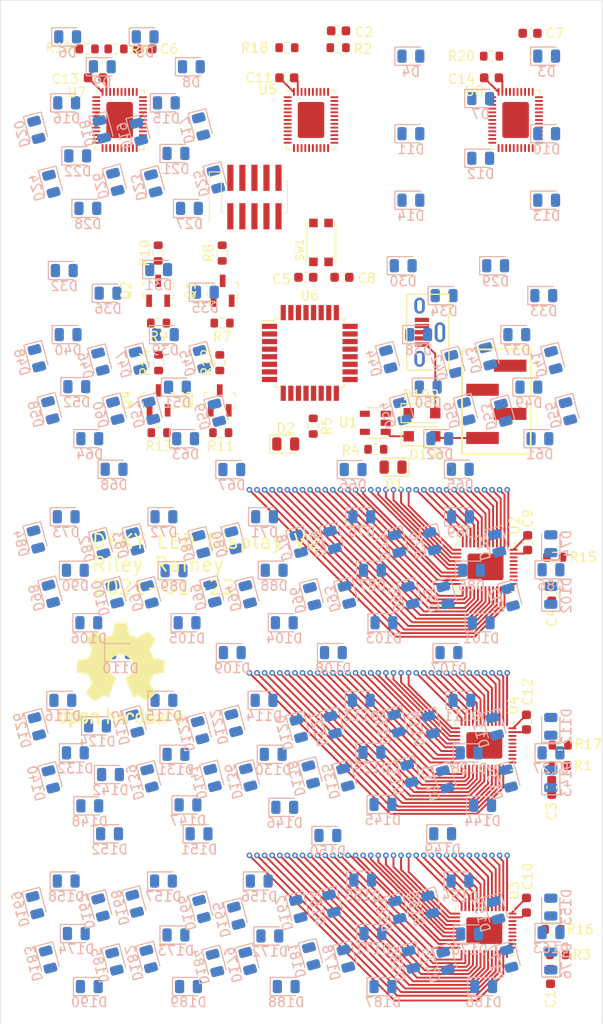
<source format=kicad_pcb>
(kicad_pcb (version 20171130) (host pcbnew "(5.1.8)-1")
  (layers (0 F.Cu signal) (1 In1.Cu signal) (2 In2.Cu signal) (31 B.Cu mixed) (34 B.Paste user) (35 F.Paste user) (36 B.SilkS user) (37 F.SilkS user) (38 B.Mask user) (39 F.Mask user) (44 Edge.Cuts user))
  (net 0 "")
  (net 1 GND)
  (net 2 +3V3)
  (net 3 +5V)
  (net 4 /EN0)
  (net 5 /EN1)
  (net 6 /SDA)
  (net 7 /SCL)
  (net 8 "Net-(R5-Pad1)")
  (net 9 /D+)
  (net 10 /D-)
  (net 11 "Net-(R1-Pad2)")
  (net 12 "Net-(R2-Pad2)")
  (net 13 "Net-(R3-Pad2)")
  (net 14 "Net-(R6-Pad2)")
  (net 15 "Net-(D1-Pad2)")
  (net 16 "Net-(D2-Pad2)")
  (net 17 g0bus0)
  (net 18 g0bus2)
  (net 19 g1bus0)
  (net 20 g1bus3)
  (net 21 g0bus3)
  (net 22 g1bus1)
  (net 23 g1bus2)
  (net 24 g0bus1)
  (net 25 g0bus6)
  (net 26 g0bus5)
  (net 27 g0bus4)
  (net 28 g0bus7)
  (net 29 dbus0)
  (net 30 dbus7)
  (net 31 dbus5)
  (net 32 dbus12)
  (net 33 dbus1)
  (net 34 dbus8)
  (net 35 dbus6)
  (net 36 dbus13)
  (net 37 dbus2)
  (net 38 dbus9)
  (net 39 dbus4)
  (net 40 dbus11)
  (net 41 dbus3)
  (net 42 dbus10)
  (net 43 g2bus0)
  (net 44 g2bus3)
  (net 45 g3bus0)
  (net 46 g3bus3)
  (net 47 g2bus1)
  (net 48 g2bus2)
  (net 49 g3bus1)
  (net 50 g3bus2)
  (net 51 ebus0)
  (net 52 ebus7)
  (net 53 fbus0)
  (net 54 fbus7)
  (net 55 ebus5)
  (net 56 ebus12)
  (net 57 ebus1)
  (net 58 ebus8)
  (net 59 fbus5)
  (net 60 fbus12)
  (net 61 fbus1)
  (net 62 fbus8)
  (net 63 ebus6)
  (net 64 ebus13)
  (net 65 fbus6)
  (net 66 fbus13)
  (net 67 ebus2)
  (net 68 ebus9)
  (net 69 ebus4)
  (net 70 ebus11)
  (net 71 fbus2)
  (net 72 fbus9)
  (net 73 fbus4)
  (net 74 fbus11)
  (net 75 ebus3)
  (net 76 ebus10)
  (net 77 fbus3)
  (net 78 fbus10)
  (net 79 g4bus0)
  (net 80 g4bus1)
  (net 81 g4bus2)
  (net 82 g4bus3)
  (net 83 abus0)
  (net 84 abus7)
  (net 85 abus14)
  (net 86 abus21)
  (net 87 abus28)
  (net 88 sabus0)
  (net 89 abus5)
  (net 90 abus1)
  (net 91 abus12)
  (net 92 abus19)
  (net 93 abus8)
  (net 94 abus15)
  (net 95 abus26)
  (net 96 abus33)
  (net 97 abus22)
  (net 98 abus29)
  (net 99 abus6)
  (net 100 sabus1)
  (net 101 abus13)
  (net 102 abus20)
  (net 103 abus27)
  (net 104 abus34)
  (net 105 abus2)
  (net 106 abus4)
  (net 107 abus9)
  (net 108 abus16)
  (net 109 abus11)
  (net 110 abus18)
  (net 111 abus23)
  (net 112 abus30)
  (net 113 abus25)
  (net 114 abus32)
  (net 115 abus3)
  (net 116 sabus2)
  (net 117 abus10)
  (net 118 abus17)
  (net 119 abus24)
  (net 120 abus31)
  (net 121 g5bus0)
  (net 122 g5bus1)
  (net 123 g5bus2)
  (net 124 g5bus3)
  (net 125 bbus0)
  (net 126 sbbus0)
  (net 127 bbus7)
  (net 128 bbus14)
  (net 129 bbus21)
  (net 130 bbus28)
  (net 131 bbus5)
  (net 132 bbus1)
  (net 133 bbus12)
  (net 134 bbus19)
  (net 135 bbus8)
  (net 136 bbus15)
  (net 137 bbus26)
  (net 138 bbus33)
  (net 139 bbus22)
  (net 140 bbus29)
  (net 141 sbbus1)
  (net 142 bbus6)
  (net 143 bbus13)
  (net 144 bbus20)
  (net 145 bbus27)
  (net 146 bbus34)
  (net 147 bbus2)
  (net 148 bbus4)
  (net 149 bbus9)
  (net 150 bbus16)
  (net 151 bbus11)
  (net 152 bbus18)
  (net 153 bbus23)
  (net 154 bbus30)
  (net 155 bbus25)
  (net 156 bbus32)
  (net 157 sbbus2)
  (net 158 bbus3)
  (net 159 bbus10)
  (net 160 bbus17)
  (net 161 bbus24)
  (net 162 bbus31)
  (net 163 g6bus0)
  (net 164 g6bus1)
  (net 165 g6bus2)
  (net 166 g6bus3)
  (net 167 scbus0)
  (net 168 cbus0)
  (net 169 cbus7)
  (net 170 cbus14)
  (net 171 cbus21)
  (net 172 cbus28)
  (net 173 cbus5)
  (net 174 cbus1)
  (net 175 cbus12)
  (net 176 cbus19)
  (net 177 scbus1)
  (net 178 cbus8)
  (net 179 cbus15)
  (net 180 cbus26)
  (net 181 cbus33)
  (net 182 cbus22)
  (net 183 cbus29)
  (net 184 cbus6)
  (net 185 cbus13)
  (net 186 cbus20)
  (net 187 cbus27)
  (net 188 cbus34)
  (net 189 cbus2)
  (net 190 scbus2)
  (net 191 cbus4)
  (net 192 cbus9)
  (net 193 cbus16)
  (net 194 cbus11)
  (net 195 cbus18)
  (net 196 cbus23)
  (net 197 cbus30)
  (net 198 cbus25)
  (net 199 cbus32)
  (net 200 cbus3)
  (net 201 cbus10)
  (net 202 cbus17)
  (net 203 cbus24)
  (net 204 cbus31)
  (net 205 /3EN0)
  (net 206 /3EN1)
  (net 207 /3SDA)
  (net 208 /3SCL)
  (net 209 "Net-(J1-Pad4)")
  (net 210 "Net-(U1-Pad4)")
  (net 211 "Net-(U2-Pad36)")
  (net 212 "Net-(U3-Pad36)")
  (net 213 "Net-(U4-Pad36)")
  (net 214 "Net-(U6-Pad27)")
  (net 215 "Net-(U6-Pad25)")
  (net 216 "Net-(U6-Pad24)")
  (net 217 "Net-(U6-Pad21)")
  (net 218 "Net-(U6-Pad20)")
  (net 219 "Net-(U6-Pad19)")
  (net 220 "Net-(U6-Pad18)")
  (net 221 "Net-(U6-Pad17)")
  (net 222 "Net-(U6-Pad16)")
  (net 223 "Net-(U6-Pad15)")
  (net 224 "Net-(U6-Pad14)")
  (net 225 "Net-(U6-Pad8)")
  (net 226 "Net-(U6-Pad7)")
  (net 227 "Net-(U6-Pad6)")
  (net 228 "Net-(U6-Pad5)")
  (net 229 "Net-(U6-Pad4)")
  (net 230 "Net-(U6-Pad3)")
  (net 231 "Net-(U7-Pad36)")
  (net 232 "Net-(U7-Pad35)")
  (net 233 "Net-(U7-Pad34)")
  (net 234 "Net-(U7-Pad33)")
  (net 235 "Net-(U7-Pad32)")
  (net 236 "Net-(U7-Pad31)")
  (net 237 "Net-(U7-Pad30)")
  (net 238 "Net-(U7-Pad29)")
  (net 239 "Net-(U7-Pad28)")
  (net 240 "Net-(U7-Pad27)")
  (net 241 "Net-(U7-Pad26)")
  (net 242 "Net-(U7-Pad25)")
  (net 243 "Net-(U7-Pad24)")
  (net 244 "Net-(U7-Pad23)")
  (net 245 "Net-(U7-Pad22)")
  (net 246 "Net-(U7-Pad21)")
  (net 247 "Net-(U7-Pad20)")
  (net 248 "Net-(U7-Pad19)")
  (net 249 "Net-(U7-Pad18)")
  (net 250 "Net-(U7-Pad17)")
  (net 251 "Net-(U7-Pad16)")
  (net 252 "Net-(U7-Pad15)")
  (net 253 "Net-(U7-Pad14)")
  (net 254 "Net-(U7-Pad13)")
  (net 255 "Net-(U8-Pad36)")
  (net 256 "Net-(R15-Pad1)")
  (net 257 "Net-(R16-Pad1)")
  (net 258 "Net-(R17-Pad1)")
  (net 259 "Net-(R18-Pad1)")
  (net 260 "Net-(R19-Pad1)")
  (net 261 "Net-(R20-Pad1)")
  (net 262 "Net-(SW1-PadB')")
  (net 263 "Net-(J2-Pad10)")
  (net 264 "Net-(J2-Pad8)")
  (net 265 "Net-(J2-Pad7)")
  (net 266 "Net-(J2-Pad6)")
  (net 267 /SWCLK)
  (net 268 /SWDIO)
  (net 269 "Net-(J3-Pad4)")
  (net 270 "Net-(J3-Pad2)")
  (net 271 "Net-(D191-Pad1)")
  (net 272 VBUS)
  (net 273 "Net-(C8-Pad1)")
  (net 274 "Net-(J1-PadS2)")
  (net 275 "Net-(C9-Pad1)")
  (net 276 "Net-(C10-Pad1)")
  (net 277 "Net-(C11-Pad1)")
  (net 278 "Net-(C12-Pad1)")
  (net 279 "Net-(C13-Pad1)")
  (net 280 "Net-(C14-Pad1)")
  (module Capacitor_SMD:C_0603_1608Metric (layer F.Cu) (at 85.725 41.148 180)
    (fp_text reference C14 (at 3.175 -0.127) (layer F.SilkS))
    (fp_text value "1 uF")
    (pad 2 smd roundrect (at 0.775 0 180) (size 0.9 0.95) (layers F.Cu F.Paste F.Mask) (net 1 GND))
    (pad 1 smd roundrect (at -0.775 0 180) (size 0.9 0.95) (layers F.Cu F.Paste F.Mask) (net 280 "Net-(C14-Pad1)"))
  )
  (module Capacitor_SMD:C_0603_1608Metric (layer F.Cu) (at 43.929 41.148 180)
    (fp_text reference C13 (at 3.175 -0.127) (layer F.SilkS))
    (fp_text value "1 uF")
    (pad 2 smd roundrect (at 0.775 0 180) (size 0.9 0.95) (layers F.Cu F.Paste F.Mask) (net 1 GND))
    (pad 1 smd roundrect (at -0.775 0 180) (size 0.9 0.95) (layers F.Cu F.Paste F.Mask) (net 279 "Net-(C13-Pad1)"))
  )
  (module Capacitor_SMD:C_0603_1608Metric (layer F.Cu) (at 89.408 109.08 90)
    (fp_text reference C12 (at 3.175 0.127 90) (layer F.SilkS))
    (fp_text value "1 uF")
    (pad 2 smd roundrect (at 0.775 0 90) (size 0.9 0.95) (layers F.Cu F.Paste F.Mask) (net 1 GND))
    (pad 1 smd roundrect (at -0.775 0 90) (size 0.9 0.95) (layers F.Cu F.Paste F.Mask) (net 278 "Net-(C12-Pad1)"))
  )
  (module Capacitor_SMD:C_0603_1608Metric (layer F.Cu) (at 64.122 41.148 180)
    (fp_text reference C11 (at 2.908 0) (layer F.SilkS))
    (fp_text value "1 uF")
    (pad 2 smd roundrect (at 0.775 0 180) (size 0.9 0.95) (layers F.Cu F.Paste F.Mask) (net 1 GND))
    (pad 1 smd roundrect (at -0.775 0 180) (size 0.9 0.95) (layers F.Cu F.Paste F.Mask) (net 277 "Net-(C11-Pad1)"))
  )
  (module Capacitor_SMD:C_0603_1608Metric (layer F.Cu) (at 89.408 128.384 90)
    (fp_text reference C10 (at 3.048 0.127 90) (layer F.SilkS))
    (fp_text value "1 uF")
    (pad 2 smd roundrect (at 0.775 0 90) (size 0.9 0.95) (layers F.Cu F.Paste F.Mask) (net 1 GND))
    (pad 1 smd roundrect (at -0.775 0 90) (size 0.9 0.95) (layers F.Cu F.Paste F.Mask) (net 276 "Net-(C10-Pad1)"))
  )
  (module Capacitor_SMD:C_0603_1608Metric (layer F.Cu) (at 89.535 90.157 90)
    (fp_text reference C9 (at 2.54 0.013 90) (layer F.SilkS))
    (fp_text value "1 uF")
    (pad 2 smd roundrect (at 0.775 0 90) (size 0.9 0.95) (layers F.Cu F.Paste F.Mask) (net 1 GND))
    (pad 1 smd roundrect (at -0.775 0 90) (size 0.9 0.95) (layers F.Cu F.Paste F.Mask) (net 275 "Net-(C9-Pad1)"))
  )
  (module led-project:MOLEX_105133-0001 (layer F.Cu) (at 78.1304 67.9704 90)
    (fp_text reference J1 (at -3.134723 -1.93912 90) (layer F.SilkS) (effects (font (size 0.395558 0.395558) (thickness 0.015))))
    (fp_text value 105133-0001)
    (fp_line (start -0.55 2.4) (end 0.55 2.4) (layer Edge.Cuts) (width 0.005))
    (fp_line (start 0.55 1.9) (end -0.55 1.9) (layer Edge.Cuts) (width 0.005))
    (fp_line (start 2.45 0.25) (end 3.15 0.25) (layer Edge.Cuts) (width 0.005))
    (fp_line (start 3.15 -0.25) (end 2.45 -0.25) (layer Edge.Cuts) (width 0.005))
    (fp_line (start -3.15 0.25) (end -2.45 0.25) (layer Edge.Cuts) (width 0.005))
    (fp_line (start -2.45 -0.25) (end -3.15 -0.25) (layer Edge.Cuts) (width 0.005))
    (fp_arc (start 0.55 2.15) (end 0.8 2.15) (angle 90) (layer Edge.Cuts) (width 0.005))
    (fp_arc (start -0.55 2.15) (end -0.55 2.4) (angle 90) (layer Edge.Cuts) (width 0.005))
    (fp_arc (start -0.55 2.15) (end -0.8 2.15) (angle 90) (layer Edge.Cuts) (width 0.005))
    (fp_arc (start 0.55 2.15) (end 0.55 1.9) (angle 90) (layer Edge.Cuts) (width 0.005))
    (fp_arc (start 3.15 0) (end 3.15 -0.25) (angle 90) (layer Edge.Cuts) (width 0.005))
    (fp_arc (start 3.15 0) (end 3.4 0) (angle 90) (layer Edge.Cuts) (width 0.005))
    (fp_arc (start 2.45 0) (end 2.45 0.25) (angle 90) (layer Edge.Cuts) (width 0.005))
    (fp_arc (start 2.45 0) (end 2.2 0) (angle 90) (layer Edge.Cuts) (width 0.005))
    (fp_arc (start -2.45 0) (end -2.45 -0.25) (angle 90) (layer Edge.Cuts) (width 0.005))
    (fp_arc (start -2.45 0) (end -2.2 0) (angle 90) (layer Edge.Cuts) (width 0.005))
    (fp_arc (start -3.15 0) (end -3.15 0.25) (angle 90) (layer Edge.Cuts) (width 0.005))
    (fp_arc (start -3.15 0) (end -3.4 0) (angle 90) (layer Edge.Cuts) (width 0.005))
    (pad S3 thru_hole oval (at 0 2.15 90) (size 2.1 1.1) (drill oval 1.6 0.5) (layers *.Cu *.Mask))
    (pad S2 thru_hole oval (at 2.8 0 90) (size 1.7 1.1) (drill oval 1.2 0.5) (layers *.Cu *.Mask) (net 274 "Net-(J1-PadS2)"))
    (pad S1 thru_hole oval (at -2.8 0 90) (size 1.7 1.1) (drill oval 1.2 0.5) (layers *.Cu *.Mask))
    (pad 5 smd rect (at 1.3 0.25 90) (size 0.45 1.5) (layers F.Cu F.Paste F.Mask) (net 1 GND))
    (pad 4 smd rect (at 0.65 0.25 90) (size 0.45 1.5) (layers F.Cu F.Paste F.Mask) (net 209 "Net-(J1-Pad4)"))
    (pad 3 smd rect (at 0 0.25 90) (size 0.45 1.5) (layers F.Cu F.Paste F.Mask) (net 9 /D+))
    (pad 2 smd rect (at -0.65 0.25 90) (size 0.45 1.5) (layers F.Cu F.Paste F.Mask) (net 10 /D-))
    (pad 1 smd rect (at -1.3 0.25 90) (size 0.45 1.5) (layers F.Cu F.Paste F.Mask) (net 272 VBUS))
  )
  (module Symbol:OSHW-Logo2_14.6x12mm_SilkScreen (layer F.Cu) (at 46.609 104.14)
    (fp_text reference REF** hide)
    (fp_text value OSHW-Logo2_14.6x12mm_SilkScreen hide)
  )
  (module Capacitor_SMD:C_0603_1608Metric (layer F.Cu) (at 69.9386 62.1792)
    (fp_text reference C8 (at 2.6038 0.1016) (layer F.SilkS))
    (fp_text value "1 uF")
    (pad 2 smd roundrect (at 0.775 0) (size 0.9 0.95) (layers F.Cu F.Paste F.Mask) (net 1 GND))
    (pad 1 smd roundrect (at -0.775 0) (size 0.9 0.95) (layers F.Cu F.Paste F.Mask) (net 273 "Net-(C8-Pad1)"))
  )
  (module Diode_SMD:D_SOD-123F (layer F.Cu) (at 78.3844 76.5048)
    (fp_text reference D192 (at -0.127 -1.905) (layer F.SilkS))
    (fp_text value B0540W)
    (pad 2 smd rect (at 1.4 0) (size 1.1 1.1) (layers F.Cu F.Paste F.Mask) (net 272 VBUS))
    (pad 1 smd rect (at -1.4 0) (size 1.1 1.1) (layers F.Cu F.Paste F.Mask) (net 271 "Net-(D191-Pad1)"))
  )
  (module Diode_SMD:D_SOD-123F (layer F.Cu) (at 78.3844 78.9432)
    (fp_text reference D191 (at 0.5588 1.9304) (layer F.SilkS))
    (fp_text value B0540W)
    (pad 2 smd rect (at 1.4 0) (size 1.1 1.1) (layers F.Cu F.Paste F.Mask) (net 3 +5V))
    (pad 1 smd rect (at -1.4 0) (size 1.1 1.1) (layers F.Cu F.Paste F.Mask) (net 271 "Net-(D191-Pad1)"))
  )
  (module led-project:TSM-104-01-L-SV (layer F.Cu) (at 86.233 75.311 90)
    (fp_text reference J3 (at -7.5985 -5.3135 90) (layer F.SilkS) (effects (font (size 1.5 1.5) (thickness 0.015))))
    (fp_text value TSM-104-01-L-SV)
    (fp_text user 4 (at 5.87101 2.09601 90) (layer F.SilkS) (effects (font (thickness 0.015))))
    (fp_text user 1 (at -6.90001 -0.826008 90) (layer F.SilkS) (effects (font (thickness 0.015))))
    (pad 4 smd rect (at 3.81 1.45999 90) (size 1.27 3.42999) (layers F.Cu F.Paste) (net 269 "Net-(J3-Pad4)"))
    (pad 3 smd rect (at 1.27 -1.45999 90) (size 1.27 3.42999) (layers F.Cu F.Paste) (net 1 GND))
    (pad 2 smd rect (at -1.27 1.45999 90) (size 1.27 3.42999) (layers F.Cu F.Paste) (net 270 "Net-(J3-Pad2)"))
    (pad 1 smd rect (at -3.81 -1.45999 90) (size 1.27 3.42999) (layers F.Cu F.Paste) (net 3 +5V))
  )
  (module led-project:3221-10-0300-00-TR (layer F.Cu) (at 60.706 53.719)
    (fp_text reference J2 (at -2.6924 4.0386 180) (layer F.SilkS) (effects (font (size 1.000677 1.000677) (thickness 0.015))))
    (fp_text value 20021221-00010C4LF hide)
    (pad 10 smd rect (at 2.54 -2.03) (size 0.65 2.76) (layers F.Cu F.Paste F.Mask) (net 263 "Net-(J2-Pad10)"))
    (pad 9 smd rect (at 2.54 2.03) (size 0.65 2.76) (layers F.Cu F.Paste F.Mask) (net 1 GND))
    (pad 8 smd rect (at 1.27 -2.03) (size 0.65 2.76) (layers F.Cu F.Paste F.Mask) (net 264 "Net-(J2-Pad8)"))
    (pad 7 smd rect (at 1.27 2.03) (size 0.65 2.76) (layers F.Cu F.Paste F.Mask) (net 265 "Net-(J2-Pad7)"))
    (pad 6 smd rect (at 0 -2.03) (size 0.65 2.76) (layers F.Cu F.Paste F.Mask) (net 266 "Net-(J2-Pad6)"))
    (pad 5 smd rect (at 0 2.03) (size 0.65 2.76) (layers F.Cu F.Paste F.Mask) (net 1 GND))
    (pad 4 smd rect (at -1.27 -2.03) (size 0.65 2.75) (layers F.Cu F.Paste F.Mask) (net 267 /SWCLK))
    (pad 3 smd rect (at -1.27 2.03) (size 0.65 2.76) (layers F.Cu F.Paste F.Mask) (net 1 GND))
    (pad 2 smd rect (at -2.54 -2.03) (size 0.65 2.76) (layers F.Cu F.Paste F.Mask) (net 268 /SWDIO))
    (pad 1 smd rect (at -2.54 2.03) (size 0.65 2.76) (layers F.Cu F.Paste F.Mask) (net 2 +3V3))
  )
  (module led-project:BTN_KMR2_4.6X2.8 (layer F.Cu) (at 67.7292 58.5036 90)
    (fp_text reference SW1 (at -2.032 -1.778 90) (layer F.SilkS) (effects (font (size 0.77216 0.77216) (thickness 0.138988)) (justify left bottom)))
    (fp_text value KMR241NG)
    (pad A' smd rect (at -2.05 -0.8 90) (size 0.9 0.9) (layers F.Cu F.Paste F.Mask) (net 1 GND))
    (pad B' smd rect (at -2.05 0.8 90) (size 0.9 0.9) (layers F.Cu F.Paste F.Mask) (net 262 "Net-(SW1-PadB')"))
    (pad B smd rect (at 2.05 0.8 90) (size 0.9 0.9) (layers F.Cu F.Paste F.Mask) (net 262 "Net-(SW1-PadB')"))
    (pad A smd rect (at 2.05 -0.8 90) (size 0.9 0.9) (layers F.Cu F.Paste F.Mask) (net 1 GND))
  )
  (module Resistor_SMD:R_0603_1608Metric (layer F.Cu) (at 85.725 38.862 180)
    (fp_text reference R20 (at 3.175 0) (layer F.SilkS))
    (fp_text value 3.65K)
    (pad 2 smd roundrect (at 0.825 0 180) (size 0.8 0.95) (layers F.Cu F.Paste F.Mask) (net 1 GND))
    (pad 1 smd roundrect (at -0.825 0 180) (size 0.8 0.95) (layers F.Cu F.Paste F.Mask) (net 261 "Net-(R20-Pad1)"))
  )
  (module Resistor_SMD:R_0603_1608Metric (layer F.Cu) (at 43.053 38.1 180)
    (fp_text reference R19 (at 2.9586 0.1016) (layer F.SilkS))
    (fp_text value 3.65K)
    (pad 2 smd roundrect (at 0.825 0 180) (size 0.8 0.95) (layers F.Cu F.Paste F.Mask) (net 1 GND))
    (pad 1 smd roundrect (at -0.825 0 180) (size 0.8 0.95) (layers F.Cu F.Paste F.Mask) (net 260 "Net-(R19-Pad1)"))
  )
  (module Resistor_SMD:R_0603_1608Metric (layer F.Cu) (at 64.135 37.973 180)
    (fp_text reference R18 (at 3.4036 0) (layer F.SilkS))
    (fp_text value 3.65K)
    (pad 2 smd roundrect (at 0.825 0 180) (size 0.8 0.95) (layers F.Cu F.Paste F.Mask) (net 1 GND))
    (pad 1 smd roundrect (at -0.825 0 180) (size 0.8 0.95) (layers F.Cu F.Paste F.Mask) (net 259 "Net-(R18-Pad1)"))
  )
  (module Resistor_SMD:R_0603_1608Metric (layer F.Cu) (at 92.964 111.506)
    (fp_text reference R17 (at 2.9464 -0.1016) (layer F.SilkS))
    (fp_text value 3.65K)
    (pad 2 smd roundrect (at 0.825 0) (size 0.8 0.95) (layers F.Cu F.Paste F.Mask) (net 1 GND))
    (pad 1 smd roundrect (at -0.825 0) (size 0.8 0.95) (layers F.Cu F.Paste F.Mask) (net 258 "Net-(R17-Pad1)"))
  )
  (module Resistor_SMD:R_0603_1608Metric (layer F.Cu) (at 92.202 130.937)
    (fp_text reference R16 (at 2.858 0) (layer F.SilkS))
    (fp_text value 3.65K)
    (pad 2 smd roundrect (at 0.825 0) (size 0.8 0.95) (layers F.Cu F.Paste F.Mask) (net 1 GND))
    (pad 1 smd roundrect (at -0.825 0) (size 0.8 0.95) (layers F.Cu F.Paste F.Mask) (net 257 "Net-(R16-Pad1)"))
  )
  (module Resistor_SMD:R_0603_1608Metric (layer F.Cu) (at 92.393 91.694)
    (fp_text reference R15 (at 2.984 0) (layer F.SilkS))
    (fp_text value 3.65K)
    (pad 2 smd roundrect (at 0.825 0) (size 0.8 0.95) (layers F.Cu F.Paste F.Mask) (net 1 GND))
    (pad 1 smd roundrect (at -0.825 0) (size 0.8 0.95) (layers F.Cu F.Paste F.Mask) (net 256 "Net-(R15-Pad1)"))
  )
  (module Package_QFP:TQFP-32_7x7mm_P0.8mm (layer F.Cu) (at 66.548 70.1548)
    (fp_text reference U6 (at 0 -6.05) (layer F.SilkS))
    (fp_text value ATSAMD21E18A-A)
    (pad 32 smd rect (at -2.8 -4.25 90) (size 1.6 0.55) (layers F.Cu F.Paste F.Mask) (net 268 /SWDIO))
    (pad 31 smd rect (at -2 -4.25 90) (size 1.6 0.55) (layers F.Cu F.Paste F.Mask) (net 267 /SWCLK))
    (pad 30 smd rect (at -1.2 -4.25 90) (size 1.6 0.55) (layers F.Cu F.Paste F.Mask) (net 2 +3V3))
    (pad 29 smd rect (at -0.4 -4.25 90) (size 1.6 0.55) (layers F.Cu F.Paste F.Mask) (net 273 "Net-(C8-Pad1)"))
    (pad 28 smd rect (at 0.4 -4.25 90) (size 1.6 0.55) (layers F.Cu F.Paste F.Mask) (net 1 GND))
    (pad 27 smd rect (at 1.2 -4.25 90) (size 1.6 0.55) (layers F.Cu F.Paste F.Mask) (net 214 "Net-(U6-Pad27)"))
    (pad 26 smd rect (at 2 -4.25 90) (size 1.6 0.55) (layers F.Cu F.Paste F.Mask) (net 262 "Net-(SW1-PadB')"))
    (pad 25 smd rect (at 2.8 -4.25 90) (size 1.6 0.55) (layers F.Cu F.Paste F.Mask) (net 215 "Net-(U6-Pad25)"))
    (pad 24 smd rect (at 4.25 -2.8) (size 1.6 0.55) (layers F.Cu F.Paste F.Mask) (net 216 "Net-(U6-Pad24)"))
    (pad 23 smd rect (at 4.25 -2) (size 1.6 0.55) (layers F.Cu F.Paste F.Mask) (net 9 /D+))
    (pad 22 smd rect (at 4.25 -1.2) (size 1.6 0.55) (layers F.Cu F.Paste F.Mask) (net 10 /D-))
    (pad 21 smd rect (at 4.25 -0.4) (size 1.6 0.55) (layers F.Cu F.Paste F.Mask) (net 217 "Net-(U6-Pad21)"))
    (pad 20 smd rect (at 4.25 0.4) (size 1.6 0.55) (layers F.Cu F.Paste F.Mask) (net 218 "Net-(U6-Pad20)"))
    (pad 19 smd rect (at 4.25 1.2) (size 1.6 0.55) (layers F.Cu F.Paste F.Mask) (net 219 "Net-(U6-Pad19)"))
    (pad 18 smd rect (at 4.25 2) (size 1.6 0.55) (layers F.Cu F.Paste F.Mask) (net 220 "Net-(U6-Pad18)"))
    (pad 17 smd rect (at 4.25 2.8) (size 1.6 0.55) (layers F.Cu F.Paste F.Mask) (net 221 "Net-(U6-Pad17)"))
    (pad 16 smd rect (at 2.8 4.25 90) (size 1.6 0.55) (layers F.Cu F.Paste F.Mask) (net 222 "Net-(U6-Pad16)"))
    (pad 15 smd rect (at 2 4.25 90) (size 1.6 0.55) (layers F.Cu F.Paste F.Mask) (net 223 "Net-(U6-Pad15)"))
    (pad 14 smd rect (at 1.2 4.25 90) (size 1.6 0.55) (layers F.Cu F.Paste F.Mask) (net 224 "Net-(U6-Pad14)"))
    (pad 13 smd rect (at 0.4 4.25 90) (size 1.6 0.55) (layers F.Cu F.Paste F.Mask) (net 8 "Net-(R5-Pad1)"))
    (pad 12 smd rect (at -0.4 4.25 90) (size 1.6 0.55) (layers F.Cu F.Paste F.Mask) (net 208 /3SCL))
    (pad 11 smd rect (at -1.2 4.25 90) (size 1.6 0.55) (layers F.Cu F.Paste F.Mask) (net 207 /3SDA))
    (pad 10 smd rect (at -2 4.25 90) (size 1.6 0.55) (layers F.Cu F.Paste F.Mask) (net 1 GND))
    (pad 9 smd rect (at -2.8 4.25 90) (size 1.6 0.55) (layers F.Cu F.Paste F.Mask) (net 2 +3V3))
    (pad 8 smd rect (at -4.25 2.8) (size 1.6 0.55) (layers F.Cu F.Paste F.Mask) (net 225 "Net-(U6-Pad8)"))
    (pad 7 smd rect (at -4.25 2) (size 1.6 0.55) (layers F.Cu F.Paste F.Mask) (net 226 "Net-(U6-Pad7)"))
    (pad 6 smd rect (at -4.25 1.2) (size 1.6 0.55) (layers F.Cu F.Paste F.Mask) (net 227 "Net-(U6-Pad6)"))
    (pad 5 smd rect (at -4.25 0.4) (size 1.6 0.55) (layers F.Cu F.Paste F.Mask) (net 228 "Net-(U6-Pad5)"))
    (pad 4 smd rect (at -4.25 -0.4) (size 1.6 0.55) (layers F.Cu F.Paste F.Mask) (net 229 "Net-(U6-Pad4)"))
    (pad 3 smd rect (at -4.25 -1.2) (size 1.6 0.55) (layers F.Cu F.Paste F.Mask) (net 230 "Net-(U6-Pad3)"))
    (pad 2 smd rect (at -4.25 -2) (size 1.6 0.55) (layers F.Cu F.Paste F.Mask) (net 206 /3EN1))
    (pad 1 smd rect (at -4.25 -2.8) (size 1.6 0.55) (layers F.Cu F.Paste F.Mask) (net 205 /3EN0))
  )
  (module Capacitor_SMD:C_0603_1608Metric (layer F.Cu) (at 89.789 36.449)
    (fp_text reference C7 (at 2.6038 0) (layer F.SilkS))
    (fp_text value "1 uF")
    (pad 2 smd roundrect (at 0.775 0) (size 0.9 0.95) (layers F.Cu F.Paste F.Mask) (net 1 GND))
    (pad 1 smd roundrect (at -0.775 0) (size 0.9 0.95) (layers F.Cu F.Paste F.Mask) (net 3 +5V))
  )
  (module Capacitor_SMD:C_0603_1608Metric (layer F.Cu) (at 49.149 38.1)
    (fp_text reference C6 (at 2.54 0) (layer F.SilkS))
    (fp_text value "1 uF")
    (pad 2 smd roundrect (at 0.775 0) (size 0.9 0.95) (layers F.Cu F.Paste F.Mask) (net 1 GND))
    (pad 1 smd roundrect (at -0.775 0) (size 0.9 0.95) (layers F.Cu F.Paste F.Mask) (net 3 +5V))
  )
  (module Capacitor_SMD:C_0603_1608Metric (layer F.Cu) (at 66.1286 62.1792)
    (fp_text reference C5 (at -2.5778 0.2032) (layer F.SilkS))
    (fp_text value "10 uF")
    (pad 2 smd roundrect (at 0.775 0) (size 0.9 0.95) (layers F.Cu F.Paste F.Mask) (net 1 GND))
    (pad 1 smd roundrect (at -0.775 0) (size 0.9 0.95) (layers F.Cu F.Paste F.Mask) (net 2 +3V3))
  )
  (module Capacitor_SMD:C_0603_1608Metric (layer F.Cu) (at 92.075 95.504 270)
    (fp_text reference C4 (at 2.553 0 90) (layer F.SilkS))
    (fp_text value "1 uF")
    (pad 2 smd roundrect (at 0.775 0 270) (size 0.9 0.95) (layers F.Cu F.Paste F.Mask) (net 1 GND))
    (pad 1 smd roundrect (at -0.775 0 270) (size 0.9 0.95) (layers F.Cu F.Paste F.Mask) (net 3 +5V))
  )
  (module Capacitor_SMD:C_0603_1608Metric (layer F.Cu) (at 92.075 115.951 270)
    (fp_text reference C3 (at 2.527 0 90) (layer F.SilkS))
    (fp_text value "1 uF" hide)
    (pad 2 smd roundrect (at 0.775 0 270) (size 0.9 0.95) (layers F.Cu F.Paste F.Mask) (net 1 GND))
    (pad 1 smd roundrect (at -0.775 0 270) (size 0.9 0.95) (layers F.Cu F.Paste F.Mask) (net 3 +5V))
  )
  (module Package_DFN_QFN:VQFN-46-1EP_5x6mm_P0.4mm_EP2.8x3.8mm (layer F.Cu) (at 88.265 45.593)
    (fp_text reference U8 (at -4.3708 -3.0428) (layer F.SilkS))
    (fp_text value LP5036)
    (pad 46 smd roundrect (at -1.8 -2.9625) (size 0.2 0.825) (layers F.Cu F.Paste F.Mask) (net 1 GND))
    (pad 45 smd roundrect (at -1.4 -2.9625) (size 0.2 0.825) (layers F.Cu F.Paste F.Mask) (net 280 "Net-(C14-Pad1)"))
    (pad 44 smd roundrect (at -1 -2.9625) (size 0.2 0.825) (layers F.Cu F.Paste F.Mask) (net 261 "Net-(R20-Pad1)"))
    (pad 43 smd roundrect (at -0.6 -2.9625) (size 0.2 0.825) (layers F.Cu F.Paste F.Mask) (net 5 /EN1))
    (pad 42 smd roundrect (at -0.2 -2.9625) (size 0.2 0.825) (layers F.Cu F.Paste F.Mask) (net 7 /SCL))
    (pad 41 smd roundrect (at 0.2 -2.9625) (size 0.2 0.825) (layers F.Cu F.Paste F.Mask) (net 6 /SDA))
    (pad 40 smd roundrect (at 0.6 -2.9625) (size 0.2 0.825) (layers F.Cu F.Paste F.Mask) (net 3 +5V))
    (pad 39 smd roundrect (at 1 -2.9625) (size 0.2 0.825) (layers F.Cu F.Paste F.Mask) (net 1 GND))
    (pad 38 smd roundrect (at 1.4 -2.9625) (size 0.2 0.825) (layers F.Cu F.Paste F.Mask) (net 1 GND))
    (pad 37 smd roundrect (at 1.8 -2.9625) (size 0.2 0.825) (layers F.Cu F.Paste F.Mask) (net 1 GND))
    (pad 36 smd roundrect (at 2.4625 -2.4) (size 0.825 0.2) (layers F.Cu F.Paste F.Mask) (net 255 "Net-(U8-Pad36)"))
    (pad 35 smd roundrect (at 2.4625 -2) (size 0.825 0.2) (layers F.Cu F.Paste F.Mask) (net 190 scbus2))
    (pad 34 smd roundrect (at 2.4625 -1.6) (size 0.825 0.2) (layers F.Cu F.Paste F.Mask) (net 177 scbus1))
    (pad 33 smd roundrect (at 2.4625 -1.2) (size 0.825 0.2) (layers F.Cu F.Paste F.Mask) (net 167 scbus0))
    (pad 32 smd roundrect (at 2.4625 -0.8) (size 0.825 0.2) (layers F.Cu F.Paste F.Mask) (net 157 sbbus2))
    (pad 31 smd roundrect (at 2.4625 -0.4) (size 0.825 0.2) (layers F.Cu F.Paste F.Mask) (net 141 sbbus1))
    (pad 30 smd roundrect (at 2.4625 0) (size 0.825 0.2) (layers F.Cu F.Paste F.Mask) (net 126 sbbus0))
    (pad 29 smd roundrect (at 2.4625 0.4) (size 0.825 0.2) (layers F.Cu F.Paste F.Mask) (net 116 sabus2))
    (pad 28 smd roundrect (at 2.4625 0.8) (size 0.825 0.2) (layers F.Cu F.Paste F.Mask) (net 100 sabus1))
    (pad 27 smd roundrect (at 2.4625 1.2) (size 0.825 0.2) (layers F.Cu F.Paste F.Mask) (net 88 sabus0))
    (pad 26 smd roundrect (at 2.4625 1.6) (size 0.825 0.2) (layers F.Cu F.Paste F.Mask) (net 46 g3bus3))
    (pad 25 smd roundrect (at 2.4625 2) (size 0.825 0.2) (layers F.Cu F.Paste F.Mask) (net 50 g3bus2))
    (pad 24 smd roundrect (at 2.4625 2.4) (size 0.825 0.2) (layers F.Cu F.Paste F.Mask) (net 49 g3bus1))
    (pad 23 smd roundrect (at 1.8 2.9625) (size 0.2 0.825) (layers F.Cu F.Paste F.Mask) (net 45 g3bus0))
    (pad 22 smd roundrect (at 1.4 2.9625) (size 0.2 0.825) (layers F.Cu F.Paste F.Mask) (net 44 g2bus3))
    (pad 21 smd roundrect (at 1 2.9625) (size 0.2 0.825) (layers F.Cu F.Paste F.Mask) (net 48 g2bus2))
    (pad 20 smd roundrect (at 0.6 2.9625) (size 0.2 0.825) (layers F.Cu F.Paste F.Mask) (net 47 g2bus1))
    (pad 19 smd roundrect (at 0.2 2.9625) (size 0.2 0.825) (layers F.Cu F.Paste F.Mask) (net 43 g2bus0))
    (pad 18 smd roundrect (at -0.2 2.9625) (size 0.2 0.825) (layers F.Cu F.Paste F.Mask) (net 20 g1bus3))
    (pad 17 smd roundrect (at -0.6 2.9625) (size 0.2 0.825) (layers F.Cu F.Paste F.Mask) (net 23 g1bus2))
    (pad 16 smd roundrect (at -1 2.9625) (size 0.2 0.825) (layers F.Cu F.Paste F.Mask) (net 22 g1bus1))
    (pad 15 smd roundrect (at -1.4 2.9625) (size 0.2 0.825) (layers F.Cu F.Paste F.Mask) (net 19 g1bus0))
    (pad 14 smd roundrect (at -1.8 2.9625) (size 0.2 0.825) (layers F.Cu F.Paste F.Mask) (net 66 fbus13))
    (pad 13 smd roundrect (at -2.4625 2.4) (size 0.825 0.2) (layers F.Cu F.Paste F.Mask) (net 60 fbus12))
    (pad 12 smd roundrect (at -2.4625 2) (size 0.825 0.2) (layers F.Cu F.Paste F.Mask) (net 74 fbus11))
    (pad 11 smd roundrect (at -2.4625 1.6) (size 0.825 0.2) (layers F.Cu F.Paste F.Mask) (net 78 fbus10))
    (pad 10 smd roundrect (at -2.4625 1.2) (size 0.825 0.2) (layers F.Cu F.Paste F.Mask) (net 72 fbus9))
    (pad 9 smd roundrect (at -2.4625 0.8) (size 0.825 0.2) (layers F.Cu F.Paste F.Mask) (net 62 fbus8))
    (pad 8 smd roundrect (at -2.4625 0.4) (size 0.825 0.2) (layers F.Cu F.Paste F.Mask) (net 54 fbus7))
    (pad 7 smd roundrect (at -2.4625 0) (size 0.825 0.2) (layers F.Cu F.Paste F.Mask) (net 65 fbus6))
    (pad 6 smd roundrect (at -2.4625 -0.4) (size 0.825 0.2) (layers F.Cu F.Paste F.Mask) (net 59 fbus5))
    (pad 5 smd roundrect (at -2.4625 -0.8) (size 0.825 0.2) (layers F.Cu F.Paste F.Mask) (net 73 fbus4))
    (pad 4 smd roundrect (at -2.4625 -1.2) (size 0.825 0.2) (layers F.Cu F.Paste F.Mask) (net 77 fbus3))
    (pad 3 smd roundrect (at -2.4625 -1.6) (size 0.825 0.2) (layers F.Cu F.Paste F.Mask) (net 71 fbus2))
    (pad 2 smd roundrect (at -2.4625 -2) (size 0.825 0.2) (layers F.Cu F.Paste F.Mask) (net 61 fbus1))
    (pad 1 smd roundrect (at -2.4625 -2.4) (size 0.825 0.2) (layers F.Cu F.Paste F.Mask) (net 53 fbus0))
    (pad 47 smd roundrect (at 0 0) (size 2.8 3.8) (layers F.Cu F.Mask) (roundrect_rratio 0.089286) (net 1 GND))
  )
  (module Package_TO_SOT_SMD:SOT-23-5 (layer F.Cu) (at 73.4568 77.5208 180)
    (fp_text reference U1 (at 2.8624 0.0356) (layer F.SilkS))
    (fp_text value AP2204K-3.3)
    (pad 5 smd rect (at 1.1 -0.95 180) (size 1.06 0.65) (layers F.Cu F.Paste F.Mask) (net 2 +3V3))
    (pad 4 smd rect (at 1.1 0.95 180) (size 1.06 0.65) (layers F.Cu F.Paste F.Mask) (net 210 "Net-(U1-Pad4)"))
    (pad 3 smd rect (at -1.1 0.95 180) (size 1.06 0.65) (layers F.Cu F.Paste F.Mask) (net 271 "Net-(D191-Pad1)"))
    (pad 2 smd rect (at -1.1 0 180) (size 1.06 0.65) (layers F.Cu F.Paste F.Mask) (net 1 GND))
    (pad 1 smd rect (at -1.1 -0.95 180) (size 1.06 0.65) (layers F.Cu F.Paste F.Mask) (net 271 "Net-(D191-Pad1)"))
  )
  (module Resistor_SMD:R_0603_1608Metric (layer F.Cu) (at 50.5968 71.184 90)
    (fp_text reference R14 (at 0 -1.43 90) (layer F.SilkS))
    (fp_text value 10K)
    (pad 2 smd roundrect (at 0.825 0 90) (size 0.8 0.95) (layers F.Cu F.Paste F.Mask) (net 3 +5V))
    (pad 1 smd roundrect (at -0.825 0 90) (size 0.8 0.95) (layers F.Cu F.Paste F.Mask) (net 7 /SCL))
  )
  (module Resistor_SMD:R_0603_1608Metric (layer F.Cu) (at 50.6476 78.5622 180)
    (fp_text reference R13 (at 0 -1.43) (layer F.SilkS))
    (fp_text value 10K)
    (pad 2 smd roundrect (at 0.825 0 180) (size 0.8 0.95) (layers F.Cu F.Paste F.Mask) (net 2 +3V3))
    (pad 1 smd roundrect (at -0.825 0 180) (size 0.8 0.95) (layers F.Cu F.Paste F.Mask) (net 208 /3SCL))
  )
  (module Resistor_SMD:R_0603_1608Metric (layer F.Cu) (at 57.0484 71.184 90)
    (fp_text reference R12 (at 0 -1.43 90) (layer F.SilkS))
    (fp_text value 10K)
    (pad 2 smd roundrect (at 0.825 0 90) (size 0.8 0.95) (layers F.Cu F.Paste F.Mask) (net 3 +5V))
    (pad 1 smd roundrect (at -0.825 0 90) (size 0.8 0.95) (layers F.Cu F.Paste F.Mask) (net 6 /SDA))
  )
  (module Resistor_SMD:R_0603_1608Metric (layer F.Cu) (at 57.15 78.5622 180)
    (fp_text reference R11 (at 0 -1.43) (layer F.SilkS))
    (fp_text value 10K)
    (pad 2 smd roundrect (at 0.825 0 180) (size 0.8 0.95) (layers F.Cu F.Paste F.Mask) (net 2 +3V3))
    (pad 1 smd roundrect (at -0.825 0 180) (size 0.8 0.95) (layers F.Cu F.Paste F.Mask) (net 207 /3SDA))
  )
  (module Resistor_SMD:R_0603_1608Metric (layer F.Cu) (at 50.546 59.627 90)
    (fp_text reference R10 (at 0 -1.43 90) (layer F.SilkS))
    (fp_text value 10K)
    (pad 2 smd roundrect (at 0.825 0 90) (size 0.8 0.95) (layers F.Cu F.Paste F.Mask) (net 3 +5V))
    (pad 1 smd roundrect (at -0.825 0 90) (size 0.8 0.95) (layers F.Cu F.Paste F.Mask) (net 5 /EN1))
  )
  (module Resistor_SMD:R_0603_1608Metric (layer F.Cu) (at 50.5968 67.0052 180)
    (fp_text reference R9 (at 0 -1.43) (layer F.SilkS))
    (fp_text value 10K)
    (pad 2 smd roundrect (at 0.825 0 180) (size 0.8 0.95) (layers F.Cu F.Paste F.Mask) (net 2 +3V3))
    (pad 1 smd roundrect (at -0.825 0 180) (size 0.8 0.95) (layers F.Cu F.Paste F.Mask) (net 206 /3EN1))
  )
  (module Resistor_SMD:R_0603_1608Metric (layer F.Cu) (at 57.3024 59.627 90)
    (fp_text reference R8 (at 0 -1.43 90) (layer F.SilkS))
    (fp_text value 10K)
    (pad 2 smd roundrect (at 0.825 0 90) (size 0.8 0.95) (layers F.Cu F.Paste F.Mask) (net 3 +5V))
    (pad 1 smd roundrect (at -0.825 0 90) (size 0.8 0.95) (layers F.Cu F.Paste F.Mask) (net 4 /EN0))
  )
  (module Resistor_SMD:R_0603_1608Metric (layer F.Cu) (at 57.2902 67.0052 180)
    (fp_text reference R7 (at 0 -1.43) (layer F.SilkS))
    (fp_text value 10K)
    (pad 2 smd roundrect (at 0.825 0 180) (size 0.8 0.95) (layers F.Cu F.Paste F.Mask) (net 2 +3V3))
    (pad 1 smd roundrect (at -0.825 0 180) (size 0.8 0.95) (layers F.Cu F.Paste F.Mask) (net 205 /3EN0))
  )
  (module Resistor_SMD:R_0603_1608Metric (layer F.Cu) (at 46.101 38.1)
    (fp_text reference R6 (at 2.4892 0.1016) (layer F.SilkS))
    (fp_text value 4.7K)
    (pad 2 smd roundrect (at 0.825 0) (size 0.8 0.95) (layers F.Cu F.Paste F.Mask) (net 14 "Net-(R6-Pad2)"))
    (pad 1 smd roundrect (at -0.825 0) (size 0.8 0.95) (layers F.Cu F.Paste F.Mask) (net 3 +5V))
  )
  (module Resistor_SMD:R_0603_1608Metric (layer F.Cu) (at 66.9036 77.8764 270)
    (fp_text reference R5 (at 0 -1.43 90) (layer F.SilkS))
    (fp_text value 1.5K)
    (pad 2 smd roundrect (at 0.825 0 270) (size 0.8 0.95) (layers F.Cu F.Paste F.Mask) (net 16 "Net-(D2-Pad2)"))
    (pad 1 smd roundrect (at -0.825 0 270) (size 0.8 0.95) (layers F.Cu F.Paste F.Mask) (net 8 "Net-(R5-Pad1)"))
  )
  (module Resistor_SMD:R_0603_1608Metric (layer F.Cu) (at 73.5198 80.3148)
    (fp_text reference R4 (at -2.6416 0.1016) (layer F.SilkS))
    (fp_text value 1.5K)
    (pad 2 smd roundrect (at 0.825 0) (size 0.8 0.95) (layers F.Cu F.Paste F.Mask) (net 15 "Net-(D1-Pad2)"))
    (pad 1 smd roundrect (at -0.825 0) (size 0.8 0.95) (layers F.Cu F.Paste F.Mask) (net 2 +3V3))
  )
  (module Resistor_SMD:R_0603_1608Metric (layer F.Cu) (at 92.71 133.604 180)
    (fp_text reference R3 (at -2.54 0) (layer F.SilkS))
    (fp_text value 4.7K)
    (pad 2 smd roundrect (at 0.825 0 180) (size 0.8 0.95) (layers F.Cu F.Paste F.Mask) (net 13 "Net-(R3-Pad2)"))
    (pad 1 smd roundrect (at -0.825 0 180) (size 0.8 0.95) (layers F.Cu F.Paste F.Mask) (net 3 +5V))
  )
  (module Resistor_SMD:R_0603_1608Metric (layer F.Cu) (at 69.533 37.973)
    (fp_text reference R2 (at 2.603 0.127) (layer F.SilkS))
    (fp_text value 4.7K)
    (pad 2 smd roundrect (at 0.825 0) (size 0.8 0.95) (layers F.Cu F.Paste F.Mask) (net 12 "Net-(R2-Pad2)"))
    (pad 1 smd roundrect (at -0.825 0) (size 0.8 0.95) (layers F.Cu F.Paste F.Mask) (net 3 +5V))
  )
  (module Resistor_SMD:R_0603_1608Metric (layer F.Cu) (at 92.9 113.665 180)
    (fp_text reference R1 (at -2.477 0) (layer F.SilkS))
    (fp_text value 4.7K)
    (pad 2 smd roundrect (at 0.825 0 180) (size 0.8 0.95) (layers F.Cu F.Paste F.Mask) (net 11 "Net-(R1-Pad2)"))
    (pad 1 smd roundrect (at -0.825 0 180) (size 0.8 0.95) (layers F.Cu F.Paste F.Mask) (net 3 +5V))
  )
  (module digikey-footprints:SOT-23-3 (layer F.Cu) (at 50.5968 75.1586 90)
    (fp_text reference Q4 (at 0.025 -3.375 90) (layer F.SilkS))
    (fp_text value BSS138)
    (pad 1 smd rect (at -1.05 -0.95 90) (size 1.3 0.6) (layers F.Cu F.Paste F.Mask) (net 2 +3V3))
    (pad 2 smd rect (at -1.05 0.95 90) (size 1.3 0.6) (layers F.Cu F.Paste F.Mask) (net 208 /3SCL))
    (pad 3 smd rect (at 1.05 0 90) (size 1.3 0.6) (layers F.Cu F.Paste F.Mask) (net 7 /SCL))
  )
  (module digikey-footprints:SOT-23-3 (layer F.Cu) (at 57.0484 75.1586 90)
    (fp_text reference Q3 (at 0.025 -3.375 90) (layer F.SilkS))
    (fp_text value BSS138)
    (pad 1 smd rect (at -1.05 -0.95 90) (size 1.3 0.6) (layers F.Cu F.Paste F.Mask) (net 2 +3V3))
    (pad 2 smd rect (at -1.05 0.95 90) (size 1.3 0.6) (layers F.Cu F.Paste F.Mask) (net 207 /3SDA))
    (pad 3 smd rect (at 1.05 0 90) (size 1.3 0.6) (layers F.Cu F.Paste F.Mask) (net 6 /SDA))
  )
  (module digikey-footprints:SOT-23-3 (layer F.Cu) (at 50.546 63.6016 90)
    (fp_text reference Q2 (at 0.025 -3.375 90) (layer F.SilkS))
    (fp_text value BSS138)
    (pad 1 smd rect (at -1.05 -0.95 90) (size 1.3 0.6) (layers F.Cu F.Paste F.Mask) (net 2 +3V3))
    (pad 2 smd rect (at -1.05 0.95 90) (size 1.3 0.6) (layers F.Cu F.Paste F.Mask) (net 206 /3EN1))
    (pad 3 smd rect (at 1.05 0 90) (size 1.3 0.6) (layers F.Cu F.Paste F.Mask) (net 5 /EN1))
  )
  (module digikey-footprints:SOT-23-3 (layer F.Cu) (at 57.3532 63.6016 90)
    (fp_text reference Q1 (at 0.025 -3.375 90) (layer F.SilkS))
    (fp_text value BSS138)
    (pad 1 smd rect (at -1.05 -0.95 90) (size 1.3 0.6) (layers F.Cu F.Paste F.Mask) (net 2 +3V3))
    (pad 2 smd rect (at -1.05 0.95 90) (size 1.3 0.6) (layers F.Cu F.Paste F.Mask) (net 205 /3EN0))
    (pad 3 smd rect (at 1.05 0 90) (size 1.3 0.6) (layers F.Cu F.Paste F.Mask) (net 4 /EN0))
  )
  (module LED_SMD:LED_0805_2012Metric (layer B.Cu) (at 43.2816 136.957)
    (fp_text reference D190 (at 0 1.65) (layer B.SilkS) (effects (justify mirror)))
    (fp_text value IN-S85ATG)
    (pad 2 smd roundrect (at 0.9375 0) (size 0.975 1.4) (layers B.Cu B.Paste B.Mask) (net 204 cbus31))
    (pad 1 smd roundrect (at -0.9375 0) (size 0.975 1.4) (layers B.Cu B.Paste B.Mask) (net 1 GND))
  )
  (module LED_SMD:LED_0805_2012Metric (layer B.Cu) (at 53.7464 136.957)
    (fp_text reference D189 (at 0 1.65) (layer B.SilkS) (effects (justify mirror)))
    (fp_text value IN-S85ATG)
    (pad 2 smd roundrect (at 0.9375 0) (size 0.975 1.4) (layers B.Cu B.Paste B.Mask) (net 203 cbus24))
    (pad 1 smd roundrect (at -0.9375 0) (size 0.975 1.4) (layers B.Cu B.Paste B.Mask) (net 1 GND))
  )
  (module LED_SMD:LED_0805_2012Metric (layer B.Cu) (at 64.0588 136.957)
    (fp_text reference D188 (at 0 1.65) (layer B.SilkS) (effects (justify mirror)))
    (fp_text value IN-S85ATG)
    (pad 2 smd roundrect (at 0.9375 0) (size 0.975 1.4) (layers B.Cu B.Paste B.Mask) (net 202 cbus17))
    (pad 1 smd roundrect (at -0.9375 0) (size 0.975 1.4) (layers B.Cu B.Paste B.Mask) (net 1 GND))
  )
  (module LED_SMD:LED_0805_2012Metric (layer B.Cu) (at 74.2696 136.957)
    (fp_text reference D187 (at 0 1.65) (layer B.SilkS) (effects (justify mirror)))
    (fp_text value IN-S85ATG)
    (pad 2 smd roundrect (at 0.9375 0) (size 0.975 1.4) (layers B.Cu B.Paste B.Mask) (net 201 cbus10))
    (pad 1 smd roundrect (at -0.9375 0) (size 0.975 1.4) (layers B.Cu B.Paste B.Mask) (net 1 GND))
  )
  (module LED_SMD:LED_0805_2012Metric (layer B.Cu) (at 84.8868 136.957)
    (fp_text reference D186 (at 0 1.65) (layer B.SilkS) (effects (justify mirror)))
    (fp_text value IN-S85ATG)
    (pad 2 smd roundrect (at 0.9375 0) (size 0.975 1.4) (layers B.Cu B.Paste B.Mask) (net 200 cbus3))
    (pad 1 smd roundrect (at -0.9375 0) (size 0.975 1.4) (layers B.Cu B.Paste B.Mask) (net 1 GND))
  )
  (module LED_SMD:LED_0805_2012Metric (layer B.Cu) (at 45.9376 134.314 285)
    (fp_text reference D185 (at -0.000001 1.65 105) (layer B.SilkS) (effects (justify mirror)))
    (fp_text value IN-S85ATG)
    (pad 2 smd roundrect (at 0.9375 0 285) (size 0.975 1.4) (layers B.Cu B.Paste B.Mask) (net 199 cbus32))
    (pad 1 smd roundrect (at -0.9375 0 285) (size 0.975 1.4) (layers B.Cu B.Paste B.Mask) (net 1 GND))
  )
  (module LED_SMD:LED_0805_2012Metric (layer B.Cu) (at 56.5404 134.468 285)
    (fp_text reference D184 (at -0.000001 1.65 105) (layer B.SilkS) (effects (justify mirror)))
    (fp_text value IN-S85ATG)
    (pad 2 smd roundrect (at 0.9375 0 285) (size 0.975 1.4) (layers B.Cu B.Paste B.Mask) (net 198 cbus25))
    (pad 1 smd roundrect (at -0.9375 0 285) (size 0.975 1.4) (layers B.Cu B.Paste B.Mask) (net 1 GND))
  )
  (module LED_SMD:LED_0805_2012Metric (layer B.Cu) (at 38.9272 134.111 285)
    (fp_text reference D183 (at -0.000001 1.65 105) (layer B.SilkS) (effects (justify mirror)))
    (fp_text value IN-S85ATG)
    (pad 2 smd roundrect (at 0.9375 0 285) (size 0.975 1.4) (layers B.Cu B.Paste B.Mask) (net 197 cbus30))
    (pad 1 smd roundrect (at -0.9375 0 285) (size 0.975 1.4) (layers B.Cu B.Paste B.Mask) (net 1 GND))
  )
  (module LED_SMD:LED_0805_2012Metric (layer B.Cu) (at 49.5444 134.06 285)
    (fp_text reference D182 (at -0.000001 1.65 105) (layer B.SilkS) (effects (justify mirror)))
    (fp_text value IN-S85ATG)
    (pad 2 smd roundrect (at 0.9375 0 285) (size 0.975 1.4) (layers B.Cu B.Paste B.Mask) (net 196 cbus23))
    (pad 1 smd roundrect (at -0.9375 0 285) (size 0.975 1.4) (layers B.Cu B.Paste B.Mask) (net 1 GND))
  )
  (module LED_SMD:LED_0805_2012Metric (layer B.Cu) (at 66.7004 133.756 285)
    (fp_text reference D181 (at -0.000001 1.65 105) (layer B.SilkS) (effects (justify mirror)))
    (fp_text value IN-S85ATG)
    (pad 2 smd roundrect (at 0.9375 0 285) (size 0.975 1.4) (layers B.Cu B.Paste B.Mask) (net 195 cbus18))
    (pad 1 smd roundrect (at -0.9375 0 285) (size 0.975 1.4) (layers B.Cu B.Paste B.Mask) (net 1 GND))
  )
  (module LED_SMD:LED_0805_2012Metric (layer B.Cu) (at 77.216 134.112 285)
    (fp_text reference D180 (at -0.000001 1.65 105) (layer B.SilkS) (effects (justify mirror)))
    (fp_text value IN-S85ATG)
    (pad 2 smd roundrect (at 0.9375 0 285) (size 0.975 1.4) (layers B.Cu B.Paste B.Mask) (net 194 cbus11))
    (pad 1 smd roundrect (at -0.9375 0 285) (size 0.975 1.4) (layers B.Cu B.Paste B.Mask) (net 1 GND))
  )
  (module LED_SMD:LED_0805_2012Metric (layer B.Cu) (at 59.9948 134.264 285)
    (fp_text reference D179 (at -0.000001 1.65 105) (layer B.SilkS) (effects (justify mirror)))
    (fp_text value IN-S85ATG)
    (pad 2 smd roundrect (at 0.9375 0 285) (size 0.975 1.4) (layers B.Cu B.Paste B.Mask) (net 193 cbus16))
    (pad 1 smd roundrect (at -0.9375 0 285) (size 0.975 1.4) (layers B.Cu B.Paste B.Mask) (net 1 GND))
  )
  (module LED_SMD:LED_0805_2012Metric (layer B.Cu) (at 70.358 134.01 285)
    (fp_text reference D178 (at -0.000001 1.65 105) (layer B.SilkS) (effects (justify mirror)))
    (fp_text value IN-S85ATG)
    (pad 2 smd roundrect (at 0.9375 0 285) (size 0.975 1.4) (layers B.Cu B.Paste B.Mask) (net 192 cbus9))
    (pad 1 smd roundrect (at -0.9375 0 285) (size 0.975 1.4) (layers B.Cu B.Paste B.Mask) (net 1 GND))
  )
  (module LED_SMD:LED_0805_2012Metric (layer B.Cu) (at 87.5792 134.01 285)
    (fp_text reference D177 (at -0.000001 1.65 105) (layer B.SilkS) (effects (justify mirror)))
    (fp_text value IN-S85ATG)
    (pad 2 smd roundrect (at 0.9375 0 285) (size 0.975 1.4) (layers B.Cu B.Paste B.Mask) (net 191 cbus4))
    (pad 1 smd roundrect (at -0.9375 0 285) (size 0.975 1.4) (layers B.Cu B.Paste B.Mask) (net 1 GND))
  )
  (module LED_SMD:LED_0805_2012Metric (layer B.Cu) (at 91.9788 134.264 90)
    (fp_text reference D176 (at 0 1.65 90) (layer B.SilkS) (effects (justify mirror)))
    (fp_text value IN-S85ATG)
    (pad 2 smd roundrect (at 0.9375 0 90) (size 0.975 1.4) (layers B.Cu B.Paste B.Mask) (net 190 scbus2))
    (pad 1 smd roundrect (at -0.9375 0 90) (size 0.975 1.4) (layers B.Cu B.Paste B.Mask) (net 1 GND))
  )
  (module LED_SMD:LED_0805_2012Metric (layer B.Cu) (at 80.8736 134.264 285)
    (fp_text reference D175 (at -0.000001 1.65 105) (layer B.SilkS) (effects (justify mirror)))
    (fp_text value IN-S85ATG)
    (pad 2 smd roundrect (at 0.9375 0 285) (size 0.975 1.4) (layers B.Cu B.Paste B.Mask) (net 189 cbus2))
    (pad 1 smd roundrect (at -0.9375 0 285) (size 0.975 1.4) (layers B.Cu B.Paste B.Mask) (net 1 GND))
  )
  (module LED_SMD:LED_0805_2012Metric (layer B.Cu) (at 41.91 131.369)
    (fp_text reference D174 (at 0 1.65) (layer B.SilkS) (effects (justify mirror)))
    (fp_text value IN-S85ATG)
    (pad 2 smd roundrect (at 0.9375 0) (size 0.975 1.4) (layers B.Cu B.Paste B.Mask) (net 188 cbus34))
    (pad 1 smd roundrect (at -0.9375 0) (size 0.975 1.4) (layers B.Cu B.Paste B.Mask) (net 1 GND))
  )
  (module LED_SMD:LED_0805_2012Metric (layer B.Cu) (at 52.4256 131.521)
    (fp_text reference D173 (at 0 1.65) (layer B.SilkS) (effects (justify mirror)))
    (fp_text value IN-S85ATG)
    (pad 2 smd roundrect (at 0.9375 0) (size 0.975 1.4) (layers B.Cu B.Paste B.Mask) (net 187 cbus27))
    (pad 1 smd roundrect (at -0.9375 0) (size 0.975 1.4) (layers B.Cu B.Paste B.Mask) (net 1 GND))
  )
  (module LED_SMD:LED_0805_2012Metric (layer B.Cu) (at 62.3316 131.623)
    (fp_text reference D172 (at 0 1.65) (layer B.SilkS) (effects (justify mirror)))
    (fp_text value IN-S85ATG)
    (pad 2 smd roundrect (at 0.9375 0) (size 0.975 1.4) (layers B.Cu B.Paste B.Mask) (net 186 cbus20))
    (pad 1 smd roundrect (at -0.9375 0) (size 0.975 1.4) (layers B.Cu B.Paste B.Mask) (net 1 GND))
  )
  (module LED_SMD:LED_0805_2012Metric (layer B.Cu) (at 73.2028 131.369)
    (fp_text reference D171 (at 0 1.65) (layer B.SilkS) (effects (justify mirror)))
    (fp_text value IN-S85ATG)
    (pad 2 smd roundrect (at 0.9375 0) (size 0.975 1.4) (layers B.Cu B.Paste B.Mask) (net 185 cbus13))
    (pad 1 smd roundrect (at -0.9375 0) (size 0.975 1.4) (layers B.Cu B.Paste B.Mask) (net 1 GND))
  )
  (module LED_SMD:LED_0805_2012Metric (layer B.Cu) (at 83.4136 131.42)
    (fp_text reference D170 (at 0 1.65) (layer B.SilkS) (effects (justify mirror)))
    (fp_text value IN-S85ATG)
    (pad 2 smd roundrect (at 0.9375 0) (size 0.975 1.4) (layers B.Cu B.Paste B.Mask) (net 184 cbus6))
    (pad 1 smd roundrect (at -0.9375 0) (size 0.975 1.4) (layers B.Cu B.Paste B.Mask) (net 1 GND))
  )
  (module LED_SMD:LED_0805_2012Metric (layer B.Cu) (at 37.5412 128.372 285)
    (fp_text reference D169 (at -0.000001 1.65 105) (layer B.SilkS) (effects (justify mirror)))
    (fp_text value IN-S85ATG)
    (pad 2 smd roundrect (at 0.9375 0 285) (size 0.975 1.4) (layers B.Cu B.Paste B.Mask) (net 183 cbus29))
    (pad 1 smd roundrect (at -0.9375 0 285) (size 0.975 1.4) (layers B.Cu B.Paste B.Mask) (net 1 GND))
  )
  (module LED_SMD:LED_0805_2012Metric (layer B.Cu) (at 48.0712 128.218 285)
    (fp_text reference D168 (at -0.000001 1.65 105) (layer B.SilkS) (effects (justify mirror)))
    (fp_text value IN-S85ATG)
    (pad 2 smd roundrect (at 0.9375 0 285) (size 0.975 1.4) (layers B.Cu B.Paste B.Mask) (net 182 cbus22))
    (pad 1 smd roundrect (at -0.9375 0 285) (size 0.975 1.4) (layers B.Cu B.Paste B.Mask) (net 1 GND))
  )
  (module LED_SMD:LED_0805_2012Metric (layer B.Cu) (at 44.4644 128.625 285)
    (fp_text reference D167 (at -0.000001 1.65 105) (layer B.SilkS) (effects (justify mirror)))
    (fp_text value IN-S85ATG)
    (pad 2 smd roundrect (at 0.9375 0 285) (size 0.975 1.4) (layers B.Cu B.Paste B.Mask) (net 181 cbus33))
    (pad 1 smd roundrect (at -0.9375 0 285) (size 0.975 1.4) (layers B.Cu B.Paste B.Mask) (net 1 GND))
  )
  (module LED_SMD:LED_0805_2012Metric (layer B.Cu) (at 55.118 128.778 285)
    (fp_text reference D166 (at -0.000001 1.65 105) (layer B.SilkS) (effects (justify mirror)))
    (fp_text value IN-S85ATG)
    (pad 2 smd roundrect (at 0.9375 0 285) (size 0.975 1.4) (layers B.Cu B.Paste B.Mask) (net 180 cbus26))
    (pad 1 smd roundrect (at -0.9375 0 285) (size 0.975 1.4) (layers B.Cu B.Paste B.Mask) (net 1 GND))
  )
  (module LED_SMD:LED_0805_2012Metric (layer B.Cu) (at 58.7756 129.489 285)
    (fp_text reference D165 (at -0.000001 1.65 105) (layer B.SilkS) (effects (justify mirror)))
    (fp_text value IN-S85ATG)
    (pad 2 smd roundrect (at 0.9375 0 285) (size 0.975 1.4) (layers B.Cu B.Paste B.Mask) (net 179 cbus15))
    (pad 1 smd roundrect (at -0.9375 0 285) (size 0.975 1.4) (layers B.Cu B.Paste B.Mask) (net 1 GND))
  )
  (module LED_SMD:LED_0805_2012Metric (layer B.Cu) (at 68.834 128.219 285)
    (fp_text reference D164 (at -0.000001 1.65 105) (layer B.SilkS) (effects (justify mirror)))
    (fp_text value IN-S85ATG)
    (pad 2 smd roundrect (at 0.9375 0 285) (size 0.975 1.4) (layers B.Cu B.Paste B.Mask) (net 178 cbus8))
    (pad 1 smd roundrect (at -0.9375 0 285) (size 0.975 1.4) (layers B.Cu B.Paste B.Mask) (net 1 GND))
  )
  (module LED_SMD:LED_0805_2012Metric (layer B.Cu) (at 91.9988 131.267)
    (fp_text reference D163 (at 0 1.65) (layer B.SilkS) (effects (justify mirror)))
    (fp_text value IN-S85ATG)
    (pad 2 smd roundrect (at 0.9375 0) (size 0.975 1.4) (layers B.Cu B.Paste B.Mask) (net 177 scbus1))
    (pad 1 smd roundrect (at -0.9375 0) (size 0.975 1.4) (layers B.Cu B.Paste B.Mask) (net 1 GND))
  )
  (module LED_SMD:LED_0805_2012Metric (layer B.Cu) (at 65.3288 128.778 285)
    (fp_text reference D162 (at -0.000001 1.65 105) (layer B.SilkS) (effects (justify mirror)))
    (fp_text value IN-S85ATG)
    (pad 2 smd roundrect (at 0.9375 0 285) (size 0.975 1.4) (layers B.Cu B.Paste B.Mask) (net 176 cbus19))
    (pad 1 smd roundrect (at -0.9375 0 285) (size 0.975 1.4) (layers B.Cu B.Paste B.Mask) (net 1 GND))
  )
  (module LED_SMD:LED_0805_2012Metric (layer B.Cu) (at 75.7936 128.88 285)
    (fp_text reference D161 (at -0.000001 1.65 105) (layer B.SilkS) (effects (justify mirror)))
    (fp_text value IN-S85ATG)
    (pad 2 smd roundrect (at 0.9375 0 285) (size 0.975 1.4) (layers B.Cu B.Paste B.Mask) (net 175 cbus12))
    (pad 1 smd roundrect (at -0.9375 0 285) (size 0.975 1.4) (layers B.Cu B.Paste B.Mask) (net 1 GND))
  )
  (module LED_SMD:LED_0805_2012Metric (layer B.Cu) (at 79.248 128.321 285)
    (fp_text reference D160 (at -0.000001 1.65 105) (layer B.SilkS) (effects (justify mirror)))
    (fp_text value IN-S85ATG)
    (pad 2 smd roundrect (at 0.9375 0 285) (size 0.975 1.4) (layers B.Cu B.Paste B.Mask) (net 174 cbus1))
    (pad 1 smd roundrect (at -0.9375 0 285) (size 0.975 1.4) (layers B.Cu B.Paste B.Mask) (net 1 GND))
  )
  (module LED_SMD:LED_0805_2012Metric (layer B.Cu) (at 86.2076 128.93 285)
    (fp_text reference D159 (at -0.000001 1.65 105) (layer B.SilkS) (effects (justify mirror)))
    (fp_text value IN-S85ATG)
    (pad 2 smd roundrect (at 0.9375 0 285) (size 0.975 1.4) (layers B.Cu B.Paste B.Mask) (net 173 cbus5))
    (pad 1 smd roundrect (at -0.9375 0 285) (size 0.975 1.4) (layers B.Cu B.Paste B.Mask) (net 1 GND))
  )
  (module LED_SMD:LED_0805_2012Metric (layer B.Cu) (at 40.8432 125.832)
    (fp_text reference D158 (at 0 1.65) (layer B.SilkS) (effects (justify mirror)))
    (fp_text value IN-S85ATG)
    (pad 2 smd roundrect (at 0.9375 0) (size 0.975 1.4) (layers B.Cu B.Paste B.Mask) (net 172 cbus28))
    (pad 1 smd roundrect (at -0.9375 0) (size 0.975 1.4) (layers B.Cu B.Paste B.Mask) (net 1 GND))
  )
  (module LED_SMD:LED_0805_2012Metric (layer B.Cu) (at 51.1048 125.832)
    (fp_text reference D157 (at 0 1.65) (layer B.SilkS) (effects (justify mirror)))
    (fp_text value IN-S85ATG)
    (pad 2 smd roundrect (at 0.9375 0) (size 0.975 1.4) (layers B.Cu B.Paste B.Mask) (net 171 cbus21))
    (pad 1 smd roundrect (at -0.9375 0) (size 0.975 1.4) (layers B.Cu B.Paste B.Mask) (net 1 GND))
  )
  (module LED_SMD:LED_0805_2012Metric (layer B.Cu) (at 61.214 125.832)
    (fp_text reference D156 (at 0 1.65) (layer B.SilkS) (effects (justify mirror)))
    (fp_text value IN-S85ATG)
    (pad 2 smd roundrect (at 0.9375 0) (size 0.975 1.4) (layers B.Cu B.Paste B.Mask) (net 170 cbus14))
    (pad 1 smd roundrect (at -0.9375 0) (size 0.975 1.4) (layers B.Cu B.Paste B.Mask) (net 1 GND))
  )
  (module LED_SMD:LED_0805_2012Metric (layer B.Cu) (at 72.136 125.73)
    (fp_text reference D155 (at 0 1.65) (layer B.SilkS) (effects (justify mirror)))
    (fp_text value IN-S85ATG)
    (pad 2 smd roundrect (at 0.9375 0) (size 0.975 1.4) (layers B.Cu B.Paste B.Mask) (net 169 cbus7))
    (pad 1 smd roundrect (at -0.9375 0) (size 0.975 1.4) (layers B.Cu B.Paste B.Mask) (net 1 GND))
  )
  (module LED_SMD:LED_0805_2012Metric (layer B.Cu) (at 82.3976 125.832)
    (fp_text reference D154 (at 0 1.65) (layer B.SilkS) (effects (justify mirror)))
    (fp_text value IN-S85ATG)
    (pad 2 smd roundrect (at 0.9375 0) (size 0.975 1.4) (layers B.Cu B.Paste B.Mask) (net 168 cbus0))
    (pad 1 smd roundrect (at -0.9375 0) (size 0.975 1.4) (layers B.Cu B.Paste B.Mask) (net 1 GND))
  )
  (module LED_SMD:LED_0805_2012Metric (layer B.Cu) (at 91.9788 128.575 90)
    (fp_text reference D153 (at 0 1.65 90) (layer B.SilkS) (effects (justify mirror)))
    (fp_text value IN-S85ATG)
    (pad 2 smd roundrect (at 0.9375 0 90) (size 0.975 1.4) (layers B.Cu B.Paste B.Mask) (net 167 scbus0))
    (pad 1 smd roundrect (at -0.9375 0 90) (size 0.975 1.4) (layers B.Cu B.Paste B.Mask) (net 1 GND))
  )
  (module LED_SMD:LED_0805_2012Metric (layer B.Cu) (at 45.4152 120.853)
    (fp_text reference D152 (at 0 1.65) (layer B.SilkS) (effects (justify mirror)))
    (fp_text value IN-S85ATG)
    (pad 2 smd roundrect (at 0.9375 0) (size 0.975 1.4) (layers B.Cu B.Paste B.Mask) (net 166 g6bus3))
    (pad 1 smd roundrect (at -0.9375 0) (size 0.975 1.4) (layers B.Cu B.Paste B.Mask) (net 1 GND))
  )
  (module LED_SMD:LED_0805_2012Metric (layer B.Cu) (at 54.864 120.853)
    (fp_text reference D151 (at 0 1.65) (layer B.SilkS) (effects (justify mirror)))
    (fp_text value IN-S85ATG)
    (pad 2 smd roundrect (at 0.9375 0) (size 0.975 1.4) (layers B.Cu B.Paste B.Mask) (net 165 g6bus2))
    (pad 1 smd roundrect (at -0.9375 0) (size 0.975 1.4) (layers B.Cu B.Paste B.Mask) (net 1 GND))
  )
  (module LED_SMD:LED_0805_2012Metric (layer B.Cu) (at 68.453 121.031)
    (fp_text reference D150 (at 0 1.65) (layer B.SilkS) (effects (justify mirror)))
    (fp_text value IN-S85ATG)
    (pad 2 smd roundrect (at 0.9375 0) (size 0.975 1.4) (layers B.Cu B.Paste B.Mask) (net 164 g6bus1))
    (pad 1 smd roundrect (at -0.9375 0) (size 0.975 1.4) (layers B.Cu B.Paste B.Mask) (net 1 GND))
  )
  (module LED_SMD:LED_0805_2012Metric (layer B.Cu) (at 80.5688 120.853)
    (fp_text reference D149 (at 0 1.65) (layer B.SilkS) (effects (justify mirror)))
    (fp_text value IN-S85ATG)
    (pad 2 smd roundrect (at 0.9375 0) (size 0.975 1.4) (layers B.Cu B.Paste B.Mask) (net 163 g6bus0))
    (pad 1 smd roundrect (at -0.9375 0) (size 0.975 1.4) (layers B.Cu B.Paste B.Mask) (net 1 GND))
  )
  (module LED_SMD:LED_0805_2012Metric (layer B.Cu) (at 43.3324 117.907)
    (fp_text reference D148 (at 0 1.65) (layer B.SilkS) (effects (justify mirror)))
    (fp_text value IN-S85ATG)
    (pad 2 smd roundrect (at 0.9375 0) (size 0.975 1.4) (layers B.Cu B.Paste B.Mask) (net 162 bbus31))
    (pad 1 smd roundrect (at -0.9375 0) (size 0.975 1.4) (layers B.Cu B.Paste B.Mask) (net 1 GND))
  )
  (module LED_SMD:LED_0805_2012Metric (layer B.Cu) (at 53.6956 117.805)
    (fp_text reference D147 (at 0 1.65) (layer B.SilkS) (effects (justify mirror)))
    (fp_text value IN-S85ATG)
    (pad 2 smd roundrect (at 0.9375 0) (size 0.975 1.4) (layers B.Cu B.Paste B.Mask) (net 161 bbus24))
    (pad 1 smd roundrect (at -0.9375 0) (size 0.975 1.4) (layers B.Cu B.Paste B.Mask) (net 1 GND))
  )
  (module LED_SMD:LED_0805_2012Metric (layer B.Cu) (at 63.9064 118.059)
    (fp_text reference D146 (at 0 1.65) (layer B.SilkS) (effects (justify mirror)))
    (fp_text value IN-S85ATG)
    (pad 2 smd roundrect (at 0.9375 0) (size 0.975 1.4) (layers B.Cu B.Paste B.Mask) (net 160 bbus17))
    (pad 1 smd roundrect (at -0.9375 0) (size 0.975 1.4) (layers B.Cu B.Paste B.Mask) (net 1 GND))
  )
  (module LED_SMD:LED_0805_2012Metric (layer B.Cu) (at 74.2696 117.754)
    (fp_text reference D145 (at 0 1.65) (layer B.SilkS) (effects (justify mirror)))
    (fp_text value IN-S85ATG)
    (pad 2 smd roundrect (at 0.9375 0) (size 0.975 1.4) (layers B.Cu B.Paste B.Mask) (net 159 bbus10))
    (pad 1 smd roundrect (at -0.9375 0) (size 0.975 1.4) (layers B.Cu B.Paste B.Mask) (net 1 GND))
  )
  (module LED_SMD:LED_0805_2012Metric (layer B.Cu) (at 84.7852 117.856)
    (fp_text reference D144 (at 0 1.65) (layer B.SilkS) (effects (justify mirror)))
    (fp_text value IN-S85ATG)
    (pad 2 smd roundrect (at 0.9375 0) (size 0.975 1.4) (layers B.Cu B.Paste B.Mask) (net 158 bbus3))
    (pad 1 smd roundrect (at -0.9375 0) (size 0.975 1.4) (layers B.Cu B.Paste B.Mask) (net 1 GND))
  )
  (module LED_SMD:LED_0805_2012Metric (layer B.Cu) (at 91.9788 115.062 90)
    (fp_text reference D143 (at 0 1.65 90) (layer B.SilkS) (effects (justify mirror)))
    (fp_text value IN-S85ATG)
    (pad 2 smd roundrect (at 0.9375 0 90) (size 0.975 1.4) (layers B.Cu B.Paste B.Mask) (net 157 sbbus2))
    (pad 1 smd roundrect (at -0.9375 0 90) (size 0.975 1.4) (layers B.Cu B.Paste B.Mask) (net 1 GND))
  )
  (module LED_SMD:LED_0805_2012Metric (layer B.Cu) (at 45.5168 114.605)
    (fp_text reference D142 (at 0 1.65) (layer B.SilkS) (effects (justify mirror)))
    (fp_text value IN-S85ATG)
    (pad 2 smd roundrect (at 0.9375 0) (size 0.975 1.4) (layers B.Cu B.Paste B.Mask) (net 156 bbus32))
    (pad 1 smd roundrect (at -0.9375 0) (size 0.975 1.4) (layers B.Cu B.Paste B.Mask) (net 1 GND))
  )
  (module LED_SMD:LED_0805_2012Metric (layer B.Cu) (at 56.2864 114.96 285)
    (fp_text reference D141 (at -0.000001 1.65 105) (layer B.SilkS) (effects (justify mirror)))
    (fp_text value IN-S85ATG)
    (pad 2 smd roundrect (at 0.9375 0 285) (size 0.975 1.4) (layers B.Cu B.Paste B.Mask) (net 155 bbus25))
    (pad 1 smd roundrect (at -0.9375 0 285) (size 0.975 1.4) (layers B.Cu B.Paste B.Mask) (net 1 GND))
  )
  (module LED_SMD:LED_0805_2012Metric (layer B.Cu) (at 39.2176 115.113 285)
    (fp_text reference D140 (at -0.000001 1.65 105) (layer B.SilkS) (effects (justify mirror)))
    (fp_text value IN-S85ATG)
    (pad 2 smd roundrect (at 0.9375 0 285) (size 0.975 1.4) (layers B.Cu B.Paste B.Mask) (net 154 bbus30))
    (pad 1 smd roundrect (at -0.9375 0 285) (size 0.975 1.4) (layers B.Cu B.Paste B.Mask) (net 1 GND))
  )
  (module LED_SMD:LED_0805_2012Metric (layer B.Cu) (at 49.6316 115.011 285)
    (fp_text reference D139 (at -0.000001 1.65 105) (layer B.SilkS) (effects (justify mirror)))
    (fp_text value IN-S85ATG)
    (pad 2 smd roundrect (at 0.9375 0 285) (size 0.975 1.4) (layers B.Cu B.Paste B.Mask) (net 153 bbus23))
    (pad 1 smd roundrect (at -0.9375 0 285) (size 0.975 1.4) (layers B.Cu B.Paste B.Mask) (net 1 GND))
  )
  (module LED_SMD:LED_0805_2012Metric (layer B.Cu) (at 66.6496 114.605 285)
    (fp_text reference D138 (at -0.000001 1.65 105) (layer B.SilkS) (effects (justify mirror)))
    (fp_text value IN-S85ATG)
    (pad 2 smd roundrect (at 0.9375 0 285) (size 0.975 1.4) (layers B.Cu B.Paste B.Mask) (net 152 bbus18))
    (pad 1 smd roundrect (at -0.9375 0 285) (size 0.975 1.4) (layers B.Cu B.Paste B.Mask) (net 1 GND))
  )
  (module LED_SMD:LED_0805_2012Metric (layer B.Cu) (at 77.0636 114.503 285)
    (fp_text reference D137 (at -0.000001 1.65 105) (layer B.SilkS) (effects (justify mirror)))
    (fp_text value IN-S85ATG)
    (pad 2 smd roundrect (at 0.9375 0 285) (size 0.975 1.4) (layers B.Cu B.Paste B.Mask) (net 151 bbus11))
    (pad 1 smd roundrect (at -0.9375 0 285) (size 0.975 1.4) (layers B.Cu B.Paste B.Mask) (net 1 GND))
  )
  (module LED_SMD:LED_0805_2012Metric (layer B.Cu) (at 60.0456 114.91 285)
    (fp_text reference D136 (at -0.000001 1.65 105) (layer B.SilkS) (effects (justify mirror)))
    (fp_text value IN-S85ATG)
    (pad 2 smd roundrect (at 0.9375 0 285) (size 0.975 1.4) (layers B.Cu B.Paste B.Mask) (net 150 bbus16))
    (pad 1 smd roundrect (at -0.9375 0 285) (size 0.975 1.4) (layers B.Cu B.Paste B.Mask) (net 1 GND))
  )
  (module LED_SMD:LED_0805_2012Metric (layer B.Cu) (at 70.3072 114.91 285)
    (fp_text reference D135 (at -0.000001 1.65 105) (layer B.SilkS) (effects (justify mirror)))
    (fp_text value IN-S85ATG)
    (pad 2 smd roundrect (at 0.9375 0 285) (size 0.975 1.4) (layers B.Cu B.Paste B.Mask) (net 149 bbus9))
    (pad 1 smd roundrect (at -0.9375 0 285) (size 0.975 1.4) (layers B.Cu B.Paste B.Mask) (net 1 GND))
  )
  (module LED_SMD:LED_0805_2012Metric (layer B.Cu) (at 87.5284 115.011 285)
    (fp_text reference D134 (at -0.000001 1.65 105) (layer B.SilkS) (effects (justify mirror)))
    (fp_text value IN-S85ATG)
    (pad 2 smd roundrect (at 0.9375 0 285) (size 0.975 1.4) (layers B.Cu B.Paste B.Mask) (net 148 bbus4))
    (pad 1 smd roundrect (at -0.9375 0 285) (size 0.975 1.4) (layers B.Cu B.Paste B.Mask) (net 1 GND))
  )
  (module LED_SMD:LED_0805_2012Metric (layer B.Cu) (at 80.8228 115.113 285)
    (fp_text reference D133 (at -0.000001 1.65 105) (layer B.SilkS) (effects (justify mirror)))
    (fp_text value IN-S85ATG)
    (pad 2 smd roundrect (at 0.9375 0 285) (size 0.975 1.4) (layers B.Cu B.Paste B.Mask) (net 147 bbus2))
    (pad 1 smd roundrect (at -0.9375 0 285) (size 0.975 1.4) (layers B.Cu B.Paste B.Mask) (net 1 GND))
  )
  (module LED_SMD:LED_0805_2012Metric (layer B.Cu) (at 41.8084 112.319)
    (fp_text reference D132 (at 0 1.65) (layer B.SilkS) (effects (justify mirror)))
    (fp_text value IN-S85ATG)
    (pad 2 smd roundrect (at 0.9375 0) (size 0.975 1.4) (layers B.Cu B.Paste B.Mask) (net 146 bbus34))
    (pad 1 smd roundrect (at -0.9375 0) (size 0.975 1.4) (layers B.Cu B.Paste B.Mask) (net 1 GND))
  )
  (module LED_SMD:LED_0805_2012Metric (layer B.Cu) (at 52.4256 112.471)
    (fp_text reference D131 (at 0 1.65) (layer B.SilkS) (effects (justify mirror)))
    (fp_text value IN-S85ATG)
    (pad 2 smd roundrect (at 0.9375 0) (size 0.975 1.4) (layers B.Cu B.Paste B.Mask) (net 145 bbus27))
    (pad 1 smd roundrect (at -0.9375 0) (size 0.975 1.4) (layers B.Cu B.Paste B.Mask) (net 1 GND))
  )
  (module LED_SMD:LED_0805_2012Metric (layer B.Cu) (at 62.6872 112.471)
    (fp_text reference D130 (at 0 1.65) (layer B.SilkS) (effects (justify mirror)))
    (fp_text value IN-S85ATG)
    (pad 2 smd roundrect (at 0.9375 0) (size 0.975 1.4) (layers B.Cu B.Paste B.Mask) (net 144 bbus20))
    (pad 1 smd roundrect (at -0.9375 0) (size 0.975 1.4) (layers B.Cu B.Paste B.Mask) (net 1 GND))
  )
  (module LED_SMD:LED_0805_2012Metric (layer B.Cu) (at 73.1012 112.268)
    (fp_text reference D129 (at 0 1.65) (layer B.SilkS) (effects (justify mirror)))
    (fp_text value IN-S85ATG)
    (pad 2 smd roundrect (at 0.9375 0) (size 0.975 1.4) (layers B.Cu B.Paste B.Mask) (net 143 bbus13))
    (pad 1 smd roundrect (at -0.9375 0) (size 0.975 1.4) (layers B.Cu B.Paste B.Mask) (net 1 GND))
  )
  (module LED_SMD:LED_0805_2012Metric (layer B.Cu) (at 83.3628 112.319)
    (fp_text reference D128 (at 0 1.65) (layer B.SilkS) (effects (justify mirror)))
    (fp_text value IN-S85ATG)
    (pad 2 smd roundrect (at 0.9375 0) (size 0.975 1.4) (layers B.Cu B.Paste B.Mask) (net 142 bbus6))
    (pad 1 smd roundrect (at -0.9375 0) (size 0.975 1.4) (layers B.Cu B.Paste B.Mask) (net 1 GND))
  )
  (module LED_SMD:LED_0805_2012Metric (layer B.Cu) (at 91.9988 112.319)
    (fp_text reference D127 (at 0 1.65) (layer B.SilkS) (effects (justify mirror)))
    (fp_text value IN-S85ATG)
    (pad 2 smd roundrect (at 0.9375 0) (size 0.975 1.4) (layers B.Cu B.Paste B.Mask) (net 141 sbbus1))
    (pad 1 smd roundrect (at -0.9375 0) (size 0.975 1.4) (layers B.Cu B.Paste B.Mask) (net 1 GND))
  )
  (module LED_SMD:LED_0805_2012Metric (layer B.Cu) (at 37.7444 109.525 285)
    (fp_text reference D126 (at -0.000001 1.65 105) (layer B.SilkS) (effects (justify mirror)))
    (fp_text value IN-S85ATG)
    (pad 2 smd roundrect (at 0.9375 0 285) (size 0.975 1.4) (layers B.Cu B.Paste B.Mask) (net 140 bbus29))
    (pad 1 smd roundrect (at -0.9375 0 285) (size 0.975 1.4) (layers B.Cu B.Paste B.Mask) (net 1 GND))
  )
  (module LED_SMD:LED_0805_2012Metric (layer B.Cu) (at 48.1076 109.22 285)
    (fp_text reference D125 (at -0.000001 1.65 105) (layer B.SilkS) (effects (justify mirror)))
    (fp_text value IN-S85ATG)
    (pad 2 smd roundrect (at 0.9375 0 285) (size 0.975 1.4) (layers B.Cu B.Paste B.Mask) (net 139 bbus22))
    (pad 1 smd roundrect (at -0.9375 0 285) (size 0.975 1.4) (layers B.Cu B.Paste B.Mask) (net 1 GND))
  )
  (module LED_SMD:LED_0805_2012Metric (layer B.Cu) (at 44.1452 109.474)
    (fp_text reference D124 (at 0 1.65) (layer B.SilkS) (effects (justify mirror)))
    (fp_text value IN-S85ATG)
    (pad 2 smd roundrect (at 0.9375 0) (size 0.975 1.4) (layers B.Cu B.Paste B.Mask) (net 138 bbus33))
    (pad 1 smd roundrect (at -0.9375 0) (size 0.975 1.4) (layers B.Cu B.Paste B.Mask) (net 1 GND))
  )
  (module LED_SMD:LED_0805_2012Metric (layer B.Cu) (at 54.9656 109.931 285)
    (fp_text reference D123 (at -0.000001 1.65 105) (layer B.SilkS) (effects (justify mirror)))
    (fp_text value IN-S85ATG)
    (pad 2 smd roundrect (at 0.9375 0 285) (size 0.975 1.4) (layers B.Cu B.Paste B.Mask) (net 137 bbus26))
    (pad 1 smd roundrect (at -0.9375 0 285) (size 0.975 1.4) (layers B.Cu B.Paste B.Mask) (net 1 GND))
  )
  (module LED_SMD:LED_0805_2012Metric (layer B.Cu) (at 58.5216 109.169 285)
    (fp_text reference D122 (at -0.000001 1.65 105) (layer B.SilkS) (effects (justify mirror)))
    (fp_text value IN-S85ATG)
    (pad 2 smd roundrect (at 0.9375 0 285) (size 0.975 1.4) (layers B.Cu B.Paste B.Mask) (net 136 bbus15))
    (pad 1 smd roundrect (at -0.9375 0 285) (size 0.975 1.4) (layers B.Cu B.Paste B.Mask) (net 1 GND))
  )
  (module LED_SMD:LED_0805_2012Metric (layer B.Cu) (at 68.9864 109.372 285)
    (fp_text reference D121 (at -0.000001 1.65 105) (layer B.SilkS) (effects (justify mirror)))
    (fp_text value IN-S85ATG)
    (pad 2 smd roundrect (at 0.9375 0 285) (size 0.975 1.4) (layers B.Cu B.Paste B.Mask) (net 135 bbus8))
    (pad 1 smd roundrect (at -0.9375 0 285) (size 0.975 1.4) (layers B.Cu B.Paste B.Mask) (net 1 GND))
  )
  (module LED_SMD:LED_0805_2012Metric (layer B.Cu) (at 65.3796 109.779 285)
    (fp_text reference D120 (at -0.000001 1.65 105) (layer B.SilkS) (effects (justify mirror)))
    (fp_text value IN-S85ATG)
    (pad 2 smd roundrect (at 0.9375 0 285) (size 0.975 1.4) (layers B.Cu B.Paste B.Mask) (net 134 bbus19))
    (pad 1 smd roundrect (at -0.9375 0 285) (size 0.975 1.4) (layers B.Cu B.Paste B.Mask) (net 1 GND))
  )
  (module LED_SMD:LED_0805_2012Metric (layer B.Cu) (at 75.692 109.22 285)
    (fp_text reference D119 (at -0.000001 1.65 105) (layer B.SilkS) (effects (justify mirror)))
    (fp_text value IN-S85ATG)
    (pad 2 smd roundrect (at 0.9375 0 285) (size 0.975 1.4) (layers B.Cu B.Paste B.Mask) (net 133 bbus12))
    (pad 1 smd roundrect (at -0.9375 0 285) (size 0.975 1.4) (layers B.Cu B.Paste B.Mask) (net 1 GND))
  )
  (module LED_SMD:LED_0805_2012Metric (layer B.Cu) (at 79.2988 109.372 285)
    (fp_text reference D118 (at -0.000001 1.65 105) (layer B.SilkS) (effects (justify mirror)))
    (fp_text value IN-S85ATG)
    (pad 2 smd roundrect (at 0.9375 0 285) (size 0.975 1.4) (layers B.Cu B.Paste B.Mask) (net 132 bbus1))
    (pad 1 smd roundrect (at -0.9375 0 285) (size 0.975 1.4) (layers B.Cu B.Paste B.Mask) (net 1 GND))
  )
  (module LED_SMD:LED_0805_2012Metric (layer B.Cu) (at 86.0552 109.525 285)
    (fp_text reference D117 (at -0.000001 1.65 105) (layer B.SilkS) (effects (justify mirror)))
    (fp_text value IN-S85ATG)
    (pad 2 smd roundrect (at 0.9375 0 285) (size 0.975 1.4) (layers B.Cu B.Paste B.Mask) (net 131 bbus5))
    (pad 1 smd roundrect (at -0.9375 0 285) (size 0.975 1.4) (layers B.Cu B.Paste B.Mask) (net 1 GND))
  )
  (module LED_SMD:LED_0805_2012Metric (layer B.Cu) (at 40.4876 106.782)
    (fp_text reference D116 (at 0 1.65) (layer B.SilkS) (effects (justify mirror)))
    (fp_text value IN-S85ATG)
    (pad 2 smd roundrect (at 0.9375 0) (size 0.975 1.4) (layers B.Cu B.Paste B.Mask) (net 130 bbus28))
    (pad 1 smd roundrect (at -0.9375 0) (size 0.975 1.4) (layers B.Cu B.Paste B.Mask) (net 1 GND))
  )
  (module LED_SMD:LED_0805_2012Metric (layer B.Cu) (at 51.1556 106.782)
    (fp_text reference D115 (at 0 1.65) (layer B.SilkS) (effects (justify mirror)))
    (fp_text value IN-S85ATG)
    (pad 2 smd roundrect (at 0.9375 0) (size 0.975 1.4) (layers B.Cu B.Paste B.Mask) (net 129 bbus21))
    (pad 1 smd roundrect (at -0.9375 0) (size 0.975 1.4) (layers B.Cu B.Paste B.Mask) (net 1 GND))
  )
  (module LED_SMD:LED_0805_2012Metric (layer B.Cu) (at 61.722 106.782)
    (fp_text reference D114 (at 0 1.65) (layer B.SilkS) (effects (justify mirror)))
    (fp_text value IN-S85ATG)
    (pad 2 smd roundrect (at 0.9375 0) (size 0.975 1.4) (layers B.Cu B.Paste B.Mask) (net 128 bbus14))
    (pad 1 smd roundrect (at -0.9375 0) (size 0.975 1.4) (layers B.Cu B.Paste B.Mask) (net 1 GND))
  )
  (module LED_SMD:LED_0805_2012Metric (layer B.Cu) (at 71.9836 106.782)
    (fp_text reference D113 (at 0 1.65) (layer B.SilkS) (effects (justify mirror)))
    (fp_text value IN-S85ATG)
    (pad 2 smd roundrect (at 0.9375 0) (size 0.975 1.4) (layers B.Cu B.Paste B.Mask) (net 127 bbus7))
    (pad 1 smd roundrect (at -0.9375 0) (size 0.975 1.4) (layers B.Cu B.Paste B.Mask) (net 1 GND))
  )
  (module LED_SMD:LED_0805_2012Metric (layer B.Cu) (at 91.9788 109.525 90)
    (fp_text reference D112 (at 0 1.65 90) (layer B.SilkS) (effects (justify mirror)))
    (fp_text value IN-S85ATG)
    (pad 2 smd roundrect (at 0.9375 0 90) (size 0.975 1.4) (layers B.Cu B.Paste B.Mask) (net 126 sbbus0))
    (pad 1 smd roundrect (at -0.9375 0 90) (size 0.975 1.4) (layers B.Cu B.Paste B.Mask) (net 1 GND))
  )
  (module LED_SMD:LED_0805_2012Metric (layer B.Cu) (at 82.6008 106.782)
    (fp_text reference D111 (at 0 1.65) (layer B.SilkS) (effects (justify mirror)))
    (fp_text value IN-S85ATG)
    (pad 2 smd roundrect (at 0.9375 0) (size 0.975 1.4) (layers B.Cu B.Paste B.Mask) (net 125 bbus0))
    (pad 1 smd roundrect (at -0.9375 0) (size 0.975 1.4) (layers B.Cu B.Paste B.Mask) (net 1 GND))
  )
  (module LED_SMD:LED_0805_2012Metric (layer B.Cu) (at 46.5836 101.752)
    (fp_text reference D110 (at 0 1.65) (layer B.SilkS) (effects (justify mirror)))
    (fp_text value IN-S85ATG)
    (pad 2 smd roundrect (at 0.9375 0) (size 0.975 1.4) (layers B.Cu B.Paste B.Mask) (net 124 g5bus3))
    (pad 1 smd roundrect (at -0.9375 0) (size 0.975 1.4) (layers B.Cu B.Paste B.Mask) (net 1 GND))
  )
  (module LED_SMD:LED_0805_2012Metric (layer B.Cu) (at 58.3692 101.752)
    (fp_text reference D109 (at 0 1.65) (layer B.SilkS) (effects (justify mirror)))
    (fp_text value IN-S85ATG)
    (pad 2 smd roundrect (at 0.9375 0) (size 0.975 1.4) (layers B.Cu B.Paste B.Mask) (net 123 g5bus2))
    (pad 1 smd roundrect (at -0.9375 0) (size 0.975 1.4) (layers B.Cu B.Paste B.Mask) (net 1 GND))
  )
  (module LED_SMD:LED_0805_2012Metric (layer B.Cu) (at 69.0372 101.752)
    (fp_text reference D108 (at 0 1.65) (layer B.SilkS) (effects (justify mirror)))
    (fp_text value IN-S85ATG)
    (pad 2 smd roundrect (at 0.9375 0) (size 0.975 1.4) (layers B.Cu B.Paste B.Mask) (net 122 g5bus1))
    (pad 1 smd roundrect (at -0.9375 0) (size 0.975 1.4) (layers B.Cu B.Paste B.Mask) (net 1 GND))
  )
  (module LED_SMD:LED_0805_2012Metric (layer B.Cu) (at 81.2292 101.752)
    (fp_text reference D107 (at 0 1.65) (layer B.SilkS) (effects (justify mirror)))
    (fp_text value IN-S85ATG)
    (pad 2 smd roundrect (at 0.9375 0) (size 0.975 1.4) (layers B.Cu B.Paste B.Mask) (net 121 g5bus0))
    (pad 1 smd roundrect (at -0.9375 0) (size 0.975 1.4) (layers B.Cu B.Paste B.Mask) (net 1 GND))
  )
  (module LED_SMD:LED_0805_2012Metric (layer B.Cu) (at 43.2308 98.6028)
    (fp_text reference D106 (at 0 1.65) (layer B.SilkS) (effects (justify mirror)))
    (fp_text value IN-S85ATG)
    (pad 2 smd roundrect (at 0.9375 0) (size 0.975 1.4) (layers B.Cu B.Paste B.Mask) (net 120 abus31))
    (pad 1 smd roundrect (at -0.9375 0) (size 0.975 1.4) (layers B.Cu B.Paste B.Mask) (net 1 GND))
  )
  (module LED_SMD:LED_0805_2012Metric (layer B.Cu) (at 53.594 98.6028)
    (fp_text reference D105 (at 0 1.65) (layer B.SilkS) (effects (justify mirror)))
    (fp_text value IN-S85ATG)
    (pad 2 smd roundrect (at 0.9375 0) (size 0.975 1.4) (layers B.Cu B.Paste B.Mask) (net 119 abus24))
    (pad 1 smd roundrect (at -0.9375 0) (size 0.975 1.4) (layers B.Cu B.Paste B.Mask) (net 1 GND))
  )
  (module LED_SMD:LED_0805_2012Metric (layer B.Cu) (at 63.8556 98.6028)
    (fp_text reference D104 (at 0 1.65) (layer B.SilkS) (effects (justify mirror)))
    (fp_text value IN-S85ATG)
    (pad 2 smd roundrect (at 0.9375 0) (size 0.975 1.4) (layers B.Cu B.Paste B.Mask) (net 118 abus17))
    (pad 1 smd roundrect (at -0.9375 0) (size 0.975 1.4) (layers B.Cu B.Paste B.Mask) (net 1 GND))
  )
  (module LED_SMD:LED_0805_2012Metric (layer B.Cu) (at 74.3712 98.6028)
    (fp_text reference D103 (at 0 1.65) (layer B.SilkS) (effects (justify mirror)))
    (fp_text value IN-S85ATG)
    (pad 2 smd roundrect (at 0.9375 0) (size 0.975 1.4) (layers B.Cu B.Paste B.Mask) (net 117 abus10))
    (pad 1 smd roundrect (at -0.9375 0) (size 0.975 1.4) (layers B.Cu B.Paste B.Mask) (net 1 GND))
  )
  (module LED_SMD:LED_0805_2012Metric (layer B.Cu) (at 91.9788 95.7072 90)
    (fp_text reference D102 (at 0 1.65 90) (layer B.SilkS) (effects (justify mirror)))
    (fp_text value IN-S85ATG)
    (pad 2 smd roundrect (at 0.9375 0 90) (size 0.975 1.4) (layers B.Cu B.Paste B.Mask) (net 116 sabus2))
    (pad 1 smd roundrect (at -0.9375 0 90) (size 0.975 1.4) (layers B.Cu B.Paste B.Mask) (net 1 GND))
  )
  (module LED_SMD:LED_0805_2012Metric (layer B.Cu) (at 84.6328 98.6028)
    (fp_text reference D101 (at 0 1.65) (layer B.SilkS) (effects (justify mirror)))
    (fp_text value IN-S85ATG)
    (pad 2 smd roundrect (at 0.9375 0) (size 0.975 1.4) (layers B.Cu B.Paste B.Mask) (net 115 abus3))
    (pad 1 smd roundrect (at -0.9375 0) (size 0.975 1.4) (layers B.Cu B.Paste B.Mask) (net 1 GND))
  )
  (module LED_SMD:LED_0805_2012Metric (layer B.Cu) (at 45.974 95.6056 285)
    (fp_text reference D100 (at -0.000001 1.65 105) (layer B.SilkS) (effects (justify mirror)))
    (fp_text value IN-S85ATG)
    (pad 2 smd roundrect (at 0.9375 0 285) (size 0.975 1.4) (layers B.Cu B.Paste B.Mask) (net 114 abus32))
    (pad 1 smd roundrect (at -0.9375 0 285) (size 0.975 1.4) (layers B.Cu B.Paste B.Mask) (net 1 GND))
  )
  (module LED_SMD:LED_0805_2012Metric (layer B.Cu) (at 56.2864 95.504 285)
    (fp_text reference D99 (at -0.000001 1.65 105) (layer B.SilkS) (effects (justify mirror)))
    (fp_text value IN-S85ATG)
    (pad 2 smd roundrect (at 0.9375 0 285) (size 0.975 1.4) (layers B.Cu B.Paste B.Mask) (net 113 abus25))
    (pad 1 smd roundrect (at -0.9375 0 285) (size 0.975 1.4) (layers B.Cu B.Paste B.Mask) (net 1 GND))
  )
  (module LED_SMD:LED_0805_2012Metric (layer B.Cu) (at 39.2176 95.5548 285)
    (fp_text reference D98 (at -0.000001 1.65 105) (layer B.SilkS) (effects (justify mirror)))
    (fp_text value IN-S85ATG)
    (pad 2 smd roundrect (at 0.9375 0 285) (size 0.975 1.4) (layers B.Cu B.Paste B.Mask) (net 112 abus30))
    (pad 1 smd roundrect (at -0.9375 0 285) (size 0.975 1.4) (layers B.Cu B.Paste B.Mask) (net 1 GND))
  )
  (module LED_SMD:LED_0805_2012Metric (layer B.Cu) (at 49.6316 95.6056 285)
    (fp_text reference D97 (at -0.000001 1.65 105) (layer B.SilkS) (effects (justify mirror)))
    (fp_text value IN-S85ATG)
    (pad 2 smd roundrect (at 0.9375 0 285) (size 0.975 1.4) (layers B.Cu B.Paste B.Mask) (net 111 abus23))
    (pad 1 smd roundrect (at -0.9375 0 285) (size 0.975 1.4) (layers B.Cu B.Paste B.Mask) (net 1 GND))
  )
  (module LED_SMD:LED_0805_2012Metric (layer B.Cu) (at 66.802 95.8088 285)
    (fp_text reference D96 (at -0.000001 1.65 105) (layer B.SilkS) (effects (justify mirror)))
    (fp_text value IN-S85ATG)
    (pad 2 smd roundrect (at 0.9375 0 285) (size 0.975 1.4) (layers B.Cu B.Paste B.Mask) (net 110 abus18))
    (pad 1 smd roundrect (at -0.9375 0 285) (size 0.975 1.4) (layers B.Cu B.Paste B.Mask) (net 1 GND))
  )
  (module LED_SMD:LED_0805_2012Metric (layer B.Cu) (at 77.1652 95.7072 285)
    (fp_text reference D95 (at -0.000001 1.65 105) (layer B.SilkS) (effects (justify mirror)))
    (fp_text value IN-S85ATG)
    (pad 2 smd roundrect (at 0.9375 0 285) (size 0.975 1.4) (layers B.Cu B.Paste B.Mask) (net 109 abus11))
    (pad 1 smd roundrect (at -0.9375 0 285) (size 0.975 1.4) (layers B.Cu B.Paste B.Mask) (net 1 GND))
  )
  (module LED_SMD:LED_0805_2012Metric (layer B.Cu) (at 59.9948 95.6056 285)
    (fp_text reference D94 (at -0.000001 1.65 105) (layer B.SilkS) (effects (justify mirror)))
    (fp_text value IN-S85ATG)
    (pad 2 smd roundrect (at 0.9375 0 285) (size 0.975 1.4) (layers B.Cu B.Paste B.Mask) (net 108 abus16))
    (pad 1 smd roundrect (at -0.9375 0 285) (size 0.975 1.4) (layers B.Cu B.Paste B.Mask) (net 1 GND))
  )
  (module LED_SMD:LED_0805_2012Metric (layer B.Cu) (at 70.4596 95.6564 285)
    (fp_text reference D93 (at -0.000001 1.65 105) (layer B.SilkS) (effects (justify mirror)))
    (fp_text value IN-S85ATG)
    (pad 2 smd roundrect (at 0.9375 0 285) (size 0.975 1.4) (layers B.Cu B.Paste B.Mask) (net 107 abus9))
    (pad 1 smd roundrect (at -0.9375 0 285) (size 0.975 1.4) (layers B.Cu B.Paste B.Mask) (net 1 GND))
  )
  (module LED_SMD:LED_0805_2012Metric (layer B.Cu) (at 87.7316 95.9104 285)
    (fp_text reference D92 (at -0.000001 1.65 105) (layer B.SilkS) (effects (justify mirror)))
    (fp_text value IN-S85ATG)
    (pad 2 smd roundrect (at 0.9375 0 285) (size 0.975 1.4) (layers B.Cu B.Paste B.Mask) (net 106 abus4))
    (pad 1 smd roundrect (at -0.9375 0 285) (size 0.975 1.4) (layers B.Cu B.Paste B.Mask) (net 1 GND))
  )
  (module LED_SMD:LED_0805_2012Metric (layer B.Cu) (at 80.8736 95.7072 285)
    (fp_text reference D91 (at -0.000001 1.65 105) (layer B.SilkS) (effects (justify mirror)))
    (fp_text value IN-S85ATG)
    (pad 2 smd roundrect (at 0.9375 0 285) (size 0.975 1.4) (layers B.Cu B.Paste B.Mask) (net 105 abus2))
    (pad 1 smd roundrect (at -0.9375 0 285) (size 0.975 1.4) (layers B.Cu B.Paste B.Mask) (net 1 GND))
  )
  (module LED_SMD:LED_0805_2012Metric (layer B.Cu) (at 41.8084 93.0656)
    (fp_text reference D90 (at 0 1.65) (layer B.SilkS) (effects (justify mirror)))
    (fp_text value IN-S85ATG)
    (pad 2 smd roundrect (at 0.9375 0) (size 0.975 1.4) (layers B.Cu B.Paste B.Mask) (net 104 abus34))
    (pad 1 smd roundrect (at -0.9375 0) (size 0.975 1.4) (layers B.Cu B.Paste B.Mask) (net 1 GND))
  )
  (module LED_SMD:LED_0805_2012Metric (layer B.Cu) (at 52.2224 93.1164)
    (fp_text reference D89 (at 0 1.65) (layer B.SilkS) (effects (justify mirror)))
    (fp_text value IN-S85ATG)
    (pad 2 smd roundrect (at 0.9375 0) (size 0.975 1.4) (layers B.Cu B.Paste B.Mask) (net 103 abus27))
    (pad 1 smd roundrect (at -0.9375 0) (size 0.975 1.4) (layers B.Cu B.Paste B.Mask) (net 1 GND))
  )
  (module LED_SMD:LED_0805_2012Metric (layer B.Cu) (at 62.7888 93.0656)
    (fp_text reference D88 (at 0 1.65) (layer B.SilkS) (effects (justify mirror)))
    (fp_text value IN-S85ATG)
    (pad 2 smd roundrect (at 0.9375 0) (size 0.975 1.4) (layers B.Cu B.Paste B.Mask) (net 102 abus20))
    (pad 1 smd roundrect (at -0.9375 0) (size 0.975 1.4) (layers B.Cu B.Paste B.Mask) (net 1 GND))
  )
  (module LED_SMD:LED_0805_2012Metric (layer B.Cu) (at 73.152 93.0656)
    (fp_text reference D87 (at 0 1.65) (layer B.SilkS) (effects (justify mirror)))
    (fp_text value IN-S85ATG)
    (pad 2 smd roundrect (at 0.9375 0) (size 0.975 1.4) (layers B.Cu B.Paste B.Mask) (net 101 abus13))
    (pad 1 smd roundrect (at -0.9375 0) (size 0.975 1.4) (layers B.Cu B.Paste B.Mask) (net 1 GND))
  )
  (module LED_SMD:LED_0805_2012Metric (layer B.Cu) (at 91.9988 93.0148)
    (fp_text reference D86 (at 0 1.65) (layer B.SilkS) (effects (justify mirror)))
    (fp_text value IN-S85ATG)
    (pad 2 smd roundrect (at 0.9375 0) (size 0.975 1.4) (layers B.Cu B.Paste B.Mask) (net 100 sabus1))
    (pad 1 smd roundrect (at -0.9375 0) (size 0.975 1.4) (layers B.Cu B.Paste B.Mask) (net 1 GND))
  )
  (module LED_SMD:LED_0805_2012Metric (layer B.Cu) (at 83.6168 93.0656)
    (fp_text reference D85 (at 0 1.65) (layer B.SilkS) (effects (justify mirror)))
    (fp_text value IN-S85ATG)
    (pad 2 smd roundrect (at 0.9375 0) (size 0.975 1.4) (layers B.Cu B.Paste B.Mask) (net 99 abus6))
    (pad 1 smd roundrect (at -0.9375 0) (size 0.975 1.4) (layers B.Cu B.Paste B.Mask) (net 1 GND))
  )
  (module LED_SMD:LED_0805_2012Metric (layer B.Cu) (at 37.6428 89.8144 285)
    (fp_text reference D84 (at -0.000001 1.65 105) (layer B.SilkS) (effects (justify mirror)))
    (fp_text value IN-S85ATG)
    (pad 2 smd roundrect (at 0.9375 0 285) (size 0.975 1.4) (layers B.Cu B.Paste B.Mask) (net 98 abus29))
    (pad 1 smd roundrect (at -0.9375 0 285) (size 0.975 1.4) (layers B.Cu B.Paste B.Mask) (net 1 GND))
  )
  (module LED_SMD:LED_0805_2012Metric (layer B.Cu) (at 48.1076 90.0176 285)
    (fp_text reference D83 (at -0.000001 1.65 105) (layer B.SilkS) (effects (justify mirror)))
    (fp_text value IN-S85ATG)
    (pad 2 smd roundrect (at 0.9375 0 285) (size 0.975 1.4) (layers B.Cu B.Paste B.Mask) (net 97 abus22))
    (pad 1 smd roundrect (at -0.9375 0 285) (size 0.975 1.4) (layers B.Cu B.Paste B.Mask) (net 1 GND))
  )
  (module LED_SMD:LED_0805_2012Metric (layer B.Cu) (at 44.5516 90.424 285)
    (fp_text reference D82 (at -0.000001 1.65 105) (layer B.SilkS) (effects (justify mirror)))
    (fp_text value IN-S85ATG)
    (pad 2 smd roundrect (at 0.9375 0 285) (size 0.975 1.4) (layers B.Cu B.Paste B.Mask) (net 96 abus33))
    (pad 1 smd roundrect (at -0.9375 0 285) (size 0.975 1.4) (layers B.Cu B.Paste B.Mask) (net 1 GND))
  )
  (module LED_SMD:LED_0805_2012Metric (layer B.Cu) (at 55.0672 90.3224 285)
    (fp_text reference D81 (at -0.000001 1.65 105) (layer B.SilkS) (effects (justify mirror)))
    (fp_text value IN-S85ATG)
    (pad 2 smd roundrect (at 0.9375 0 285) (size 0.975 1.4) (layers B.Cu B.Paste B.Mask) (net 95 abus26))
    (pad 1 smd roundrect (at -0.9375 0 285) (size 0.975 1.4) (layers B.Cu B.Paste B.Mask) (net 1 GND))
  )
  (module LED_SMD:LED_0805_2012Metric (layer B.Cu) (at 58.5216 89.916 285)
    (fp_text reference D80 (at -0.000001 1.65 105) (layer B.SilkS) (effects (justify mirror)))
    (fp_text value IN-S85ATG)
    (pad 2 smd roundrect (at 0.9375 0 285) (size 0.975 1.4) (layers B.Cu B.Paste B.Mask) (net 94 abus15))
    (pad 1 smd roundrect (at -0.9375 0 285) (size 0.975 1.4) (layers B.Cu B.Paste B.Mask) (net 1 GND))
  )
  (module LED_SMD:LED_0805_2012Metric (layer B.Cu) (at 68.9356 89.8652 285)
    (fp_text reference D79 (at -0.000001 1.65 105) (layer B.SilkS) (effects (justify mirror)))
    (fp_text value IN-S85ATG)
    (pad 2 smd roundrect (at 0.9375 0 285) (size 0.975 1.4) (layers B.Cu B.Paste B.Mask) (net 93 abus8))
    (pad 1 smd roundrect (at -0.9375 0 285) (size 0.975 1.4) (layers B.Cu B.Paste B.Mask) (net 1 GND))
  )
  (module LED_SMD:LED_0805_2012Metric (layer B.Cu) (at 65.3796 90.2716 285)
    (fp_text reference D78 (at -0.000001 1.65 105) (layer B.SilkS) (effects (justify mirror)))
    (fp_text value IN-S85ATG)
    (pad 2 smd roundrect (at 0.9375 0 285) (size 0.975 1.4) (layers B.Cu B.Paste B.Mask) (net 92 abus19))
    (pad 1 smd roundrect (at -0.9375 0 285) (size 0.975 1.4) (layers B.Cu B.Paste B.Mask) (net 1 GND))
  )
  (module LED_SMD:LED_0805_2012Metric (layer B.Cu) (at 75.7428 90.2716 285)
    (fp_text reference D77 (at -0.000001 1.65 105) (layer B.SilkS) (effects (justify mirror)))
    (fp_text value IN-S85ATG)
    (pad 2 smd roundrect (at 0.9375 0 285) (size 0.975 1.4) (layers B.Cu B.Paste B.Mask) (net 91 abus12))
    (pad 1 smd roundrect (at -0.9375 0 285) (size 0.975 1.4) (layers B.Cu B.Paste B.Mask) (net 1 GND))
  )
  (module LED_SMD:LED_0805_2012Metric (layer B.Cu) (at 79.4512 90.0176 285)
    (fp_text reference D76 (at -0.000001 1.65 105) (layer B.SilkS) (effects (justify mirror)))
    (fp_text value IN-S85ATG)
    (pad 2 smd roundrect (at 0.9375 0 285) (size 0.975 1.4) (layers B.Cu B.Paste B.Mask) (net 90 abus1))
    (pad 1 smd roundrect (at -0.9375 0 285) (size 0.975 1.4) (layers B.Cu B.Paste B.Mask) (net 1 GND))
  )
  (module LED_SMD:LED_0805_2012Metric (layer B.Cu) (at 86.3092 90.2208 285)
    (fp_text reference D75 (at -0.000001 1.65 105) (layer B.SilkS) (effects (justify mirror)))
    (fp_text value IN-S85ATG)
    (pad 2 smd roundrect (at 0.9375 0 285) (size 0.975 1.4) (layers B.Cu B.Paste B.Mask) (net 89 abus5))
    (pad 1 smd roundrect (at -0.9375 0 285) (size 0.975 1.4) (layers B.Cu B.Paste B.Mask) (net 1 GND))
  )
  (module LED_SMD:LED_0805_2012Metric (layer B.Cu) (at 91.9788 90.2716 90)
    (fp_text reference D74 (at 0 1.65 90) (layer B.SilkS) (effects (justify mirror)))
    (fp_text value IN-S85ATG)
    (pad 2 smd roundrect (at 0.9375 0 90) (size 0.975 1.4) (layers B.Cu B.Paste B.Mask) (net 88 sabus0))
    (pad 1 smd roundrect (at -0.9375 0 90) (size 0.975 1.4) (layers B.Cu B.Paste B.Mask) (net 1 GND))
  )
  (module LED_SMD:LED_0805_2012Metric (layer B.Cu) (at 40.8432 87.4268)
    (fp_text reference D73 (at 0 1.65) (layer B.SilkS) (effects (justify mirror)))
    (fp_text value IN-S85ATG)
    (pad 2 smd roundrect (at 0.9375 0) (size 0.975 1.4) (layers B.Cu B.Paste B.Mask) (net 87 abus28))
    (pad 1 smd roundrect (at -0.9375 0) (size 0.975 1.4) (layers B.Cu B.Paste B.Mask) (net 1 GND))
  )
  (module LED_SMD:LED_0805_2012Metric (layer B.Cu) (at 51.1556 87.4268)
    (fp_text reference D72 (at 0 1.65) (layer B.SilkS) (effects (justify mirror)))
    (fp_text value IN-S85ATG)
    (pad 2 smd roundrect (at 0.9375 0) (size 0.975 1.4) (layers B.Cu B.Paste B.Mask) (net 86 abus21))
    (pad 1 smd roundrect (at -0.9375 0) (size 0.975 1.4) (layers B.Cu B.Paste B.Mask) (net 1 GND))
  )
  (module LED_SMD:LED_0805_2012Metric (layer B.Cu) (at 61.7728 87.4268)
    (fp_text reference D71 (at 0 1.65) (layer B.SilkS) (effects (justify mirror)))
    (fp_text value IN-S85ATG)
    (pad 2 smd roundrect (at 0.9375 0) (size 0.975 1.4) (layers B.Cu B.Paste B.Mask) (net 85 abus14))
    (pad 1 smd roundrect (at -0.9375 0) (size 0.975 1.4) (layers B.Cu B.Paste B.Mask) (net 1 GND))
  )
  (module LED_SMD:LED_0805_2012Metric (layer B.Cu) (at 72.0344 87.4268)
    (fp_text reference D70 (at 0 1.65) (layer B.SilkS) (effects (justify mirror)))
    (fp_text value IN-S85ATG)
    (pad 2 smd roundrect (at 0.9375 0) (size 0.975 1.4) (layers B.Cu B.Paste B.Mask) (net 84 abus7))
    (pad 1 smd roundrect (at -0.9375 0) (size 0.975 1.4) (layers B.Cu B.Paste B.Mask) (net 1 GND))
  )
  (module LED_SMD:LED_0805_2012Metric (layer B.Cu) (at 82.4484 87.4268)
    (fp_text reference D69 (at 0 1.65) (layer B.SilkS) (effects (justify mirror)))
    (fp_text value IN-S85ATG)
    (pad 2 smd roundrect (at 0.9375 0) (size 0.975 1.4) (layers B.Cu B.Paste B.Mask) (net 83 abus0))
    (pad 1 smd roundrect (at -0.9375 0) (size 0.975 1.4) (layers B.Cu B.Paste B.Mask) (net 1 GND))
  )
  (module LED_SMD:LED_0805_2012Metric (layer B.Cu) (at 45.8955 82.423)
    (fp_text reference D68 (at 0 1.65) (layer B.SilkS) (effects (justify mirror)))
    (fp_text value IN-S85ATG)
    (pad 2 smd roundrect (at 0.9375 0) (size 0.975 1.4) (layers B.Cu B.Paste B.Mask) (net 82 g4bus3))
    (pad 1 smd roundrect (at -0.9375 0) (size 0.975 1.4) (layers B.Cu B.Paste B.Mask) (net 1 GND))
  )
  (module LED_SMD:LED_0805_2012Metric (layer B.Cu) (at 58.3184 82.4484)
    (fp_text reference D67 (at 0 1.65) (layer B.SilkS) (effects (justify mirror)))
    (fp_text value IN-S85ATG)
    (pad 2 smd roundrect (at 0.9375 0) (size 0.975 1.4) (layers B.Cu B.Paste B.Mask) (net 81 g4bus2))
    (pad 1 smd roundrect (at -0.9375 0) (size 0.975 1.4) (layers B.Cu B.Paste B.Mask) (net 1 GND))
  )
  (module LED_SMD:LED_0805_2012Metric (layer B.Cu) (at 71.12 82.4484)
    (fp_text reference D66 (at 0 1.65) (layer B.SilkS) (effects (justify mirror)))
    (fp_text value IN-S85ATG)
    (pad 2 smd roundrect (at 0.9375 0) (size 0.975 1.4) (layers B.Cu B.Paste B.Mask) (net 80 g4bus1))
    (pad 1 smd roundrect (at -0.9375 0) (size 0.975 1.4) (layers B.Cu B.Paste B.Mask) (net 1 GND))
  )
  (module LED_SMD:LED_0805_2012Metric (layer B.Cu) (at 82.423 82.423)
    (fp_text reference D65 (at 0 1.65) (layer B.SilkS) (effects (justify mirror)))
    (fp_text value IN-S85ATG)
    (pad 2 smd roundrect (at 0.9375 0) (size 0.975 1.4) (layers B.Cu B.Paste B.Mask) (net 79 g4bus0))
    (pad 1 smd roundrect (at -0.9375 0) (size 0.975 1.4) (layers B.Cu B.Paste B.Mask) (net 1 GND))
  )
  (module LED_SMD:LED_0805_2012Metric (layer B.Cu) (at 43.3324 79.1972)
    (fp_text reference D64 (at 0 1.65) (layer B.SilkS) (effects (justify mirror)))
    (fp_text value IN-S85ATG)
    (pad 2 smd roundrect (at 0.9375 0) (size 0.975 1.4) (layers B.Cu B.Paste B.Mask) (net 78 fbus10))
    (pad 1 smd roundrect (at -0.9375 0) (size 0.975 1.4) (layers B.Cu B.Paste B.Mask) (net 1 GND))
  )
  (module LED_SMD:LED_0805_2012Metric (layer B.Cu) (at 53.4416 79.1972)
    (fp_text reference D63 (at 0 1.65) (layer B.SilkS) (effects (justify mirror)))
    (fp_text value IN-S85ATG)
    (pad 2 smd roundrect (at 0.9375 0) (size 0.975 1.4) (layers B.Cu B.Paste B.Mask) (net 77 fbus3))
    (pad 1 smd roundrect (at -0.9375 0) (size 0.975 1.4) (layers B.Cu B.Paste B.Mask) (net 1 GND))
  )
  (module LED_SMD:LED_0805_2012Metric (layer B.Cu) (at 80.264 79.1972)
    (fp_text reference D62 (at 0 1.65) (layer B.SilkS) (effects (justify mirror)))
    (fp_text value IN-S85ATG)
    (pad 2 smd roundrect (at 0.9375 0) (size 0.975 1.4) (layers B.Cu B.Paste B.Mask) (net 76 ebus10))
    (pad 1 smd roundrect (at -0.9375 0) (size 0.975 1.4) (layers B.Cu B.Paste B.Mask) (net 1 GND))
  )
  (module LED_SMD:LED_0805_2012Metric (layer B.Cu) (at 90.8304 79.1972)
    (fp_text reference D61 (at 0 1.65) (layer B.SilkS) (effects (justify mirror)))
    (fp_text value IN-S85ATG)
    (pad 2 smd roundrect (at 0.9375 0) (size 0.975 1.4) (layers B.Cu B.Paste B.Mask) (net 75 ebus3))
    (pad 1 smd roundrect (at -0.9375 0) (size 0.975 1.4) (layers B.Cu B.Paste B.Mask) (net 1 GND))
  )
  (module LED_SMD:LED_0805_2012Metric (layer B.Cu) (at 46.0248 76.2508 285)
    (fp_text reference D60 (at -0.000001 1.65 105) (layer B.SilkS) (effects (justify mirror)))
    (fp_text value IN-S85ATG)
    (pad 2 smd roundrect (at 0.9375 0 285) (size 0.975 1.4) (layers B.Cu B.Paste B.Mask) (net 74 fbus11))
    (pad 1 smd roundrect (at -0.9375 0 285) (size 0.975 1.4) (layers B.Cu B.Paste B.Mask) (net 1 GND))
  )
  (module LED_SMD:LED_0805_2012Metric (layer B.Cu) (at 56.7436 76.454 285)
    (fp_text reference D59 (at -0.000001 1.65 105) (layer B.SilkS) (effects (justify mirror)))
    (fp_text value IN-S85ATG)
    (pad 2 smd roundrect (at 0.9375 0 285) (size 0.975 1.4) (layers B.Cu B.Paste B.Mask) (net 73 fbus4))
    (pad 1 smd roundrect (at -0.9375 0 285) (size 0.975 1.4) (layers B.Cu B.Paste B.Mask) (net 1 GND))
  )
  (module LED_SMD:LED_0805_2012Metric (layer B.Cu) (at 39.1668 76.2 285)
    (fp_text reference D58 (at -0.000001 1.65 105) (layer B.SilkS) (effects (justify mirror)))
    (fp_text value IN-S85ATG)
    (pad 2 smd roundrect (at 0.9375 0 285) (size 0.975 1.4) (layers B.Cu B.Paste B.Mask) (net 72 fbus9))
    (pad 1 smd roundrect (at -0.9375 0 285) (size 0.975 1.4) (layers B.Cu B.Paste B.Mask) (net 1 GND))
  )
  (module LED_SMD:LED_0805_2012Metric (layer B.Cu) (at 49.784 76.2508 285)
    (fp_text reference D57 (at -0.000001 1.65 105) (layer B.SilkS) (effects (justify mirror)))
    (fp_text value IN-S85ATG)
    (pad 2 smd roundrect (at 0.9375 0 285) (size 0.975 1.4) (layers B.Cu B.Paste B.Mask) (net 71 fbus2))
    (pad 1 smd roundrect (at -0.9375 0 285) (size 0.975 1.4) (layers B.Cu B.Paste B.Mask) (net 1 GND))
  )
  (module LED_SMD:LED_0805_2012Metric (layer B.Cu) (at 83.058 76.3016 285)
    (fp_text reference D56 (at -0.000001 1.65 105) (layer B.SilkS) (effects (justify mirror)))
    (fp_text value IN-S85ATG)
    (pad 2 smd roundrect (at 0.9375 0 285) (size 0.975 1.4) (layers B.Cu B.Paste B.Mask) (net 70 ebus11))
    (pad 1 smd roundrect (at -0.9375 0 285) (size 0.975 1.4) (layers B.Cu B.Paste B.Mask) (net 1 GND))
  )
  (module LED_SMD:LED_0805_2012Metric (layer B.Cu) (at 93.7768 76.3016 285)
    (fp_text reference D55 (at -0.000001 1.65 105) (layer B.SilkS) (effects (justify mirror)))
    (fp_text value IN-S85ATG)
    (pad 2 smd roundrect (at 0.9375 0 285) (size 0.975 1.4) (layers B.Cu B.Paste B.Mask) (net 69 ebus4))
    (pad 1 smd roundrect (at -0.9375 0 285) (size 0.975 1.4) (layers B.Cu B.Paste B.Mask) (net 1 GND))
  )
  (module LED_SMD:LED_0805_2012Metric (layer B.Cu) (at 76.3016 76.3016 285)
    (fp_text reference D54 (at -0.000001 1.65 105) (layer B.SilkS) (effects (justify mirror)))
    (fp_text value IN-S85ATG)
    (pad 2 smd roundrect (at 0.9375 0 285) (size 0.975 1.4) (layers B.Cu B.Paste B.Mask) (net 68 ebus9))
    (pad 1 smd roundrect (at -0.9375 0 285) (size 0.975 1.4) (layers B.Cu B.Paste B.Mask) (net 1 GND))
  )
  (module LED_SMD:LED_0805_2012Metric (layer B.Cu) (at 86.9696 76.454 285)
    (fp_text reference D53 (at -0.000001 1.65 105) (layer B.SilkS) (effects (justify mirror)))
    (fp_text value IN-S85ATG)
    (pad 2 smd roundrect (at 0.9375 0 285) (size 0.975 1.4) (layers B.Cu B.Paste B.Mask) (net 67 ebus2))
    (pad 1 smd roundrect (at -0.9375 0 285) (size 0.975 1.4) (layers B.Cu B.Paste B.Mask) (net 1 GND))
  )
  (module LED_SMD:LED_0805_2012Metric (layer B.Cu) (at 41.9608 73.7108)
    (fp_text reference D52 (at 0 1.65) (layer B.SilkS) (effects (justify mirror)))
    (fp_text value IN-S85ATG)
    (pad 2 smd roundrect (at 0.9375 0) (size 0.975 1.4) (layers B.Cu B.Paste B.Mask) (net 66 fbus13))
    (pad 1 smd roundrect (at -0.9375 0) (size 0.975 1.4) (layers B.Cu B.Paste B.Mask) (net 1 GND))
  )
  (module LED_SMD:LED_0805_2012Metric (layer B.Cu) (at 52.578 73.7616)
    (fp_text reference D51 (at 0 1.65) (layer B.SilkS) (effects (justify mirror)))
    (fp_text value IN-S85ATG)
    (pad 2 smd roundrect (at 0.9375 0) (size 0.975 1.4) (layers B.Cu B.Paste B.Mask) (net 65 fbus6))
    (pad 1 smd roundrect (at -0.9375 0) (size 0.975 1.4) (layers B.Cu B.Paste B.Mask) (net 1 GND))
  )
  (module LED_SMD:LED_0805_2012Metric (layer B.Cu) (at 79.0448 73.7616)
    (fp_text reference D50 (at 0 1.65) (layer B.SilkS) (effects (justify mirror)))
    (fp_text value IN-S85ATG)
    (pad 2 smd roundrect (at 0.9375 0) (size 0.975 1.4) (layers B.Cu B.Paste B.Mask) (net 64 ebus13))
    (pad 1 smd roundrect (at -0.9375 0) (size 0.975 1.4) (layers B.Cu B.Paste B.Mask) (net 1 GND))
  )
  (module LED_SMD:LED_0805_2012Metric (layer B.Cu) (at 89.662 73.7616)
    (fp_text reference D49 (at 0 1.65) (layer B.SilkS) (effects (justify mirror)))
    (fp_text value IN-S85ATG)
    (pad 2 smd roundrect (at 0.9375 0) (size 0.975 1.4) (layers B.Cu B.Paste B.Mask) (net 63 ebus6))
    (pad 1 smd roundrect (at -0.9375 0) (size 0.975 1.4) (layers B.Cu B.Paste B.Mask) (net 1 GND))
  )
  (module LED_SMD:LED_0805_2012Metric (layer B.Cu) (at 37.7444 70.7136 285)
    (fp_text reference D48 (at -0.000001 1.65 105) (layer B.SilkS) (effects (justify mirror)))
    (fp_text value IN-S85ATG)
    (pad 2 smd roundrect (at 0.9375 0 285) (size 0.975 1.4) (layers B.Cu B.Paste B.Mask) (net 62 fbus8))
    (pad 1 smd roundrect (at -0.9375 0 285) (size 0.975 1.4) (layers B.Cu B.Paste B.Mask) (net 1 GND))
  )
  (module LED_SMD:LED_0805_2012Metric (layer B.Cu) (at 48.4124 70.9676 285)
    (fp_text reference D47 (at -0.000001 1.65 105) (layer B.SilkS) (effects (justify mirror)))
    (fp_text value IN-S85ATG)
    (pad 2 smd roundrect (at 0.9375 0 285) (size 0.975 1.4) (layers B.Cu B.Paste B.Mask) (net 61 fbus1))
    (pad 1 smd roundrect (at -0.9375 0 285) (size 0.975 1.4) (layers B.Cu B.Paste B.Mask) (net 1 GND))
  )
  (module LED_SMD:LED_0805_2012Metric (layer B.Cu) (at 44.45 71.0692 285)
    (fp_text reference D46 (at -0.000001 1.65 105) (layer B.SilkS) (effects (justify mirror)))
    (fp_text value IN-S85ATG)
    (pad 2 smd roundrect (at 0.9375 0 285) (size 0.975 1.4) (layers B.Cu B.Paste B.Mask) (net 60 fbus12))
    (pad 1 smd roundrect (at -0.9375 0 285) (size 0.975 1.4) (layers B.Cu B.Paste B.Mask) (net 1 GND))
  )
  (module LED_SMD:LED_0805_2012Metric (layer B.Cu) (at 55.1688 70.8152 285)
    (fp_text reference D45 (at -0.000001 1.65 105) (layer B.SilkS) (effects (justify mirror)))
    (fp_text value IN-S85ATG)
    (pad 2 smd roundrect (at 0.9375 0 285) (size 0.975 1.4) (layers B.Cu B.Paste B.Mask) (net 59 fbus5))
    (pad 1 smd roundrect (at -0.9375 0 285) (size 0.975 1.4) (layers B.Cu B.Paste B.Mask) (net 1 GND))
  )
  (module LED_SMD:LED_0805_2012Metric (layer B.Cu) (at 74.8284 70.8152 285)
    (fp_text reference D44 (at -0.000001 1.65 105) (layer B.SilkS) (effects (justify mirror)))
    (fp_text value IN-S85ATG)
    (pad 2 smd roundrect (at 0.9375 0 285) (size 0.975 1.4) (layers B.Cu B.Paste B.Mask) (net 58 ebus8))
    (pad 1 smd roundrect (at -0.9375 0 285) (size 0.975 1.4) (layers B.Cu B.Paste B.Mask) (net 1 GND))
  )
  (module LED_SMD:LED_0805_2012Metric (layer B.Cu) (at 85.344 70.5104 285)
    (fp_text reference D43 (at -0.000001 1.65 105) (layer B.SilkS) (effects (justify mirror)))
    (fp_text value IN-S85ATG)
    (pad 2 smd roundrect (at 0.9375 0 285) (size 0.975 1.4) (layers B.Cu B.Paste B.Mask) (net 57 ebus1))
    (pad 1 smd roundrect (at -0.9375 0 285) (size 0.975 1.4) (layers B.Cu B.Paste B.Mask) (net 1 GND))
  )
  (module LED_SMD:LED_0805_2012Metric (layer B.Cu) (at 81.7372 71.3232 285)
    (fp_text reference D42 (at -0.000001 1.65 105) (layer B.SilkS) (effects (justify mirror)))
    (fp_text value IN-S85ATG)
    (pad 2 smd roundrect (at 0.9375 0 285) (size 0.975 1.4) (layers B.Cu B.Paste B.Mask) (net 56 ebus12))
    (pad 1 smd roundrect (at -0.9375 0 285) (size 0.975 1.4) (layers B.Cu B.Paste B.Mask) (net 1 GND))
  )
  (module LED_SMD:LED_0805_2012Metric (layer B.Cu) (at 92.2528 70.9168 285)
    (fp_text reference D41 (at -0.000001 1.65 105) (layer B.SilkS) (effects (justify mirror)))
    (fp_text value IN-S85ATG)
    (pad 2 smd roundrect (at 0.9375 0 285) (size 0.975 1.4) (layers B.Cu B.Paste B.Mask) (net 55 ebus5))
    (pad 1 smd roundrect (at -0.9375 0 285) (size 0.975 1.4) (layers B.Cu B.Paste B.Mask) (net 1 GND))
  )
  (module LED_SMD:LED_0805_2012Metric (layer B.Cu) (at 41.0464 68.2244)
    (fp_text reference D40 (at 0 1.65) (layer B.SilkS) (effects (justify mirror)))
    (fp_text value IN-S85ATG)
    (pad 2 smd roundrect (at 0.9375 0) (size 0.975 1.4) (layers B.Cu B.Paste B.Mask) (net 54 fbus7))
    (pad 1 smd roundrect (at -0.9375 0) (size 0.975 1.4) (layers B.Cu B.Paste B.Mask) (net 1 GND))
  )
  (module LED_SMD:LED_0805_2012Metric (layer B.Cu) (at 51.308 68.2244)
    (fp_text reference D39 (at 0 1.65) (layer B.SilkS) (effects (justify mirror)))
    (fp_text value IN-S85ATG)
    (pad 2 smd roundrect (at 0.9375 0) (size 0.975 1.4) (layers B.Cu B.Paste B.Mask) (net 53 fbus0))
    (pad 1 smd roundrect (at -0.9375 0) (size 0.975 1.4) (layers B.Cu B.Paste B.Mask) (net 1 GND))
  )
  (module LED_SMD:LED_0805_2012Metric (layer B.Cu) (at 78.0288 68.2244)
    (fp_text reference D38 (at 0 1.65) (layer B.SilkS) (effects (justify mirror)))
    (fp_text value IN-S85ATG)
    (pad 2 smd roundrect (at 0.9375 0) (size 0.975 1.4) (layers B.Cu B.Paste B.Mask) (net 52 ebus7))
    (pad 1 smd roundrect (at -0.9375 0) (size 0.975 1.4) (layers B.Cu B.Paste B.Mask) (net 1 GND))
  )
  (module LED_SMD:LED_0805_2012Metric (layer B.Cu) (at 88.392 68.2244)
    (fp_text reference D37 (at 0 1.65) (layer B.SilkS) (effects (justify mirror)))
    (fp_text value IN-S85ATG)
    (pad 2 smd roundrect (at 0.9375 0) (size 0.975 1.4) (layers B.Cu B.Paste B.Mask) (net 51 ebus0))
    (pad 1 smd roundrect (at -0.9375 0) (size 0.975 1.4) (layers B.Cu B.Paste B.Mask) (net 1 GND))
  )
  (module LED_SMD:LED_0805_2012Metric (layer B.Cu) (at 45.2628 63.8556)
    (fp_text reference D36 (at 0 1.65) (layer B.SilkS) (effects (justify mirror)))
    (fp_text value IN-S85ATG)
    (pad 2 smd roundrect (at 0.9375 0) (size 0.975 1.4) (layers B.Cu B.Paste B.Mask) (net 50 g3bus2))
    (pad 1 smd roundrect (at -0.9375 0) (size 0.975 1.4) (layers B.Cu B.Paste B.Mask) (net 1 GND))
  )
  (module LED_SMD:LED_0805_2012Metric (layer B.Cu) (at 55.5244 63.754)
    (fp_text reference D35 (at 0 1.65) (layer B.SilkS) (effects (justify mirror)))
    (fp_text value IN-S85ATG)
    (pad 2 smd roundrect (at 0.9375 0) (size 0.975 1.4) (layers B.Cu B.Paste B.Mask) (net 49 g3bus1))
    (pad 1 smd roundrect (at -0.9375 0) (size 0.975 1.4) (layers B.Cu B.Paste B.Mask) (net 1 GND))
  )
  (module LED_SMD:LED_0805_2012Metric (layer B.Cu) (at 80.7212 64.1096)
    (fp_text reference D34 (at 0 1.65) (layer B.SilkS) (effects (justify mirror)))
    (fp_text value IN-S85ATG)
    (pad 2 smd roundrect (at 0.9375 0) (size 0.975 1.4) (layers B.Cu B.Paste B.Mask) (net 48 g2bus2))
    (pad 1 smd roundrect (at -0.9375 0) (size 0.975 1.4) (layers B.Cu B.Paste B.Mask) (net 1 GND))
  )
  (module LED_SMD:LED_0805_2012Metric (layer B.Cu) (at 91.2368 64.1096)
    (fp_text reference D33 (at 0 1.65) (layer B.SilkS) (effects (justify mirror)))
    (fp_text value IN-S85ATG)
    (pad 2 smd roundrect (at 0.9375 0) (size 0.975 1.4) (layers B.Cu B.Paste B.Mask) (net 47 g2bus1))
    (pad 1 smd roundrect (at -0.9375 0) (size 0.975 1.4) (layers B.Cu B.Paste B.Mask) (net 1 GND))
  )
  (module LED_SMD:LED_0805_2012Metric (layer B.Cu) (at 40.64 61.468)
    (fp_text reference D32 (at 0 1.65) (layer B.SilkS) (effects (justify mirror)))
    (fp_text value IN-S85ATG)
    (pad 2 smd roundrect (at 0.9375 0) (size 0.975 1.4) (layers B.Cu B.Paste B.Mask) (net 46 g3bus3))
    (pad 1 smd roundrect (at -0.9375 0) (size 0.975 1.4) (layers B.Cu B.Paste B.Mask) (net 1 GND))
  )
  (module LED_SMD:LED_0805_2012Metric (layer B.Cu) (at 50.5968 61.3664)
    (fp_text reference D31 (at 0 1.65) (layer B.SilkS) (effects (justify mirror)))
    (fp_text value IN-S85ATG)
    (pad 2 smd roundrect (at 0.9375 0) (size 0.975 1.4) (layers B.Cu B.Paste B.Mask) (net 45 g3bus0))
    (pad 1 smd roundrect (at -0.9375 0) (size 0.975 1.4) (layers B.Cu B.Paste B.Mask) (net 1 GND))
  )
  (module LED_SMD:LED_0805_2012Metric (layer B.Cu) (at 76.4032 60.96)
    (fp_text reference D30 (at 0 1.65) (layer B.SilkS) (effects (justify mirror)))
    (fp_text value IN-S85ATG)
    (pad 2 smd roundrect (at 0.9375 0) (size 0.975 1.4) (layers B.Cu B.Paste B.Mask) (net 44 g2bus3))
    (pad 1 smd roundrect (at -0.9375 0) (size 0.975 1.4) (layers B.Cu B.Paste B.Mask) (net 1 GND))
  )
  (module LED_SMD:LED_0805_2012Metric (layer B.Cu) (at 86.1568 60.96)
    (fp_text reference D29 (at 0 1.65) (layer B.SilkS) (effects (justify mirror)))
    (fp_text value IN-S85ATG)
    (pad 2 smd roundrect (at 0.9375 0) (size 0.975 1.4) (layers B.Cu B.Paste B.Mask) (net 43 g2bus0))
    (pad 1 smd roundrect (at -0.9375 0) (size 0.975 1.4) (layers B.Cu B.Paste B.Mask) (net 1 GND))
  )
  (module LED_SMD:LED_0805_2012Metric (layer B.Cu) (at 43.1292 54.9148)
    (fp_text reference D28 (at 0 1.65) (layer B.SilkS) (effects (justify mirror)))
    (fp_text value IN-S85ATG)
    (pad 2 smd roundrect (at 0.9375 0) (size 0.975 1.4) (layers B.Cu B.Paste B.Mask) (net 42 dbus10))
    (pad 1 smd roundrect (at -0.9375 0) (size 0.975 1.4) (layers B.Cu B.Paste B.Mask) (net 1 GND))
  )
  (module LED_SMD:LED_0805_2012Metric (layer B.Cu) (at 53.848 54.9148)
    (fp_text reference D27 (at 0 1.65) (layer B.SilkS) (effects (justify mirror)))
    (fp_text value IN-S85ATG)
    (pad 2 smd roundrect (at 0.9375 0) (size 0.975 1.4) (layers B.Cu B.Paste B.Mask) (net 41 dbus3))
    (pad 1 smd roundrect (at -0.9375 0) (size 0.975 1.4) (layers B.Cu B.Paste B.Mask) (net 1 GND))
  )
  (module LED_SMD:LED_0805_2012Metric (layer B.Cu) (at 46.0248 52.1208 285)
    (fp_text reference D26 (at -0.000001 1.65 105) (layer B.SilkS) (effects (justify mirror)))
    (fp_text value IN-S85ATG)
    (pad 2 smd roundrect (at 0.9375 0 285) (size 0.975 1.4) (layers B.Cu B.Paste B.Mask) (net 40 dbus11))
    (pad 1 smd roundrect (at -0.9375 0 285) (size 0.975 1.4) (layers B.Cu B.Paste B.Mask) (net 1 GND))
  )
  (module LED_SMD:LED_0805_2012Metric (layer B.Cu) (at 56.642 51.8668 285)
    (fp_text reference D25 (at -0.000001 1.65 105) (layer B.SilkS) (effects (justify mirror)))
    (fp_text value IN-S85ATG)
    (pad 2 smd roundrect (at 0.9375 0 285) (size 0.975 1.4) (layers B.Cu B.Paste B.Mask) (net 39 dbus4))
    (pad 1 smd roundrect (at -0.9375 0 285) (size 0.975 1.4) (layers B.Cu B.Paste B.Mask) (net 1 GND))
  )
  (module LED_SMD:LED_0805_2012Metric (layer B.Cu) (at 39.2684 52.324 285)
    (fp_text reference D24 (at -0.000001 1.65 105) (layer B.SilkS) (effects (justify mirror)))
    (fp_text value IN-S85ATG)
    (pad 2 smd roundrect (at 0.9375 0 285) (size 0.975 1.4) (layers B.Cu B.Paste B.Mask) (net 38 dbus9))
    (pad 1 smd roundrect (at -0.9375 0 285) (size 0.975 1.4) (layers B.Cu B.Paste B.Mask) (net 1 GND))
  )
  (module LED_SMD:LED_0805_2012Metric (layer B.Cu) (at 50.038 52.2732 285)
    (fp_text reference D23 (at -0.000001 1.65 105) (layer B.SilkS) (effects (justify mirror)))
    (fp_text value IN-S85ATG)
    (pad 2 smd roundrect (at 0.9375 0 285) (size 0.975 1.4) (layers B.Cu B.Paste B.Mask) (net 37 dbus2))
    (pad 1 smd roundrect (at -0.9375 0 285) (size 0.975 1.4) (layers B.Cu B.Paste B.Mask) (net 1 GND))
  )
  (module LED_SMD:LED_0805_2012Metric (layer B.Cu) (at 42.0624 49.3776)
    (fp_text reference D22 (at 0 1.65) (layer B.SilkS) (effects (justify mirror)))
    (fp_text value IN-S85ATG)
    (pad 2 smd roundrect (at 0.9375 0) (size 0.975 1.4) (layers B.Cu B.Paste B.Mask) (net 36 dbus13))
    (pad 1 smd roundrect (at -0.9375 0) (size 0.975 1.4) (layers B.Cu B.Paste B.Mask) (net 1 GND))
  )
  (module LED_SMD:LED_0805_2012Metric (layer B.Cu) (at 52.4256 49.1236)
    (fp_text reference D21 (at 0 1.65) (layer B.SilkS) (effects (justify mirror)))
    (fp_text value IN-S85ATG)
    (pad 2 smd roundrect (at 0.9375 0) (size 0.975 1.4) (layers B.Cu B.Paste B.Mask) (net 35 dbus6))
    (pad 1 smd roundrect (at -0.9375 0) (size 0.975 1.4) (layers B.Cu B.Paste B.Mask) (net 1 GND))
  )
  (module LED_SMD:LED_0805_2012Metric (layer B.Cu) (at 37.6936 46.6344 285)
    (fp_text reference D20 (at -0.000001 1.65 105) (layer B.SilkS) (effects (justify mirror)))
    (fp_text value IN-S85ATG)
    (pad 2 smd roundrect (at 0.9375 0 285) (size 0.975 1.4) (layers B.Cu B.Paste B.Mask) (net 34 dbus8))
    (pad 1 smd roundrect (at -0.9375 0 285) (size 0.975 1.4) (layers B.Cu B.Paste B.Mask) (net 1 GND))
  )
  (module LED_SMD:LED_0805_2012Metric (layer B.Cu) (at 48.514 46.8376 285)
    (fp_text reference D19 (at -0.000001 1.65 105) (layer B.SilkS) (effects (justify mirror)))
    (fp_text value IN-S85ATG)
    (pad 2 smd roundrect (at 0.9375 0 285) (size 0.975 1.4) (layers B.Cu B.Paste B.Mask) (net 33 dbus1))
    (pad 1 smd roundrect (at -0.9375 0 285) (size 0.975 1.4) (layers B.Cu B.Paste B.Mask) (net 1 GND))
  )
  (module LED_SMD:LED_0805_2012Metric (layer B.Cu) (at 44.6024 46.5836 285)
    (fp_text reference D18 (at -0.000001 1.65 105) (layer B.SilkS) (effects (justify mirror)))
    (fp_text value IN-S85ATG)
    (pad 2 smd roundrect (at 0.9375 0 285) (size 0.975 1.4) (layers B.Cu B.Paste B.Mask) (net 32 dbus12))
    (pad 1 smd roundrect (at -0.9375 0 285) (size 0.975 1.4) (layers B.Cu B.Paste B.Mask) (net 1 GND))
  )
  (module LED_SMD:LED_0805_2012Metric (layer B.Cu) (at 55.0672 46.2788 285)
    (fp_text reference D17 (at -0.000001 1.65 105) (layer B.SilkS) (effects (justify mirror)))
    (fp_text value IN-S85ATG)
    (pad 2 smd roundrect (at 0.9375 0 285) (size 0.975 1.4) (layers B.Cu B.Paste B.Mask) (net 31 dbus5))
    (pad 1 smd roundrect (at -0.9375 0 285) (size 0.975 1.4) (layers B.Cu B.Paste B.Mask) (net 1 GND))
  )
  (module LED_SMD:LED_0805_2012Metric (layer B.Cu) (at 40.894 43.7896)
    (fp_text reference D16 (at 0 1.65) (layer B.SilkS) (effects (justify mirror)))
    (fp_text value IN-S85ATG)
    (pad 2 smd roundrect (at 0.9375 0) (size 0.975 1.4) (layers B.Cu B.Paste B.Mask) (net 30 dbus7))
    (pad 1 smd roundrect (at -0.9375 0) (size 0.975 1.4) (layers B.Cu B.Paste B.Mask) (net 1 GND))
  )
  (module LED_SMD:LED_0805_2012Metric (layer B.Cu) (at 51.4096 43.7896)
    (fp_text reference D15 (at 0 1.65) (layer B.SilkS) (effects (justify mirror)))
    (fp_text value IN-S85ATG)
    (pad 2 smd roundrect (at 0.9375 0) (size 0.975 1.4) (layers B.Cu B.Paste B.Mask) (net 29 dbus0))
    (pad 1 smd roundrect (at -0.9375 0) (size 0.975 1.4) (layers B.Cu B.Paste B.Mask) (net 1 GND))
  )
  (module LED_SMD:LED_0805_2012Metric (layer B.Cu) (at 77.216 54.0512)
    (fp_text reference D14 (at 0 1.65) (layer B.SilkS) (effects (justify mirror)))
    (fp_text value IN-S85ATG)
    (pad 2 smd roundrect (at 0.9375 0) (size 0.975 1.4) (layers B.Cu B.Paste B.Mask) (net 28 g0bus7))
    (pad 1 smd roundrect (at -0.9375 0) (size 0.975 1.4) (layers B.Cu B.Paste B.Mask) (net 1 GND))
  )
  (module LED_SMD:LED_0805_2012Metric (layer B.Cu) (at 91.5416 54.0512)
    (fp_text reference D13 (at 0 1.65) (layer B.SilkS) (effects (justify mirror)))
    (fp_text value IN-S85ATG)
    (pad 2 smd roundrect (at 0.9375 0) (size 0.975 1.4) (layers B.Cu B.Paste B.Mask) (net 27 g0bus4))
    (pad 1 smd roundrect (at -0.9375 0) (size 0.975 1.4) (layers B.Cu B.Paste B.Mask) (net 1 GND))
  )
  (module LED_SMD:LED_0805_2012Metric (layer B.Cu) (at 84.582 49.6316)
    (fp_text reference D12 (at 0 1.65) (layer B.SilkS) (effects (justify mirror)))
    (fp_text value IN-S85ATG)
    (pad 2 smd roundrect (at 0.9375 0) (size 0.975 1.4) (layers B.Cu B.Paste B.Mask) (net 26 g0bus5))
    (pad 1 smd roundrect (at -0.9375 0) (size 0.975 1.4) (layers B.Cu B.Paste B.Mask) (net 1 GND))
  )
  (module LED_SMD:LED_0805_2012Metric (layer B.Cu) (at 77.216 47.0408)
    (fp_text reference D11 (at 0 1.65) (layer B.SilkS) (effects (justify mirror)))
    (fp_text value IN-S85ATG)
    (pad 2 smd roundrect (at 0.9375 0) (size 0.975 1.4) (layers B.Cu B.Paste B.Mask) (net 25 g0bus6))
    (pad 1 smd roundrect (at -0.9375 0) (size 0.975 1.4) (layers B.Cu B.Paste B.Mask) (net 1 GND))
  )
  (module LED_SMD:LED_0805_2012Metric (layer B.Cu) (at 91.5416 47.0408)
    (fp_text reference D10 (at 0 1.65) (layer B.SilkS) (effects (justify mirror)))
    (fp_text value IN-S85ATG)
    (pad 2 smd roundrect (at 0.9375 0) (size 0.975 1.4) (layers B.Cu B.Paste B.Mask) (net 24 g0bus1))
    (pad 1 smd roundrect (at -0.9375 0) (size 0.975 1.4) (layers B.Cu B.Paste B.Mask) (net 1 GND))
  )
  (module LED_SMD:LED_0805_2012Metric (layer B.Cu) (at 44.6532 39.9796)
    (fp_text reference D9 (at 0 1.65) (layer B.SilkS) (effects (justify mirror)))
    (fp_text value IN-S85ATG)
    (pad 2 smd roundrect (at 0.9375 0) (size 0.975 1.4) (layers B.Cu B.Paste B.Mask) (net 23 g1bus2))
    (pad 1 smd roundrect (at -0.9375 0) (size 0.975 1.4) (layers B.Cu B.Paste B.Mask) (net 1 GND))
  )
  (module LED_SMD:LED_0805_2012Metric (layer B.Cu) (at 54.0512 39.9796)
    (fp_text reference D8 (at 0 1.65) (layer B.SilkS) (effects (justify mirror)))
    (fp_text value IN-S85ATG)
    (pad 2 smd roundrect (at 0.9375 0) (size 0.975 1.4) (layers B.Cu B.Paste B.Mask) (net 22 g1bus1))
    (pad 1 smd roundrect (at -0.9375 0) (size 0.975 1.4) (layers B.Cu B.Paste B.Mask) (net 1 GND))
  )
  (module LED_SMD:LED_0805_2012Metric (layer B.Cu) (at 84.582 43.3324)
    (fp_text reference D7 (at 0 1.65) (layer B.SilkS) (effects (justify mirror)))
    (fp_text value IN-S85ATG)
    (pad 2 smd roundrect (at 0.9375 0) (size 0.975 1.4) (layers B.Cu B.Paste B.Mask) (net 21 g0bus3))
    (pad 1 smd roundrect (at -0.9375 0) (size 0.975 1.4) (layers B.Cu B.Paste B.Mask) (net 1 GND))
  )
  (module LED_SMD:LED_0805_2012Metric (layer B.Cu) (at 40.9956 36.83)
    (fp_text reference D6 (at 0 1.65) (layer B.SilkS) (effects (justify mirror)))
    (fp_text value IN-S85ATG)
    (pad 2 smd roundrect (at 0.9375 0) (size 0.975 1.4) (layers B.Cu B.Paste B.Mask) (net 20 g1bus3))
    (pad 1 smd roundrect (at -0.9375 0) (size 0.975 1.4) (layers B.Cu B.Paste B.Mask) (net 1 GND))
  )
  (module LED_SMD:LED_0805_2012Metric (layer B.Cu) (at 49.1744 36.83)
    (fp_text reference D5 (at 0 1.65) (layer B.SilkS) (effects (justify mirror)))
    (fp_text value IN-S85ATG)
    (pad 2 smd roundrect (at 0.9375 0) (size 0.975 1.4) (layers B.Cu B.Paste B.Mask) (net 19 g1bus0))
    (pad 1 smd roundrect (at -0.9375 0) (size 0.975 1.4) (layers B.Cu B.Paste B.Mask) (net 1 GND))
  )
  (module LED_SMD:LED_0805_2012Metric (layer B.Cu) (at 77.216 38.862)
    (fp_text reference D4 (at 0 1.65) (layer B.SilkS) (effects (justify mirror)))
    (fp_text value IN-S85ATG)
    (pad 2 smd roundrect (at 0.9375 0) (size 0.975 1.4) (layers B.Cu B.Paste B.Mask) (net 18 g0bus2))
    (pad 1 smd roundrect (at -0.9375 0) (size 0.975 1.4) (layers B.Cu B.Paste B.Mask) (net 1 GND))
  )
  (module LED_SMD:LED_0805_2012Metric (layer B.Cu) (at 91.5416 38.862)
    (fp_text reference D3 (at 0 1.65) (layer B.SilkS) (effects (justify mirror)))
    (fp_text value IN-S85ATG)
    (pad 2 smd roundrect (at 0.9375 0) (size 0.975 1.4) (layers B.Cu B.Paste B.Mask) (net 17 g0bus0))
    (pad 1 smd roundrect (at -0.9375 0) (size 0.975 1.4) (layers B.Cu B.Paste B.Mask) (net 1 GND))
  )
  (module LED_SMD:LED_0805_2012Metric (layer F.Cu) (at 64.008 79.756)
    (fp_text reference D2 (at 0 -1.65 180) (layer F.SilkS))
    (fp_text value red)
    (pad 2 smd roundrect (at 0.9375 0) (size 0.975 1.4) (layers F.Cu F.Paste F.Mask) (net 16 "Net-(D2-Pad2)"))
    (pad 1 smd roundrect (at -0.9375 0) (size 0.975 1.4) (layers F.Cu F.Paste F.Mask) (net 1 GND))
  )
  (module LED_SMD:LED_0805_2012Metric (layer F.Cu) (at 75.3364 82.1944 180)
    (fp_text reference D1 (at -0.1247 -1.778) (layer F.SilkS))
    (fp_text value "PWR LED")
    (pad 2 smd roundrect (at 0.9375 0 180) (size 0.975 1.4) (layers F.Cu F.Paste F.Mask) (net 15 "Net-(D1-Pad2)"))
    (pad 1 smd roundrect (at -0.9375 0 180) (size 0.975 1.4) (layers F.Cu F.Paste F.Mask) (net 1 GND))
  )
  (module Capacitor_SMD:C_0603_1608Metric (layer F.Cu) (at 69.583 36.195 180)
    (fp_text reference C2 (at -2.68 -0.127) (layer F.SilkS))
    (fp_text value "1 uF")
    (pad 2 smd roundrect (at 0.775 0 180) (size 0.9 0.95) (layers F.Cu F.Paste F.Mask) (net 1 GND))
    (pad 1 smd roundrect (at -0.775 0 180) (size 0.9 0.95) (layers F.Cu F.Paste F.Mask) (net 3 +5V))
  )
  (module Capacitor_SMD:C_0603_1608Metric (layer F.Cu) (at 91.948 135.89 270)
    (fp_text reference C1 (at 2.4 0 90) (layer F.SilkS))
    (fp_text value "1 uF")
    (pad 2 smd roundrect (at 0.775 0 270) (size 0.9 0.95) (layers F.Cu F.Paste F.Mask) (net 1 GND))
    (pad 1 smd roundrect (at -0.775 0 270) (size 0.9 0.95) (layers F.Cu F.Paste F.Mask) (net 3 +5V))
  )
  (module Package_DFN_QFN:VQFN-46-1EP_5x6mm_P0.4mm_EP2.8x3.8mm (layer F.Cu) (at 46.482 45.593)
    (fp_text reference U7 (at -4.5212 -2.8956) (layer F.SilkS))
    (fp_text value LP5036)
    (pad 46 smd roundrect (at -1.8 -2.9625) (size 0.2 0.825) (layers F.Cu F.Paste F.Mask) (net 1 GND))
    (pad 45 smd roundrect (at -1.4 -2.9625) (size 0.2 0.825) (layers F.Cu F.Paste F.Mask) (net 279 "Net-(C13-Pad1)"))
    (pad 44 smd roundrect (at -1 -2.9625) (size 0.2 0.825) (layers F.Cu F.Paste F.Mask) (net 260 "Net-(R19-Pad1)"))
    (pad 43 smd roundrect (at -0.6 -2.9625) (size 0.2 0.825) (layers F.Cu F.Paste F.Mask) (net 5 /EN1))
    (pad 42 smd roundrect (at -0.2 -2.9625) (size 0.2 0.825) (layers F.Cu F.Paste F.Mask) (net 7 /SCL))
    (pad 41 smd roundrect (at 0.2 -2.9625) (size 0.2 0.825) (layers F.Cu F.Paste F.Mask) (net 6 /SDA))
    (pad 40 smd roundrect (at 0.6 -2.9625) (size 0.2 0.825) (layers F.Cu F.Paste F.Mask) (net 3 +5V))
    (pad 39 smd roundrect (at 1 -2.9625) (size 0.2 0.825) (layers F.Cu F.Paste F.Mask) (net 1 GND))
    (pad 38 smd roundrect (at 1.4 -2.9625) (size 0.2 0.825) (layers F.Cu F.Paste F.Mask) (net 14 "Net-(R6-Pad2)"))
    (pad 37 smd roundrect (at 1.8 -2.9625) (size 0.2 0.825) (layers F.Cu F.Paste F.Mask) (net 1 GND))
    (pad 36 smd roundrect (at 2.4625 -2.4) (size 0.825 0.2) (layers F.Cu F.Paste F.Mask) (net 231 "Net-(U7-Pad36)"))
    (pad 35 smd roundrect (at 2.4625 -2) (size 0.825 0.2) (layers F.Cu F.Paste F.Mask) (net 232 "Net-(U7-Pad35)"))
    (pad 34 smd roundrect (at 2.4625 -1.6) (size 0.825 0.2) (layers F.Cu F.Paste F.Mask) (net 233 "Net-(U7-Pad34)"))
    (pad 33 smd roundrect (at 2.4625 -1.2) (size 0.825 0.2) (layers F.Cu F.Paste F.Mask) (net 234 "Net-(U7-Pad33)"))
    (pad 32 smd roundrect (at 2.4625 -0.8) (size 0.825 0.2) (layers F.Cu F.Paste F.Mask) (net 235 "Net-(U7-Pad32)"))
    (pad 31 smd roundrect (at 2.4625 -0.4) (size 0.825 0.2) (layers F.Cu F.Paste F.Mask) (net 236 "Net-(U7-Pad31)"))
    (pad 30 smd roundrect (at 2.4625 0) (size 0.825 0.2) (layers F.Cu F.Paste F.Mask) (net 237 "Net-(U7-Pad30)"))
    (pad 29 smd roundrect (at 2.4625 0.4) (size 0.825 0.2) (layers F.Cu F.Paste F.Mask) (net 238 "Net-(U7-Pad29)"))
    (pad 28 smd roundrect (at 2.4625 0.8) (size 0.825 0.2) (layers F.Cu F.Paste F.Mask) (net 239 "Net-(U7-Pad28)"))
    (pad 27 smd roundrect (at 2.4625 1.2) (size 0.825 0.2) (layers F.Cu F.Paste F.Mask) (net 240 "Net-(U7-Pad27)"))
    (pad 26 smd roundrect (at 2.4625 1.6) (size 0.825 0.2) (layers F.Cu F.Paste F.Mask) (net 241 "Net-(U7-Pad26)"))
    (pad 25 smd roundrect (at 2.4625 2) (size 0.825 0.2) (layers F.Cu F.Paste F.Mask) (net 242 "Net-(U7-Pad25)"))
    (pad 24 smd roundrect (at 2.4625 2.4) (size 0.825 0.2) (layers F.Cu F.Paste F.Mask) (net 243 "Net-(U7-Pad24)"))
    (pad 23 smd roundrect (at 1.8 2.9625) (size 0.2 0.825) (layers F.Cu F.Paste F.Mask) (net 244 "Net-(U7-Pad23)"))
    (pad 22 smd roundrect (at 1.4 2.9625) (size 0.2 0.825) (layers F.Cu F.Paste F.Mask) (net 245 "Net-(U7-Pad22)"))
    (pad 21 smd roundrect (at 1 2.9625) (size 0.2 0.825) (layers F.Cu F.Paste F.Mask) (net 246 "Net-(U7-Pad21)"))
    (pad 20 smd roundrect (at 0.6 2.9625) (size 0.2 0.825) (layers F.Cu F.Paste F.Mask) (net 247 "Net-(U7-Pad20)"))
    (pad 19 smd roundrect (at 0.2 2.9625) (size 0.2 0.825) (layers F.Cu F.Paste F.Mask) (net 248 "Net-(U7-Pad19)"))
    (pad 18 smd roundrect (at -0.2 2.9625) (size 0.2 0.825) (layers F.Cu F.Paste F.Mask) (net 249 "Net-(U7-Pad18)"))
    (pad 17 smd roundrect (at -0.6 2.9625) (size 0.2 0.825) (layers F.Cu F.Paste F.Mask) (net 250 "Net-(U7-Pad17)"))
    (pad 16 smd roundrect (at -1 2.9625) (size 0.2 0.825) (layers F.Cu F.Paste F.Mask) (net 251 "Net-(U7-Pad16)"))
    (pad 15 smd roundrect (at -1.4 2.9625) (size 0.2 0.825) (layers F.Cu F.Paste F.Mask) (net 252 "Net-(U7-Pad15)"))
    (pad 14 smd roundrect (at -1.8 2.9625) (size 0.2 0.825) (layers F.Cu F.Paste F.Mask) (net 253 "Net-(U7-Pad14)"))
    (pad 13 smd roundrect (at -2.4625 2.4) (size 0.825 0.2) (layers F.Cu F.Paste F.Mask) (net 254 "Net-(U7-Pad13)"))
    (pad 12 smd roundrect (at -2.4625 2) (size 0.825 0.2) (layers F.Cu F.Paste F.Mask) (net 82 g4bus3))
    (pad 11 smd roundrect (at -2.4625 1.6) (size 0.825 0.2) (layers F.Cu F.Paste F.Mask) (net 81 g4bus2))
    (pad 10 smd roundrect (at -2.4625 1.2) (size 0.825 0.2) (layers F.Cu F.Paste F.Mask) (net 80 g4bus1))
    (pad 9 smd roundrect (at -2.4625 0.8) (size 0.825 0.2) (layers F.Cu F.Paste F.Mask) (net 79 g4bus0))
    (pad 8 smd roundrect (at -2.4625 0.4) (size 0.825 0.2) (layers F.Cu F.Paste F.Mask) (net 166 g6bus3))
    (pad 7 smd roundrect (at -2.4625 0) (size 0.825 0.2) (layers F.Cu F.Paste F.Mask) (net 165 g6bus2))
    (pad 6 smd roundrect (at -2.4625 -0.4) (size 0.825 0.2) (layers F.Cu F.Paste F.Mask) (net 164 g6bus1))
    (pad 5 smd roundrect (at -2.4625 -0.8) (size 0.825 0.2) (layers F.Cu F.Paste F.Mask) (net 163 g6bus0))
    (pad 4 smd roundrect (at -2.4625 -1.2) (size 0.825 0.2) (layers F.Cu F.Paste F.Mask) (net 124 g5bus3))
    (pad 3 smd roundrect (at -2.4625 -1.6) (size 0.825 0.2) (layers F.Cu F.Paste F.Mask) (net 123 g5bus2))
    (pad 2 smd roundrect (at -2.4625 -2) (size 0.825 0.2) (layers F.Cu F.Paste F.Mask) (net 122 g5bus1))
    (pad 1 smd roundrect (at -2.4625 -2.4) (size 0.825 0.2) (layers F.Cu F.Paste F.Mask) (net 121 g5bus0))
    (pad 47 smd roundrect (at 0 0) (size 2.8 3.8) (layers F.Cu F.Mask) (roundrect_rratio 0.089286) (net 1 GND))
  )
  (module Package_DFN_QFN:VQFN-46-1EP_5x6mm_P0.4mm_EP2.8x3.8mm (layer F.Cu) (at 66.675 45.593)
    (fp_text reference U5 (at -4.572 -3.2004) (layer F.SilkS))
    (fp_text value LP5036)
    (pad 46 smd roundrect (at -1.8 -2.9625) (size 0.2 0.825) (layers F.Cu F.Paste F.Mask) (net 1 GND))
    (pad 45 smd roundrect (at -1.4 -2.9625) (size 0.2 0.825) (layers F.Cu F.Paste F.Mask) (net 277 "Net-(C11-Pad1)"))
    (pad 44 smd roundrect (at -1 -2.9625) (size 0.2 0.825) (layers F.Cu F.Paste F.Mask) (net 259 "Net-(R18-Pad1)"))
    (pad 43 smd roundrect (at -0.6 -2.9625) (size 0.2 0.825) (layers F.Cu F.Paste F.Mask) (net 4 /EN0))
    (pad 42 smd roundrect (at -0.2 -2.9625) (size 0.2 0.825) (layers F.Cu F.Paste F.Mask) (net 7 /SCL))
    (pad 41 smd roundrect (at 0.2 -2.9625) (size 0.2 0.825) (layers F.Cu F.Paste F.Mask) (net 6 /SDA))
    (pad 40 smd roundrect (at 0.6 -2.9625) (size 0.2 0.825) (layers F.Cu F.Paste F.Mask) (net 3 +5V))
    (pad 39 smd roundrect (at 1 -2.9625) (size 0.2 0.825) (layers F.Cu F.Paste F.Mask) (net 12 "Net-(R2-Pad2)"))
    (pad 38 smd roundrect (at 1.4 -2.9625) (size 0.2 0.825) (layers F.Cu F.Paste F.Mask) (net 12 "Net-(R2-Pad2)"))
    (pad 37 smd roundrect (at 1.8 -2.9625) (size 0.2 0.825) (layers F.Cu F.Paste F.Mask) (net 1 GND))
    (pad 36 smd roundrect (at 2.4625 -2.4) (size 0.825 0.2) (layers F.Cu F.Paste F.Mask) (net 28 g0bus7))
    (pad 35 smd roundrect (at 2.4625 -2) (size 0.825 0.2) (layers F.Cu F.Paste F.Mask) (net 25 g0bus6))
    (pad 34 smd roundrect (at 2.4625 -1.6) (size 0.825 0.2) (layers F.Cu F.Paste F.Mask) (net 26 g0bus5))
    (pad 33 smd roundrect (at 2.4625 -1.2) (size 0.825 0.2) (layers F.Cu F.Paste F.Mask) (net 27 g0bus4))
    (pad 32 smd roundrect (at 2.4625 -0.8) (size 0.825 0.2) (layers F.Cu F.Paste F.Mask) (net 21 g0bus3))
    (pad 31 smd roundrect (at 2.4625 -0.4) (size 0.825 0.2) (layers F.Cu F.Paste F.Mask) (net 18 g0bus2))
    (pad 30 smd roundrect (at 2.4625 0) (size 0.825 0.2) (layers F.Cu F.Paste F.Mask) (net 24 g0bus1))
    (pad 29 smd roundrect (at 2.4625 0.4) (size 0.825 0.2) (layers F.Cu F.Paste F.Mask) (net 17 g0bus0))
    (pad 28 smd roundrect (at 2.4625 0.8) (size 0.825 0.2) (layers F.Cu F.Paste F.Mask) (net 64 ebus13))
    (pad 27 smd roundrect (at 2.4625 1.2) (size 0.825 0.2) (layers F.Cu F.Paste F.Mask) (net 56 ebus12))
    (pad 26 smd roundrect (at 2.4625 1.6) (size 0.825 0.2) (layers F.Cu F.Paste F.Mask) (net 70 ebus11))
    (pad 25 smd roundrect (at 2.4625 2) (size 0.825 0.2) (layers F.Cu F.Paste F.Mask) (net 76 ebus10))
    (pad 24 smd roundrect (at 2.4625 2.4) (size 0.825 0.2) (layers F.Cu F.Paste F.Mask) (net 68 ebus9))
    (pad 23 smd roundrect (at 1.8 2.9625) (size 0.2 0.825) (layers F.Cu F.Paste F.Mask) (net 58 ebus8))
    (pad 22 smd roundrect (at 1.4 2.9625) (size 0.2 0.825) (layers F.Cu F.Paste F.Mask) (net 52 ebus7))
    (pad 21 smd roundrect (at 1 2.9625) (size 0.2 0.825) (layers F.Cu F.Paste F.Mask) (net 63 ebus6))
    (pad 20 smd roundrect (at 0.6 2.9625) (size 0.2 0.825) (layers F.Cu F.Paste F.Mask) (net 55 ebus5))
    (pad 19 smd roundrect (at 0.2 2.9625) (size 0.2 0.825) (layers F.Cu F.Paste F.Mask) (net 69 ebus4))
    (pad 18 smd roundrect (at -0.2 2.9625) (size 0.2 0.825) (layers F.Cu F.Paste F.Mask) (net 75 ebus3))
    (pad 17 smd roundrect (at -0.6 2.9625) (size 0.2 0.825) (layers F.Cu F.Paste F.Mask) (net 67 ebus2))
    (pad 16 smd roundrect (at -1 2.9625) (size 0.2 0.825) (layers F.Cu F.Paste F.Mask) (net 57 ebus1))
    (pad 15 smd roundrect (at -1.4 2.9625) (size 0.2 0.825) (layers F.Cu F.Paste F.Mask) (net 51 ebus0))
    (pad 14 smd roundrect (at -1.8 2.9625) (size 0.2 0.825) (layers F.Cu F.Paste F.Mask) (net 36 dbus13))
    (pad 13 smd roundrect (at -2.4625 2.4) (size 0.825 0.2) (layers F.Cu F.Paste F.Mask) (net 32 dbus12))
    (pad 12 smd roundrect (at -2.4625 2) (size 0.825 0.2) (layers F.Cu F.Paste F.Mask) (net 40 dbus11))
    (pad 11 smd roundrect (at -2.4625 1.6) (size 0.825 0.2) (layers F.Cu F.Paste F.Mask) (net 42 dbus10))
    (pad 10 smd roundrect (at -2.4625 1.2) (size 0.825 0.2) (layers F.Cu F.Paste F.Mask) (net 38 dbus9))
    (pad 9 smd roundrect (at -2.4625 0.8) (size 0.825 0.2) (layers F.Cu F.Paste F.Mask) (net 34 dbus8))
    (pad 8 smd roundrect (at -2.4625 0.4) (size 0.825 0.2) (layers F.Cu F.Paste F.Mask) (net 30 dbus7))
    (pad 7 smd roundrect (at -2.4625 0) (size 0.825 0.2) (layers F.Cu F.Paste F.Mask) (net 35 dbus6))
    (pad 6 smd roundrect (at -2.4625 -0.4) (size 0.825 0.2) (layers F.Cu F.Paste F.Mask) (net 31 dbus5))
    (pad 5 smd roundrect (at -2.4625 -0.8) (size 0.825 0.2) (layers F.Cu F.Paste F.Mask) (net 39 dbus4))
    (pad 4 smd roundrect (at -2.4625 -1.2) (size 0.825 0.2) (layers F.Cu F.Paste F.Mask) (net 41 dbus3))
    (pad 3 smd roundrect (at -2.4625 -1.6) (size 0.825 0.2) (layers F.Cu F.Paste F.Mask) (net 37 dbus2))
    (pad 2 smd roundrect (at -2.4625 -2) (size 0.825 0.2) (layers F.Cu F.Paste F.Mask) (net 33 dbus1))
    (pad 1 smd roundrect (at -2.4625 -2.4) (size 0.825 0.2) (layers F.Cu F.Paste F.Mask) (net 29 dbus0))
    (pad 47 smd roundrect (at 0 0) (size 2.8 3.8) (layers F.Cu F.Mask) (roundrect_rratio 0.089286) (net 1 GND))
  )
  (module Package_DFN_QFN:VQFN-46-1EP_5x6mm_P0.4mm_EP2.8x3.8mm (layer F.Cu) (at 84.963 111.531 270)
    (fp_text reference U4 (at -4.2164 -3.048 90) (layer F.SilkS))
    (fp_text value LP5036)
    (pad 46 smd roundrect (at -1.8 -2.9625 270) (size 0.2 0.825) (layers F.Cu F.Paste F.Mask) (net 1 GND))
    (pad 45 smd roundrect (at -1.4 -2.9625 270) (size 0.2 0.825) (layers F.Cu F.Paste F.Mask) (net 278 "Net-(C12-Pad1)"))
    (pad 44 smd roundrect (at -1 -2.9625 270) (size 0.2 0.825) (layers F.Cu F.Paste F.Mask) (net 258 "Net-(R17-Pad1)"))
    (pad 43 smd roundrect (at -0.6 -2.9625 270) (size 0.2 0.825) (layers F.Cu F.Paste F.Mask) (net 4 /EN0))
    (pad 42 smd roundrect (at -0.2 -2.9625 270) (size 0.2 0.825) (layers F.Cu F.Paste F.Mask) (net 7 /SCL))
    (pad 41 smd roundrect (at 0.2 -2.9625 270) (size 0.2 0.825) (layers F.Cu F.Paste F.Mask) (net 6 /SDA))
    (pad 40 smd roundrect (at 0.6 -2.9625 270) (size 0.2 0.825) (layers F.Cu F.Paste F.Mask) (net 3 +5V))
    (pad 39 smd roundrect (at 1 -2.9625 270) (size 0.2 0.825) (layers F.Cu F.Paste F.Mask) (net 1 GND))
    (pad 38 smd roundrect (at 1.4 -2.9625 270) (size 0.2 0.825) (layers F.Cu F.Paste F.Mask) (net 11 "Net-(R1-Pad2)"))
    (pad 37 smd roundrect (at 1.8 -2.9625 270) (size 0.2 0.825) (layers F.Cu F.Paste F.Mask) (net 1 GND))
    (pad 36 smd roundrect (at 2.4625 -2.4 270) (size 0.825 0.2) (layers F.Cu F.Paste F.Mask) (net 213 "Net-(U4-Pad36)"))
    (pad 35 smd roundrect (at 2.4625 -2 270) (size 0.825 0.2) (layers F.Cu F.Paste F.Mask) (net 146 bbus34))
    (pad 34 smd roundrect (at 2.4625 -1.6 270) (size 0.825 0.2) (layers F.Cu F.Paste F.Mask) (net 138 bbus33))
    (pad 33 smd roundrect (at 2.4625 -1.2 270) (size 0.825 0.2) (layers F.Cu F.Paste F.Mask) (net 156 bbus32))
    (pad 32 smd roundrect (at 2.4625 -0.8 270) (size 0.825 0.2) (layers F.Cu F.Paste F.Mask) (net 162 bbus31))
    (pad 31 smd roundrect (at 2.4625 -0.4 270) (size 0.825 0.2) (layers F.Cu F.Paste F.Mask) (net 154 bbus30))
    (pad 30 smd roundrect (at 2.4625 0 270) (size 0.825 0.2) (layers F.Cu F.Paste F.Mask) (net 140 bbus29))
    (pad 29 smd roundrect (at 2.4625 0.4 270) (size 0.825 0.2) (layers F.Cu F.Paste F.Mask) (net 130 bbus28))
    (pad 28 smd roundrect (at 2.4625 0.8 270) (size 0.825 0.2) (layers F.Cu F.Paste F.Mask) (net 145 bbus27))
    (pad 27 smd roundrect (at 2.4625 1.2 270) (size 0.825 0.2) (layers F.Cu F.Paste F.Mask) (net 137 bbus26))
    (pad 26 smd roundrect (at 2.4625 1.6 270) (size 0.825 0.2) (layers F.Cu F.Paste F.Mask) (net 155 bbus25))
    (pad 25 smd roundrect (at 2.4625 2 270) (size 0.825 0.2) (layers F.Cu F.Paste F.Mask) (net 161 bbus24))
    (pad 24 smd roundrect (at 2.4625 2.4 270) (size 0.825 0.2) (layers F.Cu F.Paste F.Mask) (net 153 bbus23))
    (pad 23 smd roundrect (at 1.8 2.9625 270) (size 0.2 0.825) (layers F.Cu F.Paste F.Mask) (net 139 bbus22))
    (pad 22 smd roundrect (at 1.4 2.9625 270) (size 0.2 0.825) (layers F.Cu F.Paste F.Mask) (net 129 bbus21))
    (pad 21 smd roundrect (at 1 2.9625 270) (size 0.2 0.825) (layers F.Cu F.Paste F.Mask) (net 144 bbus20))
    (pad 20 smd roundrect (at 0.6 2.9625 270) (size 0.2 0.825) (layers F.Cu F.Paste F.Mask) (net 134 bbus19))
    (pad 19 smd roundrect (at 0.2 2.9625 270) (size 0.2 0.825) (layers F.Cu F.Paste F.Mask) (net 152 bbus18))
    (pad 18 smd roundrect (at -0.2 2.9625 270) (size 0.2 0.825) (layers F.Cu F.Paste F.Mask) (net 160 bbus17))
    (pad 17 smd roundrect (at -0.6 2.9625 270) (size 0.2 0.825) (layers F.Cu F.Paste F.Mask) (net 150 bbus16))
    (pad 16 smd roundrect (at -1 2.9625 270) (size 0.2 0.825) (layers F.Cu F.Paste F.Mask) (net 136 bbus15))
    (pad 15 smd roundrect (at -1.4 2.9625 270) (size 0.2 0.825) (layers F.Cu F.Paste F.Mask) (net 128 bbus14))
    (pad 14 smd roundrect (at -1.8 2.9625 270) (size 0.2 0.825) (layers F.Cu F.Paste F.Mask) (net 143 bbus13))
    (pad 13 smd roundrect (at -2.4625 2.4 270) (size 0.825 0.2) (layers F.Cu F.Paste F.Mask) (net 133 bbus12))
    (pad 12 smd roundrect (at -2.4625 2 270) (size 0.825 0.2) (layers F.Cu F.Paste F.Mask) (net 151 bbus11))
    (pad 11 smd roundrect (at -2.4625 1.6 270) (size 0.825 0.2) (layers F.Cu F.Paste F.Mask) (net 159 bbus10))
    (pad 10 smd roundrect (at -2.4625 1.2 270) (size 0.825 0.2) (layers F.Cu F.Paste F.Mask) (net 149 bbus9))
    (pad 9 smd roundrect (at -2.4625 0.8 270) (size 0.825 0.2) (layers F.Cu F.Paste F.Mask) (net 135 bbus8))
    (pad 8 smd roundrect (at -2.4625 0.4 270) (size 0.825 0.2) (layers F.Cu F.Paste F.Mask) (net 127 bbus7))
    (pad 7 smd roundrect (at -2.4625 0 270) (size 0.825 0.2) (layers F.Cu F.Paste F.Mask) (net 142 bbus6))
    (pad 6 smd roundrect (at -2.4625 -0.4 270) (size 0.825 0.2) (layers F.Cu F.Paste F.Mask) (net 131 bbus5))
    (pad 5 smd roundrect (at -2.4625 -0.8 270) (size 0.825 0.2) (layers F.Cu F.Paste F.Mask) (net 148 bbus4))
    (pad 4 smd roundrect (at -2.4625 -1.2 270) (size 0.825 0.2) (layers F.Cu F.Paste F.Mask) (net 158 bbus3))
    (pad 3 smd roundrect (at -2.4625 -1.6 270) (size 0.825 0.2) (layers F.Cu F.Paste F.Mask) (net 147 bbus2))
    (pad 2 smd roundrect (at -2.4625 -2 270) (size 0.825 0.2) (layers F.Cu F.Paste F.Mask) (net 132 bbus1))
    (pad 1 smd roundrect (at -2.4625 -2.4 270) (size 0.825 0.2) (layers F.Cu F.Paste F.Mask) (net 125 bbus0))
    (pad 47 smd roundrect (at 0 0 270) (size 2.8 3.8) (layers F.Cu F.Mask) (roundrect_rratio 0.089286) (net 1 GND))
  )
  (module Package_DFN_QFN:VQFN-46-1EP_5x6mm_P0.4mm_EP2.8x3.8mm (layer F.Cu) (at 84.963 131.064 270)
    (fp_text reference U3 (at -4.2164 -3.1496 90) (layer F.SilkS))
    (fp_text value LP5036)
    (pad 46 smd roundrect (at -1.8 -2.9625 270) (size 0.2 0.825) (layers F.Cu F.Paste F.Mask) (net 1 GND))
    (pad 45 smd roundrect (at -1.4 -2.9625 270) (size 0.2 0.825) (layers F.Cu F.Paste F.Mask) (net 276 "Net-(C10-Pad1)"))
    (pad 44 smd roundrect (at -1 -2.9625 270) (size 0.2 0.825) (layers F.Cu F.Paste F.Mask) (net 257 "Net-(R16-Pad1)"))
    (pad 43 smd roundrect (at -0.6 -2.9625 270) (size 0.2 0.825) (layers F.Cu F.Paste F.Mask) (net 4 /EN0))
    (pad 42 smd roundrect (at -0.2 -2.9625 270) (size 0.2 0.825) (layers F.Cu F.Paste F.Mask) (net 7 /SCL))
    (pad 41 smd roundrect (at 0.2 -2.9625 270) (size 0.2 0.825) (layers F.Cu F.Paste F.Mask) (net 6 /SDA))
    (pad 40 smd roundrect (at 0.6 -2.9625 270) (size 0.2 0.825) (layers F.Cu F.Paste F.Mask) (net 3 +5V))
    (pad 39 smd roundrect (at 1 -2.9625 270) (size 0.2 0.825) (layers F.Cu F.Paste F.Mask) (net 13 "Net-(R3-Pad2)"))
    (pad 38 smd roundrect (at 1.4 -2.9625 270) (size 0.2 0.825) (layers F.Cu F.Paste F.Mask) (net 1 GND))
    (pad 37 smd roundrect (at 1.8 -2.9625 270) (size 0.2 0.825) (layers F.Cu F.Paste F.Mask) (net 1 GND))
    (pad 36 smd roundrect (at 2.4625 -2.4 270) (size 0.825 0.2) (layers F.Cu F.Paste F.Mask) (net 212 "Net-(U3-Pad36)"))
    (pad 35 smd roundrect (at 2.4625 -2 270) (size 0.825 0.2) (layers F.Cu F.Paste F.Mask) (net 188 cbus34))
    (pad 34 smd roundrect (at 2.4625 -1.6 270) (size 0.825 0.2) (layers F.Cu F.Paste F.Mask) (net 181 cbus33))
    (pad 33 smd roundrect (at 2.4625 -1.2 270) (size 0.825 0.2) (layers F.Cu F.Paste F.Mask) (net 199 cbus32))
    (pad 32 smd roundrect (at 2.4625 -0.8 270) (size 0.825 0.2) (layers F.Cu F.Paste F.Mask) (net 204 cbus31))
    (pad 31 smd roundrect (at 2.4625 -0.4 270) (size 0.825 0.2) (layers F.Cu F.Paste F.Mask) (net 197 cbus30))
    (pad 30 smd roundrect (at 2.4625 0 270) (size 0.825 0.2) (layers F.Cu F.Paste F.Mask) (net 183 cbus29))
    (pad 29 smd roundrect (at 2.4625 0.4 270) (size 0.825 0.2) (layers F.Cu F.Paste F.Mask) (net 172 cbus28))
    (pad 28 smd roundrect (at 2.4625 0.8 270) (size 0.825 0.2) (layers F.Cu F.Paste F.Mask) (net 187 cbus27))
    (pad 27 smd roundrect (at 2.4625 1.2 270) (size 0.825 0.2) (layers F.Cu F.Paste F.Mask) (net 180 cbus26))
    (pad 26 smd roundrect (at 2.4625 1.6 270) (size 0.825 0.2) (layers F.Cu F.Paste F.Mask) (net 198 cbus25))
    (pad 25 smd roundrect (at 2.4625 2 270) (size 0.825 0.2) (layers F.Cu F.Paste F.Mask) (net 203 cbus24))
    (pad 24 smd roundrect (at 2.4625 2.4 270) (size 0.825 0.2) (layers F.Cu F.Paste F.Mask) (net 196 cbus23))
    (pad 23 smd roundrect (at 1.8 2.9625 270) (size 0.2 0.825) (layers F.Cu F.Paste F.Mask) (net 182 cbus22))
    (pad 22 smd roundrect (at 1.4 2.9625 270) (size 0.2 0.825) (layers F.Cu F.Paste F.Mask) (net 171 cbus21))
    (pad 21 smd roundrect (at 1 2.9625 270) (size 0.2 0.825) (layers F.Cu F.Paste F.Mask) (net 186 cbus20))
    (pad 20 smd roundrect (at 0.6 2.9625 270) (size 0.2 0.825) (layers F.Cu F.Paste F.Mask) (net 176 cbus19))
    (pad 19 smd roundrect (at 0.2 2.9625 270) (size 0.2 0.825) (layers F.Cu F.Paste F.Mask) (net 195 cbus18))
    (pad 18 smd roundrect (at -0.2 2.9625 270) (size 0.2 0.825) (layers F.Cu F.Paste F.Mask) (net 202 cbus17))
    (pad 17 smd roundrect (at -0.6 2.9625 270) (size 0.2 0.825) (layers F.Cu F.Paste F.Mask) (net 193 cbus16))
    (pad 16 smd roundrect (at -1 2.9625 270) (size 0.2 0.825) (layers F.Cu F.Paste F.Mask) (net 179 cbus15))
    (pad 15 smd roundrect (at -1.4 2.9625 270) (size 0.2 0.825) (layers F.Cu F.Paste F.Mask) (net 170 cbus14))
    (pad 14 smd roundrect (at -1.8 2.9625 270) (size 0.2 0.825) (layers F.Cu F.Paste F.Mask) (net 185 cbus13))
    (pad 13 smd roundrect (at -2.4625 2.4 270) (size 0.825 0.2) (layers F.Cu F.Paste F.Mask) (net 175 cbus12))
    (pad 12 smd roundrect (at -2.4625 2 270) (size 0.825 0.2) (layers F.Cu F.Paste F.Mask) (net 194 cbus11))
    (pad 11 smd roundrect (at -2.4625 1.6 270) (size 0.825 0.2) (layers F.Cu F.Paste F.Mask) (net 201 cbus10))
    (pad 10 smd roundrect (at -2.4625 1.2 270) (size 0.825 0.2) (layers F.Cu F.Paste F.Mask) (net 192 cbus9))
    (pad 9 smd roundrect (at -2.4625 0.8 270) (size 0.825 0.2) (layers F.Cu F.Paste F.Mask) (net 178 cbus8))
    (pad 8 smd roundrect (at -2.4625 0.4 270) (size 0.825 0.2) (layers F.Cu F.Paste F.Mask) (net 169 cbus7))
    (pad 7 smd roundrect (at -2.4625 0 270) (size 0.825 0.2) (layers F.Cu F.Paste F.Mask) (net 184 cbus6))
    (pad 6 smd roundrect (at -2.4625 -0.4 270) (size 0.825 0.2) (layers F.Cu F.Paste F.Mask) (net 173 cbus5))
    (pad 5 smd roundrect (at -2.4625 -0.8 270) (size 0.825 0.2) (layers F.Cu F.Paste F.Mask) (net 191 cbus4))
    (pad 4 smd roundrect (at -2.4625 -1.2 270) (size 0.825 0.2) (layers F.Cu F.Paste F.Mask) (net 200 cbus3))
    (pad 3 smd roundrect (at -2.4625 -1.6 270) (size 0.825 0.2) (layers F.Cu F.Paste F.Mask) (net 189 cbus2))
    (pad 2 smd roundrect (at -2.4625 -2 270) (size 0.825 0.2) (layers F.Cu F.Paste F.Mask) (net 174 cbus1))
    (pad 1 smd roundrect (at -2.4625 -2.4 270) (size 0.825 0.2) (layers F.Cu F.Paste F.Mask) (net 168 cbus0))
    (pad 47 smd roundrect (at 0 0 270) (size 2.8 3.8) (layers F.Cu F.Mask) (roundrect_rratio 0.089286) (net 1 GND))
  )
  (module Package_DFN_QFN:VQFN-46-1EP_5x6mm_P0.4mm_EP2.8x3.8mm (layer F.Cu) (at 85.09 92.71 270)
    (fp_text reference U2 (at -4.3688 -3.048 90) (layer F.SilkS))
    (fp_text value LP5036)
    (pad 46 smd roundrect (at -1.8 -2.9625 270) (size 0.2 0.825) (layers F.Cu F.Paste F.Mask) (net 1 GND))
    (pad 45 smd roundrect (at -1.4 -2.9625 270) (size 0.2 0.825) (layers F.Cu F.Paste F.Mask) (net 275 "Net-(C9-Pad1)"))
    (pad 44 smd roundrect (at -1 -2.9625 270) (size 0.2 0.825) (layers F.Cu F.Paste F.Mask) (net 256 "Net-(R15-Pad1)"))
    (pad 43 smd roundrect (at -0.6 -2.9625 270) (size 0.2 0.825) (layers F.Cu F.Paste F.Mask) (net 4 /EN0))
    (pad 42 smd roundrect (at -0.2 -2.9625 270) (size 0.2 0.825) (layers F.Cu F.Paste F.Mask) (net 7 /SCL))
    (pad 41 smd roundrect (at 0.2 -2.9625 270) (size 0.2 0.825) (layers F.Cu F.Paste F.Mask) (net 6 /SDA))
    (pad 40 smd roundrect (at 0.6 -2.9625 270) (size 0.2 0.825) (layers F.Cu F.Paste F.Mask) (net 3 +5V))
    (pad 39 smd roundrect (at 1 -2.9625 270) (size 0.2 0.825) (layers F.Cu F.Paste F.Mask) (net 1 GND))
    (pad 38 smd roundrect (at 1.4 -2.9625 270) (size 0.2 0.825) (layers F.Cu F.Paste F.Mask) (net 1 GND))
    (pad 37 smd roundrect (at 1.8 -2.9625 270) (size 0.2 0.825) (layers F.Cu F.Paste F.Mask) (net 1 GND))
    (pad 36 smd roundrect (at 2.4625 -2.4 270) (size 0.825 0.2) (layers F.Cu F.Paste F.Mask) (net 211 "Net-(U2-Pad36)"))
    (pad 35 smd roundrect (at 2.4625 -2 270) (size 0.825 0.2) (layers F.Cu F.Paste F.Mask) (net 104 abus34))
    (pad 34 smd roundrect (at 2.4625 -1.6 270) (size 0.825 0.2) (layers F.Cu F.Paste F.Mask) (net 96 abus33))
    (pad 33 smd roundrect (at 2.4625 -1.2 270) (size 0.825 0.2) (layers F.Cu F.Paste F.Mask) (net 114 abus32))
    (pad 32 smd roundrect (at 2.4625 -0.8 270) (size 0.825 0.2) (layers F.Cu F.Paste F.Mask) (net 120 abus31))
    (pad 31 smd roundrect (at 2.4625 -0.4 270) (size 0.825 0.2) (layers F.Cu F.Paste F.Mask) (net 112 abus30))
    (pad 30 smd roundrect (at 2.4625 0 270) (size 0.825 0.2) (layers F.Cu F.Paste F.Mask) (net 98 abus29))
    (pad 29 smd roundrect (at 2.4625 0.4 270) (size 0.825 0.2) (layers F.Cu F.Paste F.Mask) (net 87 abus28))
    (pad 28 smd roundrect (at 2.4625 0.8 270) (size 0.825 0.2) (layers F.Cu F.Paste F.Mask) (net 103 abus27))
    (pad 27 smd roundrect (at 2.4625 1.2 270) (size 0.825 0.2) (layers F.Cu F.Paste F.Mask) (net 95 abus26))
    (pad 26 smd roundrect (at 2.4625 1.6 270) (size 0.825 0.2) (layers F.Cu F.Paste F.Mask) (net 113 abus25))
    (pad 25 smd roundrect (at 2.4625 2 270) (size 0.825 0.2) (layers F.Cu F.Paste F.Mask) (net 119 abus24))
    (pad 24 smd roundrect (at 2.4625 2.4 270) (size 0.825 0.2) (layers F.Cu F.Paste F.Mask) (net 111 abus23))
    (pad 23 smd roundrect (at 1.8 2.9625 270) (size 0.2 0.825) (layers F.Cu F.Paste F.Mask) (net 97 abus22))
    (pad 22 smd roundrect (at 1.4 2.9625 270) (size 0.2 0.825) (layers F.Cu F.Paste F.Mask) (net 86 abus21))
    (pad 21 smd roundrect (at 1 2.9625 270) (size 0.2 0.825) (layers F.Cu F.Paste F.Mask) (net 102 abus20))
    (pad 20 smd roundrect (at 0.6 2.9625 270) (size 0.2 0.825) (layers F.Cu F.Paste F.Mask) (net 92 abus19))
    (pad 19 smd roundrect (at 0.2 2.9625 270) (size 0.2 0.825) (layers F.Cu F.Paste F.Mask) (net 110 abus18))
    (pad 18 smd roundrect (at -0.2 2.9625 270) (size 0.2 0.825) (layers F.Cu F.Paste F.Mask) (net 118 abus17))
    (pad 17 smd roundrect (at -0.6 2.9625 270) (size 0.2 0.825) (layers F.Cu F.Paste F.Mask) (net 108 abus16))
    (pad 16 smd roundrect (at -1 2.9625 270) (size 0.2 0.825) (layers F.Cu F.Paste F.Mask) (net 94 abus15))
    (pad 15 smd roundrect (at -1.4 2.9625 270) (size 0.2 0.825) (layers F.Cu F.Paste F.Mask) (net 85 abus14))
    (pad 14 smd roundrect (at -1.8 2.9625 270) (size 0.2 0.825) (layers F.Cu F.Paste F.Mask) (net 101 abus13))
    (pad 13 smd roundrect (at -2.4625 2.4 270) (size 0.825 0.2) (layers F.Cu F.Paste F.Mask) (net 91 abus12))
    (pad 12 smd roundrect (at -2.4625 2 270) (size 0.825 0.2) (layers F.Cu F.Paste F.Mask) (net 109 abus11))
    (pad 11 smd roundrect (at -2.4625 1.6 270) (size 0.825 0.2) (layers F.Cu F.Paste F.Mask) (net 117 abus10))
    (pad 10 smd roundrect (at -2.4625 1.2 270) (size 0.825 0.2) (layers F.Cu F.Paste F.Mask) (net 107 abus9))
    (pad 9 smd roundrect (at -2.4625 0.8 270) (size 0.825 0.2) (layers F.Cu F.Paste F.Mask) (net 93 abus8))
    (pad 8 smd roundrect (at -2.4625 0.4 270) (size 0.825 0.2) (layers F.Cu F.Paste F.Mask) (net 84 abus7))
    (pad 7 smd roundrect (at -2.4625 0 270) (size 0.825 0.2) (layers F.Cu F.Paste F.Mask) (net 99 abus6))
    (pad 6 smd roundrect (at -2.4625 -0.4 270) (size 0.825 0.2) (layers F.Cu F.Paste F.Mask) (net 89 abus5))
    (pad 5 smd roundrect (at -2.4625 -0.8 270) (size 0.825 0.2) (layers F.Cu F.Paste F.Mask) (net 106 abus4))
    (pad 4 smd roundrect (at -2.4625 -1.2 270) (size 0.825 0.2) (layers F.Cu F.Paste F.Mask) (net 115 abus3))
    (pad 3 smd roundrect (at -2.4625 -1.6 270) (size 0.825 0.2) (layers F.Cu F.Paste F.Mask) (net 105 abus2))
    (pad 2 smd roundrect (at -2.4625 -2 270) (size 0.825 0.2) (layers F.Cu F.Paste F.Mask) (net 90 abus1))
    (pad 1 smd roundrect (at -2.4625 -2.4 270) (size 0.825 0.2) (layers F.Cu F.Paste F.Mask) (net 83 abus0))
    (pad 47 smd roundrect (at 0 0 270) (size 2.8 3.8) (layers F.Cu F.Mask) (roundrect_rratio 0.089286) (net 1 GND))
  )
  (gr_text "DSKY LED Display V2\nRiley Rainey\n2021-01-22" (at 43.434 92.456) (layer F.SilkS) (effects (font (size 1.5 1.5) (thickness 0.2)) (justify left)))
  (gr_line (start 33.8836 140.9192) (end 33.8836 32.9692) (layer Edge.Cuts) (width 0.05))
  (gr_line (start 97.3836 140.9192) (end 33.8836 140.9192) (layer Edge.Cuts) (width 0.05))
  (gr_line (start 97.3836 32.9692) (end 97.3836 140.9192) (layer Edge.Cuts) (width 0.05))
  (gr_line (start 33.8836 32.9692) (end 97.3836 32.9692) (layer Edge.Cuts) (width 0.05))
  (segment (start 44.6365 42.6305) (end 43.154 41.148) (width 0.2) (layer F.Cu) (net 1))
  (segment (start 44.682 42.6305) (end 44.6365 42.6305) (width 0.2) (layer F.Cu) (net 1))
  (segment (start 64.8295 42.6305) (end 63.347 41.148) (width 0.2) (layer F.Cu) (net 1))
  (segment (start 64.875 42.6305) (end 64.8295 42.6305) (width 0.2) (layer F.Cu) (net 1))
  (segment (start 86.4325 42.6305) (end 84.95 41.148) (width 0.2) (layer F.Cu) (net 1))
  (segment (start 86.465 42.6305) (end 86.4325 42.6305) (width 0.2) (layer F.Cu) (net 1))
  (segment (start 88.0525 90.8645) (end 89.535 89.382) (width 0.2) (layer F.Cu) (net 1))
  (segment (start 88.0525 90.91) (end 88.0525 90.8645) (width 0.2) (layer F.Cu) (net 1))
  (segment (start 87.982 109.731) (end 89.408 108.305) (width 0.2) (layer F.Cu) (net 1))
  (segment (start 87.9255 109.731) (end 87.982 109.731) (width 0.2) (layer F.Cu) (net 1))
  (segment (start 87.9255 129.0915) (end 89.408 127.609) (width 0.2) (layer F.Cu) (net 1))
  (segment (start 87.9255 129.264) (end 87.9255 129.0915) (width 0.2) (layer F.Cu) (net 1))
  (segment (start 79.9622 79.121) (end 79.7844 78.9432) (width 0.2) (layer F.Cu) (net 3))
  (segment (start 84.77301 79.121) (end 79.9622 79.121) (width 0.2) (layer F.Cu) (net 3))
  (via (at 87.376 84.582) (size 0.6) (drill 0.3) (layers F.Cu B.Cu) (net 83))
  (segment (start 87.49 84.696) (end 87.376 84.582) (width 0.2) (layer F.Cu) (net 83))
  (segment (start 87.49 90.2475) (end 87.49 84.696) (width 0.2) (layer F.Cu) (net 83))
  (via (at 81.776 84.582) (size 0.6) (drill 0.3) (layers F.Cu B.Cu) (net 84))
  (segment (start 84.69 87.496) (end 81.776 84.582) (width 0.2) (layer F.Cu) (net 84))
  (segment (start 84.69 90.2475) (end 84.69 87.496) (width 0.2) (layer F.Cu) (net 84))
  (via (at 76.176 84.582) (size 0.6) (drill 0.3) (layers F.Cu B.Cu) (net 85))
  (segment (start 76.176 84.582) (end 76.176 85.955) (width 0.2) (layer F.Cu) (net 85))
  (segment (start 81.531 91.31) (end 82.1275 91.31) (width 0.2) (layer F.Cu) (net 85))
  (segment (start 76.176 85.955) (end 81.531 91.31) (width 0.2) (layer F.Cu) (net 85))
  (via (at 70.576 84.582) (size 0.6) (drill 0.3) (layers F.Cu B.Cu) (net 86))
  (segment (start 70.576 84.582) (end 70.612 84.582) (width 0.2) (layer F.Cu) (net 86))
  (segment (start 70.576 84.582) (end 70.576 84.673) (width 0.2) (layer F.Cu) (net 86))
  (segment (start 80.013 94.11) (end 82.1275 94.11) (width 0.2) (layer F.Cu) (net 86))
  (segment (start 70.576 84.673) (end 80.013 94.11) (width 0.2) (layer F.Cu) (net 86))
  (via (at 64.976 84.582) (size 0.6) (drill 0.3) (layers F.Cu B.Cu) (net 87))
  (segment (start 84.69 95.1725) (end 84.69 96.285) (width 0.2) (layer F.Cu) (net 87))
  (segment (start 84.69 96.285) (end 83.185 97.79) (width 0.2) (layer F.Cu) (net 87))
  (segment (start 78.184 97.79) (end 64.976 84.582) (width 0.2) (layer F.Cu) (net 87))
  (segment (start 83.185 97.79) (end 78.184 97.79) (width 0.2) (layer F.Cu) (net 87))
  (via (at 83.376 84.582) (size 0.6) (drill 0.3) (layers F.Cu B.Cu) (net 89))
  (segment (start 85.49 86.696) (end 83.376 84.582) (width 0.2) (layer F.Cu) (net 89))
  (segment (start 85.49 90.2475) (end 85.49 86.696) (width 0.2) (layer F.Cu) (net 89))
  (via (at 86.576 84.582) (size 0.6) (drill 0.3) (layers F.Cu B.Cu) (net 90))
  (segment (start 87.09 85.096) (end 86.576 84.582) (width 0.2) (layer F.Cu) (net 90))
  (segment (start 87.09 90.2475) (end 87.09 85.096) (width 0.2) (layer F.Cu) (net 90))
  (via (at 77.776 84.582) (size 0.6) (drill 0.3) (layers F.Cu B.Cu) (net 91))
  (segment (start 82.69 89.496) (end 77.776 84.582) (width 0.2) (layer F.Cu) (net 91))
  (segment (start 82.69 90.2475) (end 82.69 89.496) (width 0.2) (layer F.Cu) (net 91))
  (via (at 72.176 84.582) (size 0.6) (drill 0.3) (layers F.Cu B.Cu) (net 92))
  (segment (start 72.176 84.582) (end 72.176 85.003) (width 0.2) (layer F.Cu) (net 92))
  (segment (start 72.176 85.003) (end 80.483 93.31) (width 0.2) (layer F.Cu) (net 92))
  (segment (start 80.483 93.31) (end 81.118 93.31) (width 0.2) (layer F.Cu) (net 92))
  (segment (start 81.118 93.31) (end 80.991 93.31) (width 0.2) (layer F.Cu) (net 92))
  (segment (start 82.1275 93.31) (end 81.118 93.31) (width 0.2) (layer F.Cu) (net 92))
  (via (at 80.976 84.582) (size 0.6) (drill 0.3) (layers F.Cu B.Cu) (net 93))
  (segment (start 84.29 87.896) (end 80.976 84.582) (width 0.2) (layer F.Cu) (net 93))
  (segment (start 84.29 90.2475) (end 84.29 87.896) (width 0.2) (layer F.Cu) (net 93))
  (via (at 75.376 84.582) (size 0.6) (drill 0.3) (layers F.Cu B.Cu) (net 94))
  (segment (start 75.376 84.582) (end 75.376 85.663) (width 0.2) (layer F.Cu) (net 94))
  (segment (start 81.423 91.71) (end 82.1275 91.71) (width 0.2) (layer F.Cu) (net 94))
  (segment (start 75.376 85.663) (end 81.423 91.71) (width 0.2) (layer F.Cu) (net 94))
  (via (at 66.576 84.582) (size 0.6) (drill 0.3) (layers F.Cu B.Cu) (net 95))
  (segment (start 83.89 95.1725) (end 83.89 96.069) (width 0.2) (layer F.Cu) (net 95))
  (segment (start 83.89 96.069) (end 82.931 97.028) (width 0.2) (layer F.Cu) (net 95))
  (segment (start 79.022 97.028) (end 66.576 84.582) (width 0.2) (layer F.Cu) (net 95))
  (segment (start 82.931 97.028) (end 79.022 97.028) (width 0.2) (layer F.Cu) (net 95))
  (via (at 60.976 84.582) (size 0.6) (drill 0.3) (layers F.Cu B.Cu) (net 96))
  (segment (start 86.69 95.1725) (end 86.69 96.825) (width 0.2) (layer F.Cu) (net 96))
  (segment (start 86.69 96.825) (end 83.82 99.695) (width 0.2) (layer F.Cu) (net 96))
  (segment (start 76.089 99.695) (end 60.976 84.582) (width 0.2) (layer F.Cu) (net 96))
  (segment (start 83.82 99.695) (end 76.089 99.695) (width 0.2) (layer F.Cu) (net 96))
  (via (at 69.776 84.582) (size 0.6) (drill 0.3) (layers F.Cu B.Cu) (net 97))
  (segment (start 69.776 84.582) (end 69.776 84.635) (width 0.2) (layer F.Cu) (net 97))
  (segment (start 79.651 94.51) (end 82.1275 94.51) (width 0.2) (layer F.Cu) (net 97))
  (segment (start 69.776 84.635) (end 79.651 94.51) (width 0.2) (layer F.Cu) (net 97))
  (via (at 64.176 84.582) (size 0.6) (drill 0.3) (layers F.Cu B.Cu) (net 98))
  (segment (start 85.09 95.1725) (end 85.09 96.393) (width 0.2) (layer F.Cu) (net 98))
  (segment (start 85.09 96.393) (end 83.312 98.171) (width 0.2) (layer F.Cu) (net 98))
  (segment (start 77.765 98.171) (end 64.176 84.582) (width 0.2) (layer F.Cu) (net 98))
  (segment (start 83.312 98.171) (end 77.765 98.171) (width 0.2) (layer F.Cu) (net 98))
  (via (at 82.576 84.582) (size 0.6) (drill 0.3) (layers F.Cu B.Cu) (net 99))
  (segment (start 85.09 87.096) (end 82.576 84.582) (width 0.2) (layer F.Cu) (net 99))
  (segment (start 85.09 90.2475) (end 85.09 87.096) (width 0.2) (layer F.Cu) (net 99))
  (via (at 76.976 84.582) (size 0.6) (drill 0.3) (layers F.Cu B.Cu) (net 101))
  (segment (start 76.976 84.582) (end 76.976 86.247) (width 0.2) (layer F.Cu) (net 101))
  (segment (start 81.639 90.91) (end 82.1275 90.91) (width 0.2) (layer F.Cu) (net 101))
  (segment (start 76.976 86.247) (end 81.639 90.91) (width 0.2) (layer F.Cu) (net 101))
  (via (at 71.376 84.582) (size 0.6) (drill 0.3) (layers F.Cu B.Cu) (net 102))
  (segment (start 71.376 84.582) (end 71.376 84.584) (width 0.2) (layer F.Cu) (net 102))
  (segment (start 71.376 84.582) (end 71.376 84.711) (width 0.2) (layer F.Cu) (net 102))
  (segment (start 80.375 93.71) (end 82.1275 93.71) (width 0.2) (layer F.Cu) (net 102))
  (segment (start 71.376 84.711) (end 80.375 93.71) (width 0.2) (layer F.Cu) (net 102))
  (via (at 65.776 84.582) (size 0.6) (drill 0.3) (layers F.Cu B.Cu) (net 103))
  (segment (start 84.29 95.1725) (end 84.29 96.177) (width 0.2) (layer F.Cu) (net 103))
  (segment (start 84.29 96.177) (end 83.058 97.409) (width 0.2) (layer F.Cu) (net 103))
  (segment (start 78.603 97.409) (end 65.776 84.582) (width 0.2) (layer F.Cu) (net 103))
  (segment (start 83.058 97.409) (end 78.603 97.409) (width 0.2) (layer F.Cu) (net 103))
  (via (at 60.176 84.582) (size 0.6) (drill 0.3) (layers F.Cu B.Cu) (net 104))
  (segment (start 87.09 95.1725) (end 87.09 96.933) (width 0.2) (layer F.Cu) (net 104))
  (segment (start 87.09 96.933) (end 83.947 100.076) (width 0.2) (layer F.Cu) (net 104))
  (segment (start 75.67 100.076) (end 60.176 84.582) (width 0.2) (layer F.Cu) (net 104))
  (segment (start 83.947 100.076) (end 75.67 100.076) (width 0.2) (layer F.Cu) (net 104))
  (via (at 85.776 84.582) (size 0.6) (drill 0.3) (layers F.Cu B.Cu) (net 105))
  (segment (start 86.69 85.496) (end 85.776 84.582) (width 0.2) (layer F.Cu) (net 105))
  (segment (start 86.69 90.2475) (end 86.69 85.496) (width 0.2) (layer F.Cu) (net 105))
  (via (at 84.176 84.582) (size 0.6) (drill 0.3) (layers F.Cu B.Cu) (net 106))
  (segment (start 85.89 86.296) (end 84.176 84.582) (width 0.2) (layer F.Cu) (net 106))
  (segment (start 85.89 90.2475) (end 85.89 86.296) (width 0.2) (layer F.Cu) (net 106))
  (via (at 80.176 84.582) (size 0.6) (drill 0.3) (layers F.Cu B.Cu) (net 107))
  (segment (start 83.89 88.296) (end 80.176 84.582) (width 0.2) (layer F.Cu) (net 107))
  (segment (start 83.89 90.2475) (end 83.89 88.296) (width 0.2) (layer F.Cu) (net 107))
  (via (at 74.576 84.582) (size 0.6) (drill 0.3) (layers F.Cu B.Cu) (net 108))
  (segment (start 82.1275 92.11) (end 81.315 92.11) (width 0.2) (layer F.Cu) (net 108))
  (segment (start 74.576 85.371) (end 74.576 84.582) (width 0.2) (layer F.Cu) (net 108))
  (segment (start 81.315 92.11) (end 74.576 85.371) (width 0.2) (layer F.Cu) (net 108))
  (via (at 78.576 84.582) (size 0.6) (drill 0.3) (layers F.Cu B.Cu) (net 109))
  (segment (start 83.09 89.096) (end 78.576 84.582) (width 0.2) (layer F.Cu) (net 109))
  (segment (start 83.09 90.2475) (end 83.09 89.096) (width 0.2) (layer F.Cu) (net 109))
  (via (at 72.976 84.582) (size 0.6) (drill 0.3) (layers F.Cu B.Cu) (net 110))
  (segment (start 82.1275 92.91) (end 81.099 92.91) (width 0.2) (layer F.Cu) (net 110))
  (segment (start 72.976 84.787) (end 72.976 84.582) (width 0.2) (layer F.Cu) (net 110))
  (segment (start 81.099 92.91) (end 72.976 84.787) (width 0.2) (layer F.Cu) (net 110))
  (via (at 68.976 84.582) (size 0.6) (drill 0.3) (layers F.Cu B.Cu) (net 111))
  (segment (start 82.69 95.1725) (end 82.69 95.745) (width 0.2) (layer F.Cu) (net 111))
  (segment (start 82.69 95.745) (end 82.677 95.758) (width 0.2) (layer F.Cu) (net 111))
  (segment (start 80.152 95.758) (end 68.976 84.582) (width 0.2) (layer F.Cu) (net 111))
  (segment (start 82.677 95.758) (end 80.152 95.758) (width 0.2) (layer F.Cu) (net 111))
  (via (at 63.376 84.582) (size 0.6) (drill 0.3) (layers F.Cu B.Cu) (net 112))
  (segment (start 85.49 95.1725) (end 85.49 96.501) (width 0.2) (layer F.Cu) (net 112))
  (segment (start 85.49 96.501) (end 83.439 98.552) (width 0.2) (layer F.Cu) (net 112))
  (segment (start 77.346 98.552) (end 63.376 84.582) (width 0.2) (layer F.Cu) (net 112))
  (segment (start 83.439 98.552) (end 77.346 98.552) (width 0.2) (layer F.Cu) (net 112))
  (via (at 67.376 84.582) (size 0.6) (drill 0.3) (layers F.Cu B.Cu) (net 113))
  (segment (start 83.49 95.1725) (end 83.49 95.961) (width 0.2) (layer F.Cu) (net 113))
  (segment (start 83.49 95.961) (end 82.931 96.52) (width 0.2) (layer F.Cu) (net 113))
  (segment (start 79.314 96.52) (end 67.376 84.582) (width 0.2) (layer F.Cu) (net 113))
  (segment (start 82.931 96.52) (end 79.314 96.52) (width 0.2) (layer F.Cu) (net 113))
  (via (at 61.776 84.582) (size 0.6) (drill 0.3) (layers F.Cu B.Cu) (net 114))
  (segment (start 86.29 95.1725) (end 86.29 96.717) (width 0.2) (layer F.Cu) (net 114))
  (segment (start 86.29 96.717) (end 83.693 99.314) (width 0.2) (layer F.Cu) (net 114))
  (segment (start 76.508 99.314) (end 61.776 84.582) (width 0.2) (layer F.Cu) (net 114))
  (segment (start 83.693 99.314) (end 76.508 99.314) (width 0.2) (layer F.Cu) (net 114))
  (via (at 84.976 84.582) (size 0.6) (drill 0.3) (layers F.Cu B.Cu) (net 115))
  (segment (start 86.29 85.896) (end 84.976 84.582) (width 0.2) (layer F.Cu) (net 115))
  (segment (start 86.29 90.2475) (end 86.29 85.896) (width 0.2) (layer F.Cu) (net 115))
  (via (at 79.376 84.582) (size 0.6) (drill 0.3) (layers F.Cu B.Cu) (net 117))
  (segment (start 83.49 88.696) (end 79.376 84.582) (width 0.2) (layer F.Cu) (net 117))
  (segment (start 83.49 90.2475) (end 83.49 88.696) (width 0.2) (layer F.Cu) (net 117))
  (via (at 73.776 84.582) (size 0.6) (drill 0.3) (layers F.Cu B.Cu) (net 118))
  (segment (start 82.1275 92.51) (end 81.207 92.51) (width 0.2) (layer F.Cu) (net 118))
  (segment (start 73.776 85.079) (end 73.776 84.582) (width 0.2) (layer F.Cu) (net 118))
  (segment (start 81.207 92.51) (end 73.776 85.079) (width 0.2) (layer F.Cu) (net 118))
  (via (at 68.176 84.582) (size 0.6) (drill 0.3) (layers F.Cu B.Cu) (net 119))
  (segment (start 83.09 95.1725) (end 83.09 95.853) (width 0.2) (layer F.Cu) (net 119))
  (segment (start 83.09 95.853) (end 82.804 96.139) (width 0.2) (layer F.Cu) (net 119))
  (segment (start 79.733 96.139) (end 68.176 84.582) (width 0.2) (layer F.Cu) (net 119))
  (segment (start 82.804 96.139) (end 79.733 96.139) (width 0.2) (layer F.Cu) (net 119))
  (via (at 62.576 84.582) (size 0.6) (drill 0.3) (layers F.Cu B.Cu) (net 120))
  (segment (start 85.89 95.1725) (end 85.89 96.609) (width 0.2) (layer F.Cu) (net 120))
  (segment (start 85.89 96.609) (end 83.566 98.933) (width 0.2) (layer F.Cu) (net 120))
  (segment (start 76.927 98.933) (end 62.576 84.582) (width 0.2) (layer F.Cu) (net 120))
  (segment (start 83.566 98.933) (end 76.927 98.933) (width 0.2) (layer F.Cu) (net 120))
  (via (at 87.376 103.886) (size 0.6) (drill 0.3) (layers F.Cu B.Cu) (net 125))
  (segment (start 87.363 103.899) (end 87.376 103.886) (width 0.2) (layer F.Cu) (net 125))
  (segment (start 87.363 109.0685) (end 87.363 103.899) (width 0.2) (layer F.Cu) (net 125))
  (via (at 81.776 103.886) (size 0.6) (drill 0.3) (layers F.Cu B.Cu) (net 127))
  (segment (start 84.563 106.673) (end 81.776 103.886) (width 0.2) (layer F.Cu) (net 127))
  (segment (start 84.563 109.0685) (end 84.563 106.673) (width 0.2) (layer F.Cu) (net 127))
  (via (at 76.176 103.886) (size 0.6) (drill 0.3) (layers F.Cu B.Cu) (net 128))
  (segment (start 82.0005 110.131) (end 81.429 110.131) (width 0.2) (layer F.Cu) (net 128))
  (segment (start 76.176 104.878) (end 76.176 103.886) (width 0.2) (layer F.Cu) (net 128))
  (segment (start 81.429 110.131) (end 76.176 104.878) (width 0.2) (layer F.Cu) (net 128))
  (via (at 70.576 103.886) (size 0.6) (drill 0.3) (layers F.Cu B.Cu) (net 129))
  (segment (start 79.621 112.931) (end 70.576 103.886) (width 0.2) (layer F.Cu) (net 129))
  (segment (start 82.0005 112.931) (end 79.621 112.931) (width 0.2) (layer F.Cu) (net 129))
  (via (at 64.976 103.886) (size 0.6) (drill 0.3) (layers F.Cu B.Cu) (net 130))
  (segment (start 84.563 113.9935) (end 84.563 115.208) (width 0.2) (layer F.Cu) (net 130))
  (segment (start 84.563 115.208) (end 83.312 116.459) (width 0.2) (layer F.Cu) (net 130))
  (segment (start 77.549 116.459) (end 64.976 103.886) (width 0.2) (layer F.Cu) (net 130))
  (segment (start 83.312 116.459) (end 77.549 116.459) (width 0.2) (layer F.Cu) (net 130))
  (via (at 83.376 103.886) (size 0.6) (drill 0.3) (layers F.Cu B.Cu) (net 131))
  (segment (start 85.363 105.873) (end 83.376 103.886) (width 0.2) (layer F.Cu) (net 131))
  (segment (start 85.363 109.0685) (end 85.363 105.873) (width 0.2) (layer F.Cu) (net 131))
  (via (at 86.576 103.886) (size 0.6) (drill 0.3) (layers F.Cu B.Cu) (net 132))
  (segment (start 86.963 104.273) (end 86.576 103.886) (width 0.2) (layer F.Cu) (net 132))
  (segment (start 86.963 109.0685) (end 86.963 104.273) (width 0.2) (layer F.Cu) (net 132))
  (via (at 77.776 103.886) (size 0.6) (drill 0.3) (layers F.Cu B.Cu) (net 133))
  (segment (start 82.563 108.673) (end 77.776 103.886) (width 0.2) (layer F.Cu) (net 133))
  (segment (start 82.563 109.0685) (end 82.563 108.673) (width 0.2) (layer F.Cu) (net 133))
  (via (at 72.176 103.886) (size 0.6) (drill 0.3) (layers F.Cu B.Cu) (net 134))
  (segment (start 80.421 112.131) (end 72.176 103.886) (width 0.2) (layer F.Cu) (net 134))
  (segment (start 82.0005 112.131) (end 80.421 112.131) (width 0.2) (layer F.Cu) (net 134))
  (via (at 80.976 103.886) (size 0.6) (drill 0.3) (layers F.Cu B.Cu) (net 135))
  (segment (start 84.163 107.073) (end 80.976 103.886) (width 0.2) (layer F.Cu) (net 135))
  (segment (start 84.163 109.0685) (end 84.163 107.073) (width 0.2) (layer F.Cu) (net 135))
  (via (at 75.376 103.886) (size 0.6) (drill 0.3) (layers F.Cu B.Cu) (net 136))
  (segment (start 82.0005 110.531) (end 81.321 110.531) (width 0.2) (layer F.Cu) (net 136))
  (segment (start 75.376 104.586) (end 75.376 103.886) (width 0.2) (layer F.Cu) (net 136))
  (segment (start 81.321 110.531) (end 75.376 104.586) (width 0.2) (layer F.Cu) (net 136))
  (via (at 66.576 103.886) (size 0.6) (drill 0.3) (layers F.Cu B.Cu) (net 137))
  (segment (start 83.763 113.9935) (end 83.763 114.992) (width 0.2) (layer F.Cu) (net 137))
  (segment (start 83.763 114.992) (end 83.058 115.697) (width 0.2) (layer F.Cu) (net 137))
  (segment (start 78.387 115.697) (end 66.576 103.886) (width 0.2) (layer F.Cu) (net 137))
  (segment (start 83.058 115.697) (end 78.387 115.697) (width 0.2) (layer F.Cu) (net 137))
  (via (at 60.976 103.886) (size 0.6) (drill 0.3) (layers F.Cu B.Cu) (net 138))
  (segment (start 86.563 113.9935) (end 86.563 115.875) (width 0.2) (layer F.Cu) (net 138))
  (segment (start 86.563 115.875) (end 84.074 118.364) (width 0.2) (layer F.Cu) (net 138))
  (segment (start 75.454 118.364) (end 60.976 103.886) (width 0.2) (layer F.Cu) (net 138))
  (segment (start 84.074 118.364) (end 75.454 118.364) (width 0.2) (layer F.Cu) (net 138))
  (via (at 69.776 103.886) (size 0.6) (drill 0.3) (layers F.Cu B.Cu) (net 139))
  (segment (start 79.221 113.331) (end 69.776 103.886) (width 0.2) (layer F.Cu) (net 139))
  (segment (start 82.0005 113.331) (end 79.221 113.331) (width 0.2) (layer F.Cu) (net 139))
  (via (at 64.176 103.886) (size 0.6) (drill 0.3) (layers F.Cu B.Cu) (net 140))
  (segment (start 84.963 113.9935) (end 84.963 115.316) (width 0.2) (layer F.Cu) (net 140))
  (segment (start 84.963 115.316) (end 83.439 116.84) (width 0.2) (layer F.Cu) (net 140))
  (segment (start 77.13 116.84) (end 64.176 103.886) (width 0.2) (layer F.Cu) (net 140))
  (segment (start 83.439 116.84) (end 77.13 116.84) (width 0.2) (layer F.Cu) (net 140))
  (via (at 82.576 103.886) (size 0.6) (drill 0.3) (layers F.Cu B.Cu) (net 142))
  (segment (start 84.963 106.273) (end 82.576 103.886) (width 0.2) (layer F.Cu) (net 142))
  (segment (start 84.963 109.0685) (end 84.963 106.273) (width 0.2) (layer F.Cu) (net 142))
  (via (at 76.976 103.886) (size 0.6) (drill 0.3) (layers F.Cu B.Cu) (net 143))
  (segment (start 76.976 103.886) (end 76.976 105.17) (width 0.2) (layer F.Cu) (net 143))
  (segment (start 81.537 109.731) (end 82.0005 109.731) (width 0.2) (layer F.Cu) (net 143))
  (segment (start 76.976 105.17) (end 81.537 109.731) (width 0.2) (layer F.Cu) (net 143))
  (via (at 71.376 103.886) (size 0.6) (drill 0.3) (layers F.Cu B.Cu) (net 144))
  (segment (start 80.021 112.531) (end 71.376 103.886) (width 0.2) (layer F.Cu) (net 144))
  (segment (start 82.0005 112.531) (end 80.021 112.531) (width 0.2) (layer F.Cu) (net 144))
  (via (at 65.776 103.886) (size 0.6) (drill 0.3) (layers F.Cu B.Cu) (net 145))
  (segment (start 84.163 113.9935) (end 84.163 115.1) (width 0.2) (layer F.Cu) (net 145))
  (segment (start 84.163 115.1) (end 83.185 116.078) (width 0.2) (layer F.Cu) (net 145))
  (segment (start 77.968 116.078) (end 65.776 103.886) (width 0.2) (layer F.Cu) (net 145))
  (segment (start 83.185 116.078) (end 77.968 116.078) (width 0.2) (layer F.Cu) (net 145))
  (via (at 60.176 103.886) (size 0.6) (drill 0.3) (layers F.Cu B.Cu) (net 146))
  (segment (start 75.035 118.745) (end 60.176 103.886) (width 0.2) (layer F.Cu) (net 146))
  (segment (start 84.201 118.745) (end 75.035 118.745) (width 0.2) (layer F.Cu) (net 146))
  (segment (start 86.963 115.983) (end 84.201 118.745) (width 0.2) (layer F.Cu) (net 146))
  (segment (start 86.963 113.9935) (end 86.963 115.983) (width 0.2) (layer F.Cu) (net 146))
  (via (at 85.776 103.886) (size 0.6) (drill 0.3) (layers F.Cu B.Cu) (net 147))
  (segment (start 86.563 104.673) (end 85.776 103.886) (width 0.2) (layer F.Cu) (net 147))
  (segment (start 86.563 109.0685) (end 86.563 104.673) (width 0.2) (layer F.Cu) (net 147))
  (via (at 84.176 103.886) (size 0.6) (drill 0.3) (layers F.Cu B.Cu) (net 148))
  (segment (start 85.763 105.473) (end 84.176 103.886) (width 0.2) (layer F.Cu) (net 148))
  (segment (start 85.763 109.0685) (end 85.763 105.473) (width 0.2) (layer F.Cu) (net 148))
  (via (at 80.176 103.886) (size 0.6) (drill 0.3) (layers F.Cu B.Cu) (net 149))
  (segment (start 83.763 107.473) (end 80.176 103.886) (width 0.2) (layer F.Cu) (net 149))
  (segment (start 83.763 109.0685) (end 83.763 107.473) (width 0.2) (layer F.Cu) (net 149))
  (via (at 74.576 103.886) (size 0.6) (drill 0.3) (layers F.Cu B.Cu) (net 150))
  (segment (start 74.576 103.886) (end 74.576 104.294) (width 0.2) (layer F.Cu) (net 150))
  (segment (start 81.213 110.931) (end 82.0005 110.931) (width 0.2) (layer F.Cu) (net 150))
  (segment (start 74.576 104.294) (end 81.213 110.931) (width 0.2) (layer F.Cu) (net 150))
  (via (at 78.576 103.886) (size 0.6) (drill 0.3) (layers F.Cu B.Cu) (net 151))
  (segment (start 82.963 108.273) (end 78.576 103.886) (width 0.2) (layer F.Cu) (net 151))
  (segment (start 82.963 109.0685) (end 82.963 108.273) (width 0.2) (layer F.Cu) (net 151))
  (via (at 72.976 103.886) (size 0.6) (drill 0.3) (layers F.Cu B.Cu) (net 152))
  (segment (start 80.821 111.731) (end 72.976 103.886) (width 0.2) (layer F.Cu) (net 152))
  (segment (start 82.0005 111.731) (end 80.821 111.731) (width 0.2) (layer F.Cu) (net 152))
  (via (at 68.976 103.886) (size 0.6) (drill 0.3) (layers F.Cu B.Cu) (net 153))
  (segment (start 82.563 113.9935) (end 82.563 114.541) (width 0.2) (layer F.Cu) (net 153))
  (segment (start 82.563 114.541) (end 82.55 114.554) (width 0.2) (layer F.Cu) (net 153))
  (segment (start 79.644 114.554) (end 68.976 103.886) (width 0.2) (layer F.Cu) (net 153))
  (segment (start 82.55 114.554) (end 79.644 114.554) (width 0.2) (layer F.Cu) (net 153))
  (via (at 63.376 103.886) (size 0.6) (drill 0.3) (layers F.Cu B.Cu) (net 154))
  (segment (start 85.363 113.9935) (end 85.363 115.551) (width 0.2) (layer F.Cu) (net 154))
  (segment (start 85.363 115.551) (end 83.693 117.221) (width 0.2) (layer F.Cu) (net 154))
  (segment (start 76.711 117.221) (end 63.376 103.886) (width 0.2) (layer F.Cu) (net 154))
  (segment (start 83.693 117.221) (end 76.711 117.221) (width 0.2) (layer F.Cu) (net 154))
  (via (at 67.376 103.886) (size 0.6) (drill 0.3) (layers F.Cu B.Cu) (net 155))
  (segment (start 83.363 113.9935) (end 83.363 114.884) (width 0.2) (layer F.Cu) (net 155))
  (segment (start 83.363 114.884) (end 82.931 115.316) (width 0.2) (layer F.Cu) (net 155))
  (segment (start 78.806 115.316) (end 67.376 103.886) (width 0.2) (layer F.Cu) (net 155))
  (segment (start 82.931 115.316) (end 78.806 115.316) (width 0.2) (layer F.Cu) (net 155))
  (via (at 61.776 103.886) (size 0.6) (drill 0.3) (layers F.Cu B.Cu) (net 156))
  (segment (start 86.163 113.9935) (end 86.163 115.767) (width 0.2) (layer F.Cu) (net 156))
  (segment (start 86.163 115.767) (end 83.947 117.983) (width 0.2) (layer F.Cu) (net 156))
  (segment (start 75.873 117.983) (end 61.776 103.886) (width 0.2) (layer F.Cu) (net 156))
  (segment (start 83.947 117.983) (end 75.873 117.983) (width 0.2) (layer F.Cu) (net 156))
  (via (at 84.976 103.886) (size 0.6) (drill 0.3) (layers F.Cu B.Cu) (net 158))
  (segment (start 86.163 105.073) (end 84.976 103.886) (width 0.2) (layer F.Cu) (net 158))
  (segment (start 86.163 109.0685) (end 86.163 105.073) (width 0.2) (layer F.Cu) (net 158))
  (via (at 79.376 103.886) (size 0.6) (drill 0.3) (layers F.Cu B.Cu) (net 159))
  (segment (start 83.363 107.873) (end 79.376 103.886) (width 0.2) (layer F.Cu) (net 159))
  (segment (start 83.363 109.0685) (end 83.363 107.873) (width 0.2) (layer F.Cu) (net 159))
  (via (at 73.776 103.886) (size 0.6) (drill 0.3) (layers F.Cu B.Cu) (net 160))
  (segment (start 82.0005 111.331) (end 80.978 111.331) (width 0.2) (layer F.Cu) (net 160))
  (segment (start 73.776 104.129) (end 73.776 103.886) (width 0.2) (layer F.Cu) (net 160))
  (segment (start 80.978 111.331) (end 73.776 104.129) (width 0.2) (layer F.Cu) (net 160))
  (via (at 68.176 103.886) (size 0.6) (drill 0.3) (layers F.Cu B.Cu) (net 161))
  (segment (start 82.963 113.9935) (end 82.963 114.776) (width 0.2) (layer F.Cu) (net 161))
  (segment (start 82.963 114.776) (end 82.804 114.935) (width 0.2) (layer F.Cu) (net 161))
  (segment (start 79.225 114.935) (end 68.176 103.886) (width 0.2) (layer F.Cu) (net 161))
  (segment (start 82.804 114.935) (end 79.225 114.935) (width 0.2) (layer F.Cu) (net 161))
  (via (at 62.576 103.886) (size 0.6) (drill 0.3) (layers F.Cu B.Cu) (net 162))
  (segment (start 85.763 113.9935) (end 85.763 115.659) (width 0.2) (layer F.Cu) (net 162))
  (segment (start 85.763 115.659) (end 83.82 117.602) (width 0.2) (layer F.Cu) (net 162))
  (segment (start 76.292 117.602) (end 62.576 103.886) (width 0.2) (layer F.Cu) (net 162))
  (segment (start 83.82 117.602) (end 76.292 117.602) (width 0.2) (layer F.Cu) (net 162))
  (via (at 87.376 123.1265) (size 0.6) (drill 0.3) (layers F.Cu B.Cu) (net 168))
  (segment (start 87.363 128.6015) (end 87.363 123.584) (width 0.2) (layer F.Cu) (net 168))
  (segment (start 87.363 123.584) (end 87.363 123.2665) (width 0.2) (layer F.Cu) (net 168))
  (segment (start 87.363 123.6475) (end 87.363 123.6475) (width 0.2) (layer F.Cu) (net 168))
  (via (at 81.776 123.1265) (size 0.6) (drill 0.3) (layers F.Cu B.Cu) (net 169))
  (segment (start 84.563 126.166625) (end 81.649875 123.2535) (width 0.2) (layer F.Cu) (net 169))
  (segment (start 84.563 128.6015) (end 84.563 126.166625) (width 0.2) (layer F.Cu) (net 169))
  (via (at 76.176 123.1265) (size 0.6) (drill 0.3) (layers F.Cu B.Cu) (net 170))
  (segment (start 76.176 123.1265) (end 76.176 124.6265) (width 0.2) (layer F.Cu) (net 170))
  (segment (start 81.2135 129.664) (end 82.0005 129.664) (width 0.2) (layer F.Cu) (net 170))
  (segment (start 76.176 124.6265) (end 81.2135 129.664) (width 0.2) (layer F.Cu) (net 170))
  (via (at 70.576 123.1265) (size 0.6) (drill 0.3) (layers F.Cu B.Cu) (net 171))
  (segment (start 70.576 123.1265) (end 70.8025 123.1265) (width 0.2) (layer F.Cu) (net 171))
  (segment (start 80.14 132.464) (end 82.0005 132.464) (width 0.2) (layer F.Cu) (net 171))
  (segment (start 70.8025 123.1265) (end 80.14 132.464) (width 0.2) (layer F.Cu) (net 171))
  (via (at 64.976 123.1265) (size 0.6) (drill 0.3) (layers F.Cu B.Cu) (net 172))
  (segment (start 77.8665 136.017) (end 64.976 123.1265) (width 0.2) (layer F.Cu) (net 172))
  (segment (start 83.439 136.017) (end 77.8665 136.017) (width 0.2) (layer F.Cu) (net 172))
  (segment (start 84.563 134.893) (end 83.439 136.017) (width 0.2) (layer F.Cu) (net 172))
  (segment (start 84.563 133.5265) (end 84.563 134.893) (width 0.2) (layer F.Cu) (net 172))
  (via (at 83.376 123.1265) (size 0.6) (drill 0.3) (layers F.Cu B.Cu) (net 173))
  (segment (start 85.363 125.366875) (end 83.249625 123.2535) (width 0.2) (layer F.Cu) (net 173))
  (segment (start 85.363 128.6015) (end 85.363 125.366875) (width 0.2) (layer F.Cu) (net 173))
  (via (at 86.576 123.1265) (size 0.6) (drill 0.3) (layers F.Cu B.Cu) (net 174))
  (segment (start 86.963 123.767375) (end 86.449125 123.2535) (width 0.2) (layer F.Cu) (net 174))
  (segment (start 86.963 128.6015) (end 86.963 123.767375) (width 0.2) (layer F.Cu) (net 174))
  (via (at 77.776 123.1265) (size 0.6) (drill 0.3) (layers F.Cu B.Cu) (net 175))
  (segment (start 82.563 128.166) (end 77.6505 123.2535) (width 0.2) (layer F.Cu) (net 175))
  (segment (start 82.563 128.6015) (end 82.563 128.166) (width 0.2) (layer F.Cu) (net 175))
  (via (at 72.176 123.1265) (size 0.6) (drill 0.3) (layers F.Cu B.Cu) (net 176))
  (segment (start 72.176 123.1265) (end 72.176 123.23) (width 0.2) (layer F.Cu) (net 176))
  (segment (start 80.61 131.664) (end 82.0005 131.664) (width 0.2) (layer F.Cu) (net 176))
  (segment (start 72.176 123.23) (end 80.61 131.664) (width 0.2) (layer F.Cu) (net 176))
  (via (at 80.976 123.1265) (size 0.6) (drill 0.3) (layers F.Cu B.Cu) (net 178))
  (segment (start 84.163 126.5665) (end 80.85 123.2535) (width 0.2) (layer F.Cu) (net 178))
  (segment (start 84.163 128.6015) (end 84.163 126.5665) (width 0.2) (layer F.Cu) (net 178))
  (via (at 75.376 123.1265) (size 0.6) (drill 0.3) (layers F.Cu B.Cu) (net 179))
  (segment (start 75.376 123.1265) (end 75.376 124.3345) (width 0.2) (layer F.Cu) (net 179))
  (segment (start 81.1055 130.064) (end 82.0005 130.064) (width 0.2) (layer F.Cu) (net 179))
  (segment (start 75.376 124.3345) (end 81.1055 130.064) (width 0.2) (layer F.Cu) (net 179))
  (via (at 66.576 123.1265) (size 0.6) (drill 0.3) (layers F.Cu B.Cu) (net 180))
  (segment (start 78.7045 135.255) (end 66.576 123.1265) (width 0.2) (layer F.Cu) (net 180))
  (segment (start 83.763 134.677) (end 83.185 135.255) (width 0.2) (layer F.Cu) (net 180))
  (segment (start 83.185 135.255) (end 78.7045 135.255) (width 0.2) (layer F.Cu) (net 180))
  (segment (start 83.763 133.5265) (end 83.763 134.677) (width 0.2) (layer F.Cu) (net 180))
  (via (at 60.976 123.1265) (size 0.6) (drill 0.3) (layers F.Cu B.Cu) (net 181))
  (segment (start 86.563 133.5265) (end 86.563 135.433) (width 0.2) (layer F.Cu) (net 181))
  (segment (start 86.563 135.433) (end 84.074 137.922) (width 0.2) (layer F.Cu) (net 181))
  (segment (start 75.7715 137.922) (end 60.976 123.1265) (width 0.2) (layer F.Cu) (net 181))
  (segment (start 84.074 137.922) (end 75.7715 137.922) (width 0.2) (layer F.Cu) (net 181))
  (via (at 69.776 123.1265) (size 0.6) (drill 0.3) (layers F.Cu B.Cu) (net 182))
  (segment (start 69.776 123.1265) (end 69.7865 123.1265) (width 0.2) (layer F.Cu) (net 182))
  (segment (start 79.524 132.864) (end 82.0005 132.864) (width 0.2) (layer F.Cu) (net 182))
  (segment (start 69.7865 123.1265) (end 79.524 132.864) (width 0.2) (layer F.Cu) (net 182))
  (via (at 64.176 123.1265) (size 0.6) (drill 0.3) (layers F.Cu B.Cu) (net 183))
  (segment (start 84.963 133.5265) (end 84.963 135.001) (width 0.2) (layer F.Cu) (net 183))
  (segment (start 84.963 135.001) (end 83.566 136.398) (width 0.2) (layer F.Cu) (net 183))
  (segment (start 77.4475 136.398) (end 64.176 123.1265) (width 0.2) (layer F.Cu) (net 183))
  (segment (start 83.566 136.398) (end 77.4475 136.398) (width 0.2) (layer F.Cu) (net 183))
  (via (at 82.576 123.1265) (size 0.6) (drill 0.3) (layers F.Cu B.Cu) (net 184))
  (segment (start 84.963 125.76675) (end 82.44975 123.2535) (width 0.2) (layer F.Cu) (net 184))
  (segment (start 84.963 128.6015) (end 84.963 125.76675) (width 0.2) (layer F.Cu) (net 184))
  (via (at 76.976 123.1265) (size 0.6) (drill 0.3) (layers F.Cu B.Cu) (net 185))
  (segment (start 76.976 123.1265) (end 76.976 124.855) (width 0.2) (layer F.Cu) (net 185))
  (segment (start 81.385 129.264) (end 82.0005 129.264) (width 0.2) (layer F.Cu) (net 185))
  (segment (start 76.976 124.855) (end 81.385 129.264) (width 0.2) (layer F.Cu) (net 185))
  (via (at 71.376 123.1265) (size 0.6) (drill 0.3) (layers F.Cu B.Cu) (net 186))
  (segment (start 71.376 123.1265) (end 71.376 123.192) (width 0.2) (layer F.Cu) (net 186))
  (segment (start 80.248 132.064) (end 82.0005 132.064) (width 0.2) (layer F.Cu) (net 186))
  (segment (start 71.376 123.192) (end 80.248 132.064) (width 0.2) (layer F.Cu) (net 186))
  (via (at 65.776 123.1265) (size 0.6) (drill 0.3) (layers F.Cu B.Cu) (net 187))
  (segment (start 84.163 133.5265) (end 84.163 134.785) (width 0.2) (layer F.Cu) (net 187))
  (segment (start 84.163 134.785) (end 83.312 135.636) (width 0.2) (layer F.Cu) (net 187))
  (segment (start 78.2855 135.636) (end 65.776 123.1265) (width 0.2) (layer F.Cu) (net 187))
  (segment (start 83.312 135.636) (end 78.2855 135.636) (width 0.2) (layer F.Cu) (net 187))
  (via (at 60.176 123.1265) (size 0.6) (drill 0.3) (layers F.Cu B.Cu) (net 188))
  (segment (start 86.963 133.5265) (end 86.963 135.668) (width 0.2) (layer F.Cu) (net 188))
  (segment (start 86.963 135.668) (end 84.201 138.43) (width 0.2) (layer F.Cu) (net 188))
  (segment (start 75.4795 138.43) (end 60.176 123.1265) (width 0.2) (layer F.Cu) (net 188))
  (segment (start 84.201 138.43) (end 75.4795 138.43) (width 0.2) (layer F.Cu) (net 188))
  (via (at 85.776 123.1265) (size 0.6) (drill 0.3) (layers F.Cu B.Cu) (net 189))
  (segment (start 86.563 124.16725) (end 85.64925 123.2535) (width 0.2) (layer F.Cu) (net 189))
  (segment (start 86.563 128.6015) (end 86.563 124.16725) (width 0.2) (layer F.Cu) (net 189))
  (via (at 84.176 123.1265) (size 0.6) (drill 0.3) (layers F.Cu B.Cu) (net 191))
  (segment (start 85.763 124.967) (end 84.0495 123.2535) (width 0.2) (layer F.Cu) (net 191))
  (segment (start 85.763 128.6015) (end 85.763 124.967) (width 0.2) (layer F.Cu) (net 191))
  (via (at 80.176 123.1265) (size 0.6) (drill 0.3) (layers F.Cu B.Cu) (net 192))
  (segment (start 83.763 126.966375) (end 80.050125 123.2535) (width 0.2) (layer F.Cu) (net 192))
  (segment (start 83.763 128.6015) (end 83.763 126.966375) (width 0.2) (layer F.Cu) (net 192))
  (via (at 74.576 123.1265) (size 0.6) (drill 0.3) (layers F.Cu B.Cu) (net 193))
  (segment (start 74.576 123.1265) (end 74.576 124.106) (width 0.2) (layer F.Cu) (net 193))
  (segment (start 80.934 130.464) (end 82.0005 130.464) (width 0.2) (layer F.Cu) (net 193))
  (segment (start 74.576 124.106) (end 80.934 130.464) (width 0.2) (layer F.Cu) (net 193))
  (via (at 78.576 123.1265) (size 0.6) (drill 0.3) (layers F.Cu B.Cu) (net 194))
  (segment (start 82.963 127.766125) (end 78.450375 123.2535) (width 0.2) (layer F.Cu) (net 194))
  (segment (start 82.963 128.6015) (end 82.963 127.766125) (width 0.2) (layer F.Cu) (net 194))
  (via (at 72.976 123.1265) (size 0.6) (drill 0.3) (layers F.Cu B.Cu) (net 195))
  (segment (start 72.976 123.1265) (end 72.976 123.522) (width 0.2) (layer F.Cu) (net 195))
  (segment (start 80.718 131.264) (end 82.0005 131.264) (width 0.2) (layer F.Cu) (net 195))
  (segment (start 72.976 123.522) (end 80.718 131.264) (width 0.2) (layer F.Cu) (net 195))
  (via (at 68.976 123.1265) (size 0.6) (drill 0.3) (layers F.Cu B.Cu) (net 196))
  (segment (start 82.563 133.5265) (end 82.563 134.099) (width 0.2) (layer F.Cu) (net 196))
  (segment (start 82.563 134.099) (end 82.55 134.112) (width 0.2) (layer F.Cu) (net 196))
  (segment (start 79.9615 134.112) (end 68.976 123.1265) (width 0.2) (layer F.Cu) (net 196))
  (segment (start 82.55 134.112) (end 79.9615 134.112) (width 0.2) (layer F.Cu) (net 196))
  (via (at 63.376 123.1265) (size 0.6) (drill 0.3) (layers F.Cu B.Cu) (net 197))
  (segment (start 85.363 133.5265) (end 85.363 135.109) (width 0.2) (layer F.Cu) (net 197))
  (segment (start 85.363 135.109) (end 83.693 136.779) (width 0.2) (layer F.Cu) (net 197))
  (segment (start 77.0285 136.779) (end 63.376 123.1265) (width 0.2) (layer F.Cu) (net 197))
  (segment (start 83.693 136.779) (end 77.0285 136.779) (width 0.2) (layer F.Cu) (net 197))
  (via (at 67.376 123.1265) (size 0.6) (drill 0.3) (layers F.Cu B.Cu) (net 198))
  (segment (start 83.363 133.5265) (end 83.363 134.569) (width 0.2) (layer F.Cu) (net 198))
  (segment (start 83.363 134.569) (end 83.058 134.874) (width 0.2) (layer F.Cu) (net 198))
  (segment (start 79.1235 134.874) (end 67.376 123.1265) (width 0.2) (layer F.Cu) (net 198))
  (segment (start 83.058 134.874) (end 79.1235 134.874) (width 0.2) (layer F.Cu) (net 198))
  (via (at 61.776 123.1265) (size 0.6) (drill 0.3) (layers F.Cu B.Cu) (net 199))
  (segment (start 86.163 133.5265) (end 86.163 135.325) (width 0.2) (layer F.Cu) (net 199))
  (segment (start 86.163 135.325) (end 83.947 137.541) (width 0.2) (layer F.Cu) (net 199))
  (segment (start 76.1905 137.541) (end 61.776 123.1265) (width 0.2) (layer F.Cu) (net 199))
  (segment (start 83.947 137.541) (end 76.1905 137.541) (width 0.2) (layer F.Cu) (net 199))
  (via (at 84.976 123.1265) (size 0.6) (drill 0.3) (layers F.Cu B.Cu) (net 200))
  (segment (start 86.163 124.567125) (end 84.849375 123.2535) (width 0.2) (layer F.Cu) (net 200))
  (segment (start 86.163 128.6015) (end 86.163 124.567125) (width 0.2) (layer F.Cu) (net 200))
  (via (at 79.376 123.1265) (size 0.6) (drill 0.3) (layers F.Cu B.Cu) (net 201))
  (segment (start 83.363 127.36625) (end 79.25025 123.2535) (width 0.2) (layer F.Cu) (net 201))
  (segment (start 83.363 128.6015) (end 83.363 127.36625) (width 0.2) (layer F.Cu) (net 201))
  (via (at 73.776 123.1265) (size 0.6) (drill 0.3) (layers F.Cu B.Cu) (net 202))
  (segment (start 73.776 123.1265) (end 73.776 123.814) (width 0.2) (layer F.Cu) (net 202))
  (segment (start 80.826 130.864) (end 82.0005 130.864) (width 0.2) (layer F.Cu) (net 202))
  (segment (start 73.776 123.814) (end 80.826 130.864) (width 0.2) (layer F.Cu) (net 202))
  (via (at 68.176 123.1265) (size 0.6) (drill 0.3) (layers F.Cu B.Cu) (net 203))
  (segment (start 82.963 133.5265) (end 82.963 134.461) (width 0.2) (layer F.Cu) (net 203))
  (segment (start 82.963 134.461) (end 82.931 134.493) (width 0.2) (layer F.Cu) (net 203))
  (segment (start 79.5425 134.493) (end 68.176 123.1265) (width 0.2) (layer F.Cu) (net 203))
  (segment (start 82.931 134.493) (end 79.5425 134.493) (width 0.2) (layer F.Cu) (net 203))
  (via (at 62.576 123.1265) (size 0.6) (drill 0.3) (layers F.Cu B.Cu) (net 204))
  (segment (start 85.763 133.5265) (end 85.763 135.217) (width 0.2) (layer F.Cu) (net 204))
  (segment (start 85.763 135.217) (end 83.82 137.16) (width 0.2) (layer F.Cu) (net 204))
  (segment (start 76.6095 137.16) (end 62.576 123.1265) (width 0.2) (layer F.Cu) (net 204))
  (segment (start 83.82 137.16) (end 76.6095 137.16) (width 0.2) (layer F.Cu) (net 204))
  (segment (start 75.0292 78.9432) (end 74.5568 78.4708) (width 0.2) (layer F.Cu) (net 271))
  (segment (start 76.9844 78.9432) (end 75.0292 78.9432) (width 0.2) (layer F.Cu) (net 271))
  (segment (start 78.3804 69.2704) (end 78.7954 69.2704) (width 0.2) (layer F.Cu) (net 272))
  (segment (start 79.7844 70.2594) (end 79.7844 76.5048) (width 0.2) (layer F.Cu) (net 272))
  (segment (start 78.7954 69.2704) (end 79.7844 70.2594) (width 0.2) (layer F.Cu) (net 272))
  (segment (start 89.157 91.31) (end 89.535 90.932) (width 0.2) (layer F.Cu) (net 275))
  (segment (start 88.0525 91.31) (end 89.157 91.31) (width 0.2) (layer F.Cu) (net 275))
  (segment (start 88.903 129.664) (end 89.408 129.159) (width 0.2) (layer F.Cu) (net 276))
  (segment (start 87.9255 129.664) (end 88.903 129.664) (width 0.2) (layer F.Cu) (net 276))
  (segment (start 65.275 41.526) (end 64.897 41.148) (width 0.2) (layer F.Cu) (net 277))
  (segment (start 65.275 42.6305) (end 65.275 41.526) (width 0.2) (layer F.Cu) (net 277))
  (segment (start 89.132 110.131) (end 89.408 109.855) (width 0.2) (layer F.Cu) (net 278))
  (segment (start 87.9255 110.131) (end 89.132 110.131) (width 0.2) (layer F.Cu) (net 278))
  (segment (start 45.082 41.526) (end 44.704 41.148) (width 0.2) (layer F.Cu) (net 279))
  (segment (start 45.082 42.6305) (end 45.082 41.526) (width 0.2) (layer F.Cu) (net 279))
  (segment (start 86.865 41.513) (end 86.5 41.148) (width 0.2) (layer F.Cu) (net 280))
  (segment (start 86.865 42.6305) (end 86.865 41.513) (width 0.2) (layer F.Cu) (net 280))
)
</source>
